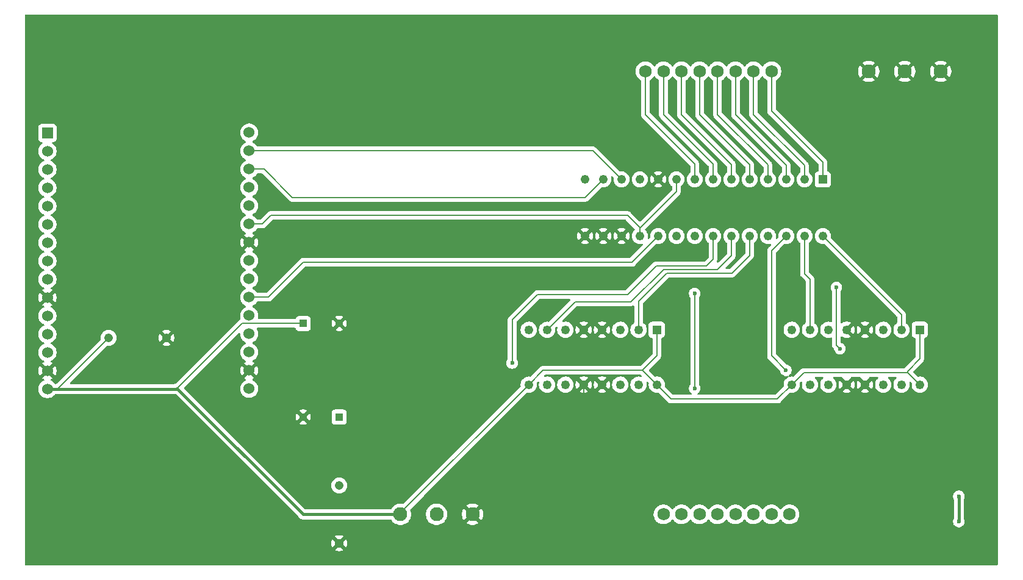
<source format=gbr>
%TF.GenerationSoftware,KiCad,Pcbnew,9.0.0*%
%TF.CreationDate,2025-03-07T14:01:18-07:00*%
%TF.ProjectId,Cntrlr-Turnout,436e7472-6c72-42d5-9475-726e6f75742e,rev?*%
%TF.SameCoordinates,Original*%
%TF.FileFunction,Copper,L2,Bot*%
%TF.FilePolarity,Positive*%
%FSLAX46Y46*%
G04 Gerber Fmt 4.6, Leading zero omitted, Abs format (unit mm)*
G04 Created by KiCad (PCBNEW 9.0.0) date 2025-03-07 14:01:18*
%MOMM*%
%LPD*%
G01*
G04 APERTURE LIST*
%TA.AperFunction,ComponentPad*%
%ADD10C,1.100000*%
%TD*%
%TA.AperFunction,ComponentPad*%
%ADD11R,1.100000X1.100000*%
%TD*%
%TA.AperFunction,ComponentPad*%
%ADD12R,1.248000X1.248000*%
%TD*%
%TA.AperFunction,ComponentPad*%
%ADD13C,1.248000*%
%TD*%
%TA.AperFunction,ComponentPad*%
%ADD14R,1.230000X1.230000*%
%TD*%
%TA.AperFunction,ComponentPad*%
%ADD15C,1.230000*%
%TD*%
%TA.AperFunction,ComponentPad*%
%ADD16C,1.950000*%
%TD*%
%TA.AperFunction,ComponentPad*%
%ADD17C,1.727200*%
%TD*%
%TA.AperFunction,ComponentPad*%
%ADD18C,1.208000*%
%TD*%
%TA.AperFunction,ComponentPad*%
%ADD19R,1.524000X1.524000*%
%TD*%
%TA.AperFunction,ComponentPad*%
%ADD20C,1.524000*%
%TD*%
%TA.AperFunction,ViaPad*%
%ADD21C,0.600000*%
%TD*%
%TA.AperFunction,Conductor*%
%ADD22C,0.200000*%
%TD*%
%TA.AperFunction,Conductor*%
%ADD23C,0.400000*%
%TD*%
G04 APERTURE END LIST*
D10*
%TO.P,C4,N*%
%TO.N,GND*%
X123100000Y-94900000D03*
D11*
%TO.P,C4,P*%
%TO.N,+5V*%
X118100000Y-94900000D03*
%TD*%
D12*
%TO.P,U3,1,1\u002C2EN*%
%TO.N,+5V*%
X203680000Y-95780000D03*
D13*
%TO.P,U3,2,1A*%
%TO.N,Net-(U3-1A)*%
X201140000Y-95780000D03*
%TO.P,U3,3,1Y*%
%TO.N,Net-(U3-1Y)*%
X198600000Y-95780000D03*
%TO.P,U3,4,GND*%
%TO.N,GND*%
X196060000Y-95780000D03*
%TO.P,U3,5,GND*%
X193520000Y-95780000D03*
%TO.P,U3,6,2Y*%
%TO.N,Net-(U3-2Y)*%
X190980000Y-95780000D03*
%TO.P,U3,7,2A*%
%TO.N,Net-(U3-2A)*%
X188440000Y-95780000D03*
%TO.P,U3,8,VCC2*%
%TO.N,+12V*%
X185900000Y-95780000D03*
%TO.P,U3,9,3\u002C4EN*%
%TO.N,+5V*%
X185900000Y-103400000D03*
%TO.P,U3,10,3A*%
%TO.N,Net-(U3-3A)*%
X188440000Y-103400000D03*
%TO.P,U3,11,3Y*%
%TO.N,Net-(U3-3Y)*%
X190980000Y-103400000D03*
%TO.P,U3,12,GND*%
%TO.N,GND*%
X193520000Y-103400000D03*
%TO.P,U3,13,GND*%
X196060000Y-103400000D03*
%TO.P,U3,14,4Y*%
%TO.N,Net-(U3-4Y)*%
X198600000Y-103400000D03*
%TO.P,U3,15,4A*%
%TO.N,Net-(U3-4A)*%
X201140000Y-103400000D03*
%TO.P,U3,16,VCC1*%
%TO.N,+5V*%
X203680000Y-103400000D03*
%TD*%
D14*
%TO.P,U4,1,GPB0*%
%TO.N,Net-(U4-GPB0)*%
X190220000Y-74900000D03*
D15*
%TO.P,U4,2,GPB1*%
%TO.N,Net-(U4-GPB1)*%
X187680000Y-74900000D03*
%TO.P,U4,3,GPB2*%
%TO.N,Net-(U4-GPB2)*%
X185140000Y-74900000D03*
%TO.P,U4,4,GPB3*%
%TO.N,Net-(U4-GPB3)*%
X182600000Y-74900000D03*
%TO.P,U4,5,GPB4*%
%TO.N,Net-(U4-GPB4)*%
X180060000Y-74900000D03*
%TO.P,U4,6,GPB5*%
%TO.N,Net-(U4-GPB5)*%
X177520000Y-74900000D03*
%TO.P,U4,7,GPB6*%
%TO.N,Net-(U4-GPB6)*%
X174980000Y-74900000D03*
%TO.P,U4,8,GPB7*%
%TO.N,Net-(U4-GPB7)*%
X172440000Y-74900000D03*
%TO.P,U4,9,VDD*%
%TO.N,Net-(U4-VDD)*%
X169900000Y-74900000D03*
%TO.P,U4,10,VSS*%
%TO.N,GND*%
X167360000Y-74900000D03*
%TO.P,U4,11,NC*%
%TO.N,unconnected-(U4-NC-Pad11)*%
X164820000Y-74900000D03*
%TO.P,U4,12,SCK*%
%TO.N,Net-(U1-D1(GPIO5))*%
X162280000Y-74900000D03*
%TO.P,U4,13,SDA*%
%TO.N,Net-(U1-D2(GPIO4))*%
X159740000Y-74900000D03*
%TO.P,U4,14,NC*%
%TO.N,unconnected-(U4-NC-Pad14)*%
X157200000Y-74900000D03*
%TO.P,U4,15,A0*%
%TO.N,GND*%
X157200000Y-82770000D03*
%TO.P,U4,16,A1*%
X159740000Y-82770000D03*
%TO.P,U4,17,A2*%
X162280000Y-82770000D03*
%TO.P,U4,18,~{RESET}*%
%TO.N,Net-(U4-VDD)*%
X164820000Y-82770000D03*
%TO.P,U4,19,INTB*%
%TO.N,Net-(U1-D7(GPIO13))*%
X167360000Y-82770000D03*
%TO.P,U4,20,INTA*%
%TO.N,unconnected-(U4-INTA-Pad20)*%
X169900000Y-82770000D03*
%TO.P,U4,21,GPA0*%
%TO.N,Net-(U2-4A)*%
X172440000Y-82770000D03*
%TO.P,U4,22,GPA1*%
%TO.N,Net-(U2-3A)*%
X174980000Y-82770000D03*
%TO.P,U4,23,GPA2*%
%TO.N,Net-(U2-2A)*%
X177520000Y-82770000D03*
%TO.P,U4,24,GPA3*%
%TO.N,Net-(U2-1A)*%
X180060000Y-82770000D03*
%TO.P,U4,25,GPA4*%
%TO.N,Net-(U3-4A)*%
X182600000Y-82770000D03*
%TO.P,U4,26,GPA5*%
%TO.N,Net-(U3-3A)*%
X185140000Y-82770000D03*
%TO.P,U4,27,GPA6*%
%TO.N,Net-(U3-2A)*%
X187680000Y-82770000D03*
%TO.P,U4,28,GPA7*%
%TO.N,Net-(U3-1A)*%
X190220000Y-82770000D03*
%TD*%
D12*
%TO.P,U2,1,1\u002C2EN*%
%TO.N,+5V*%
X167180000Y-95780000D03*
D13*
%TO.P,U2,2,1A*%
%TO.N,Net-(U2-1A)*%
X164640000Y-95780000D03*
%TO.P,U2,3,1Y*%
%TO.N,Net-(U2-1Y)*%
X162100000Y-95780000D03*
%TO.P,U2,4,GND*%
%TO.N,GND*%
X159560000Y-95780000D03*
%TO.P,U2,5,GND*%
X157020000Y-95780000D03*
%TO.P,U2,6,2Y*%
%TO.N,Net-(U2-2Y)*%
X154480000Y-95780000D03*
%TO.P,U2,7,2A*%
%TO.N,Net-(U2-2A)*%
X151940000Y-95780000D03*
%TO.P,U2,8,VCC2*%
%TO.N,+12V*%
X149400000Y-95780000D03*
%TO.P,U2,9,3\u002C4EN*%
%TO.N,+5V*%
X149400000Y-103400000D03*
%TO.P,U2,10,3A*%
%TO.N,Net-(U2-3A)*%
X151940000Y-103400000D03*
%TO.P,U2,11,3Y*%
%TO.N,Net-(U2-3Y)*%
X154480000Y-103400000D03*
%TO.P,U2,12,GND*%
%TO.N,GND*%
X157020000Y-103400000D03*
%TO.P,U2,13,GND*%
X159560000Y-103400000D03*
%TO.P,U2,14,4Y*%
%TO.N,Net-(U2-4Y)*%
X162100000Y-103400000D03*
%TO.P,U2,15,4A*%
%TO.N,Net-(U2-4A)*%
X164640000Y-103400000D03*
%TO.P,U2,16,VCC1*%
%TO.N,+5V*%
X167180000Y-103400000D03*
%TD*%
D16*
%TO.P,TB4,1*%
%TO.N,+5V*%
X131600000Y-121400000D03*
%TO.P,TB4,2*%
%TO.N,+12V*%
X136600000Y-121400000D03*
%TO.P,TB4,3*%
%TO.N,GND*%
X141600000Y-121400000D03*
%TD*%
D17*
%TO.P,TB2,1,1*%
%TO.N,Net-(U2-1Y)*%
X168100000Y-121400000D03*
%TO.P,TB2,2,2*%
%TO.N,Net-(U2-2Y)*%
X170600000Y-121400000D03*
%TO.P,TB2,3,3*%
%TO.N,Net-(U2-3Y)*%
X173100000Y-121400000D03*
%TO.P,TB2,4,4*%
%TO.N,Net-(U2-4Y)*%
X175600000Y-121400000D03*
%TO.P,TB2,5,5*%
%TO.N,Net-(U3-1Y)*%
X178100000Y-121400000D03*
%TO.P,TB2,6,6*%
%TO.N,Net-(U3-2Y)*%
X180600000Y-121400000D03*
%TO.P,TB2,7,7*%
%TO.N,Net-(U3-3Y)*%
X183100000Y-121400000D03*
%TO.P,TB2,8,8*%
%TO.N,Net-(U3-4Y)*%
X185600000Y-121400000D03*
%TD*%
D10*
%TO.P,C3,N*%
%TO.N,GND*%
X118100000Y-107900000D03*
D11*
%TO.P,C3,P*%
%TO.N,+12V*%
X123100000Y-107900000D03*
%TD*%
D16*
%TO.P,TB3,1*%
%TO.N,GND*%
X196600000Y-59900000D03*
%TO.P,TB3,2*%
X201600000Y-59900000D03*
%TO.P,TB3,3*%
X206600000Y-59900000D03*
%TD*%
D17*
%TO.P,TB1,1,1*%
%TO.N,Net-(U4-GPB0)*%
X183100000Y-59900000D03*
%TO.P,TB1,2,2*%
%TO.N,Net-(U4-GPB1)*%
X180600000Y-59900000D03*
%TO.P,TB1,3,3*%
%TO.N,Net-(U4-GPB2)*%
X178100000Y-59900000D03*
%TO.P,TB1,4,4*%
%TO.N,Net-(U4-GPB3)*%
X175600000Y-59900000D03*
%TO.P,TB1,5,5*%
%TO.N,Net-(U4-GPB4)*%
X173100000Y-59900000D03*
%TO.P,TB1,6,6*%
%TO.N,Net-(U4-GPB5)*%
X170600000Y-59900000D03*
%TO.P,TB1,7,7*%
%TO.N,Net-(U4-GPB6)*%
X168100000Y-59900000D03*
%TO.P,TB1,8,8*%
%TO.N,Net-(U4-GPB7)*%
X165600000Y-59900000D03*
%TD*%
D18*
%TO.P,C2,1*%
%TO.N,+5V*%
X91100000Y-96900000D03*
%TO.P,C2,2*%
%TO.N,GND*%
X99100000Y-96900000D03*
%TD*%
%TO.P,C1,1*%
%TO.N,+12V*%
X123100000Y-117400000D03*
%TO.P,C1,2*%
%TO.N,GND*%
X123100000Y-125400000D03*
%TD*%
D19*
%TO.P,U1,1,AD(ADCO)*%
%TO.N,unconnected-(U1-AD(ADCO)-Pad1)*%
X82600000Y-68440000D03*
D20*
%TO.P,U1,2,RSV*%
%TO.N,unconnected-(U1-RSV-Pad2)*%
X82600000Y-70980000D03*
%TO.P,U1,3,RSV*%
%TO.N,unconnected-(U1-RSV-Pad3)*%
X82600000Y-73520000D03*
%TO.P,U1,4,SD3(GPIO10)*%
%TO.N,unconnected-(U1-SD3(GPIO10)-Pad4)*%
X82600000Y-76060000D03*
%TO.P,U1,5,SD2(GPIO9)*%
%TO.N,unconnected-(U1-SD2(GPIO9)-Pad5)*%
X82600000Y-78600000D03*
%TO.P,U1,6,SD1(MOS1)*%
%TO.N,unconnected-(U1-SD1(MOS1)-Pad6)*%
X82600000Y-81140000D03*
%TO.P,U1,7,CMD(CS)*%
%TO.N,unconnected-(U1-CMD(CS)-Pad7)*%
X82600000Y-83680000D03*
%TO.P,U1,8,SD0(MSI0)*%
%TO.N,unconnected-(U1-SD0(MSI0)-Pad8)*%
X82600000Y-86220000D03*
%TO.P,U1,9,CLK(SCLK)*%
%TO.N,unconnected-(U1-CLK(SCLK)-Pad9)*%
X82600000Y-88760000D03*
%TO.P,U1,10,GND*%
%TO.N,GND*%
X82600000Y-91300000D03*
%TO.P,U1,11,3.3v*%
%TO.N,unconnected-(U1-3.3v-Pad11)*%
X82600000Y-93840000D03*
%TO.P,U1,12,EN*%
%TO.N,unconnected-(U1-EN-Pad12)*%
X82600000Y-96380000D03*
%TO.P,U1,13,RST*%
%TO.N,unconnected-(U1-RST-Pad13)*%
X82600000Y-98920000D03*
%TO.P,U1,14,GND*%
%TO.N,GND*%
X82600000Y-101460000D03*
%TO.P,U1,15,VIN5v*%
%TO.N,+5V*%
X82600000Y-104000000D03*
%TO.P,U1,16,3.3v*%
%TO.N,unconnected-(U1-3.3v-Pad16)*%
X110600000Y-103960000D03*
%TO.P,U1,17,GND*%
%TO.N,GND*%
X110600000Y-101420000D03*
%TO.P,U1,18,TX(GPIO1)*%
%TO.N,unconnected-(U1-TX(GPIO1)-Pad18)*%
X110600000Y-98880000D03*
%TO.P,U1,19,RX(DPIO3)*%
%TO.N,unconnected-(U1-RX(DPIO3)-Pad19)*%
X110600000Y-96340000D03*
%TO.P,U1,20,D8(GPIO15)*%
%TO.N,unconnected-(U1-D8(GPIO15)-Pad20)*%
X110600000Y-93800000D03*
%TO.P,U1,21,D7(GPIO13)*%
%TO.N,Net-(U1-D7(GPIO13))*%
X110600000Y-91260000D03*
%TO.P,U1,22,D6(GPIO12)*%
%TO.N,unconnected-(U1-D6(GPIO12)-Pad22)*%
X110600000Y-88720000D03*
%TO.P,U1,23,D5(GPIO14)*%
%TO.N,unconnected-(U1-D5(GPIO14)-Pad23)*%
X110600000Y-86180000D03*
%TO.P,U1,24,GND*%
%TO.N,GND*%
X110600000Y-83640000D03*
%TO.P,U1,25,3.3v*%
%TO.N,Net-(U4-VDD)*%
X110600000Y-81100000D03*
%TO.P,U1,26,D4(GPIO2)*%
%TO.N,unconnected-(U1-D4(GPIO2)-Pad26)*%
X110600000Y-78560000D03*
%TO.P,U1,27,D3(GPIO0)*%
%TO.N,unconnected-(U1-D3(GPIO0)-Pad27)*%
X110600000Y-76020000D03*
%TO.P,U1,28,D2(GPIO4)*%
%TO.N,Net-(U1-D2(GPIO4))*%
X110600000Y-73480000D03*
%TO.P,U1,29,D1(GPIO5)*%
%TO.N,Net-(U1-D1(GPIO5))*%
X110600000Y-70940000D03*
%TO.P,U1,30,D0(GPIO16)*%
%TO.N,unconnected-(U1-D0(GPIO16)-Pad30)*%
X110600000Y-68400000D03*
%TD*%
D21*
%TO.N,Net-(U2-4A)*%
X172440000Y-90740000D03*
X172440000Y-103900000D03*
%TO.N,Net-(U2-1Y)*%
X209100000Y-118900000D03*
X209100000Y-122400000D03*
%TO.N,Net-(U2-3A)*%
X147100000Y-100400000D03*
%TO.N,Net-(U3-4A)*%
X192100000Y-89900000D03*
X192600000Y-98400000D03*
%TO.N,Net-(U3-3A)*%
X185100000Y-101400000D03*
%TD*%
D22*
%TO.N,GND*%
X141600000Y-121400000D02*
X157020000Y-105980000D01*
X157020000Y-105980000D02*
X157020000Y-103400000D01*
%TO.N,Net-(U2-4A)*%
X172440000Y-103900000D02*
X172440000Y-104060000D01*
X172440000Y-90740000D02*
X172440000Y-90560000D01*
X172440000Y-90740000D02*
X172440000Y-103900000D01*
%TO.N,+5V*%
X183900000Y-105400000D02*
X169180000Y-105400000D01*
X84000000Y-104000000D02*
X91100000Y-96900000D01*
X187600000Y-101700000D02*
X201980000Y-101700000D01*
X185900000Y-103400000D02*
X187600000Y-101700000D01*
X201980000Y-101520000D02*
X203680000Y-99820000D01*
X165180000Y-101400000D02*
X151400000Y-101400000D01*
X167180000Y-103400000D02*
X165180000Y-101400000D01*
D23*
X131600000Y-121400000D02*
X118100000Y-121400000D01*
D22*
X202140000Y-101860000D02*
X203680000Y-103400000D01*
X201980000Y-101700000D02*
X201980000Y-101520000D01*
X167180000Y-99400000D02*
X167180000Y-95780000D01*
X201980000Y-101700000D02*
X202140000Y-101860000D01*
X118100000Y-94900000D02*
X109600000Y-94900000D01*
D23*
X118100000Y-121400000D02*
X100600000Y-103900000D01*
D22*
X151400000Y-101400000D02*
X149400000Y-103400000D01*
X131600000Y-121200000D02*
X131600000Y-121400000D01*
X185900000Y-103400000D02*
X183900000Y-105400000D01*
X109600000Y-94900000D02*
X100600000Y-103900000D01*
X82600000Y-104000000D02*
X84000000Y-104000000D01*
X149400000Y-103400000D02*
X131600000Y-121200000D01*
X165180000Y-101400000D02*
X167180000Y-99400000D01*
X100600000Y-103900000D02*
X100500000Y-104000000D01*
D23*
X100500000Y-104000000D02*
X82600000Y-104000000D01*
D22*
X169180000Y-105400000D02*
X167180000Y-103400000D01*
X203680000Y-99820000D02*
X203680000Y-95780000D01*
D23*
%TO.N,Net-(U2-1Y)*%
X209100000Y-118900000D02*
X209100000Y-122400000D01*
D22*
%TO.N,Net-(U2-1A)*%
X164640000Y-95780000D02*
X164640000Y-91860000D01*
X180100000Y-83400000D02*
X180060000Y-83360000D01*
X164640000Y-95780000D02*
X164720000Y-95780000D01*
X164640000Y-91860000D02*
X168600000Y-87900000D01*
X180060000Y-82770000D02*
X180060000Y-83360000D01*
X180060000Y-85440000D02*
X180060000Y-82770000D01*
X177600000Y-87900000D02*
X180060000Y-85440000D01*
X164720000Y-95780000D02*
X165100000Y-95400000D01*
X168600000Y-87900000D02*
X177600000Y-87900000D01*
%TO.N,Net-(U2-3A)*%
X163100000Y-90900000D02*
X167100000Y-86900000D01*
X147100000Y-100400000D02*
X147100000Y-94400000D01*
X174980000Y-86020000D02*
X174980000Y-82770000D01*
X147100000Y-94400000D02*
X150600000Y-90900000D01*
X150600000Y-90900000D02*
X163100000Y-90900000D01*
X174100000Y-86900000D02*
X174980000Y-86020000D01*
X167100000Y-86900000D02*
X174100000Y-86900000D01*
%TO.N,Net-(U2-2A)*%
X177520000Y-85480000D02*
X177520000Y-82770000D01*
X151940000Y-95780000D02*
X155820000Y-91900000D01*
X175600000Y-87400000D02*
X177520000Y-85480000D01*
X168100000Y-87400000D02*
X175600000Y-87400000D01*
X155820000Y-91900000D02*
X163600000Y-91900000D01*
X163600000Y-91900000D02*
X168100000Y-87400000D01*
%TO.N,Net-(U3-4A)*%
X192600000Y-98400000D02*
X192100000Y-97900000D01*
X192100000Y-97900000D02*
X192100000Y-91400000D01*
X192100000Y-91400000D02*
X192100000Y-89900000D01*
%TO.N,Net-(U3-1A)*%
X201140000Y-95780000D02*
X201140000Y-93690000D01*
X201140000Y-93690000D02*
X190220000Y-82770000D01*
%TO.N,Net-(U3-2A)*%
X187680000Y-87980000D02*
X187680000Y-82770000D01*
X188440000Y-88740000D02*
X187680000Y-87980000D01*
X188440000Y-95780000D02*
X188440000Y-88740000D01*
%TO.N,Net-(U3-3A)*%
X183100000Y-84810000D02*
X185140000Y-82770000D01*
X185100000Y-101400000D02*
X183100000Y-99400000D01*
X183100000Y-99400000D02*
X183100000Y-84810000D01*
%TO.N,Net-(U4-GPB4)*%
X173100000Y-59900000D02*
X173100000Y-65900000D01*
X173100000Y-65900000D02*
X180060000Y-72860000D01*
X180060000Y-72860000D02*
X180060000Y-74900000D01*
%TO.N,Net-(U4-GPB3)*%
X175600000Y-59900000D02*
X175600000Y-65900000D01*
X182600000Y-72900000D02*
X182600000Y-74900000D01*
X175600000Y-65900000D02*
X182600000Y-72900000D01*
%TO.N,Net-(U4-GPB5)*%
X177520000Y-72820000D02*
X177520000Y-74900000D01*
X170600000Y-65900000D02*
X177520000Y-72820000D01*
X170600000Y-59900000D02*
X170600000Y-65900000D01*
%TO.N,Net-(U4-GPB0)*%
X183100000Y-65400000D02*
X190220000Y-72520000D01*
X183100000Y-59900000D02*
X183100000Y-65400000D01*
X190220000Y-72520000D02*
X190220000Y-74900000D01*
%TO.N,Net-(U4-GPB7)*%
X165600000Y-65900000D02*
X172440000Y-72740000D01*
X165600000Y-59900000D02*
X165600000Y-65900000D01*
X172440000Y-72740000D02*
X172440000Y-74900000D01*
%TO.N,Net-(U4-GPB6)*%
X174980000Y-72780000D02*
X174980000Y-74900000D01*
X168100000Y-65900000D02*
X174980000Y-72780000D01*
X168100000Y-59900000D02*
X168100000Y-65900000D01*
%TO.N,Net-(U4-GPB1)*%
X180600000Y-59900000D02*
X180600000Y-65900000D01*
X180600000Y-65900000D02*
X187680000Y-72980000D01*
X187680000Y-72980000D02*
X187680000Y-74900000D01*
%TO.N,Net-(U4-GPB2)*%
X185140000Y-72940000D02*
X185140000Y-74900000D01*
X178100000Y-59900000D02*
X178100000Y-65900000D01*
X178100000Y-65900000D02*
X185140000Y-72940000D01*
%TO.N,Net-(U1-D7(GPIO13))*%
X167360000Y-82770000D02*
X163730000Y-86400000D01*
X113240000Y-91260000D02*
X110600000Y-91260000D01*
X118100000Y-86400000D02*
X113240000Y-91260000D01*
X163730000Y-86400000D02*
X118100000Y-86400000D01*
%TO.N,Net-(U1-D1(GPIO5))*%
X162280000Y-74900000D02*
X158320000Y-70940000D01*
X158320000Y-70940000D02*
X110600000Y-70940000D01*
%TO.N,Net-(U4-VDD)*%
X113600000Y-79900000D02*
X112400000Y-81100000D01*
X164820000Y-81620000D02*
X163100000Y-79900000D01*
X169900000Y-74900000D02*
X169900000Y-76600000D01*
X169900000Y-76600000D02*
X164820000Y-81680000D01*
X164820000Y-81680000D02*
X164820000Y-82770000D01*
X164820000Y-81680000D02*
X164820000Y-81620000D01*
X112400000Y-81100000D02*
X110600000Y-81100000D01*
X163100000Y-79900000D02*
X113600000Y-79900000D01*
%TO.N,Net-(U1-D2(GPIO4))*%
X157240000Y-77400000D02*
X116600000Y-77400000D01*
X159740000Y-74900000D02*
X157240000Y-77400000D01*
X112680000Y-73480000D02*
X110600000Y-73480000D01*
X116600000Y-77400000D02*
X112680000Y-73480000D01*
%TD*%
%TA.AperFunction,Conductor*%
%TO.N,GND*%
G36*
X162866942Y-80520185D02*
G01*
X162887584Y-80536819D01*
X164093924Y-81743159D01*
X164127409Y-81804482D01*
X164122425Y-81874174D01*
X164093925Y-81918521D01*
X163969144Y-82043302D01*
X163865939Y-82185350D01*
X163786225Y-82341796D01*
X163786224Y-82341799D01*
X163731968Y-82508782D01*
X163731968Y-82508785D01*
X163730115Y-82520485D01*
X163704500Y-82682208D01*
X163704500Y-82857792D01*
X163717724Y-82941282D01*
X163731968Y-83031214D01*
X163731968Y-83031217D01*
X163786224Y-83198200D01*
X163786225Y-83198203D01*
X163852401Y-83328080D01*
X163865939Y-83354649D01*
X163969145Y-83496699D01*
X164093301Y-83620855D01*
X164235351Y-83724061D01*
X164265301Y-83739321D01*
X164391796Y-83803774D01*
X164391799Y-83803775D01*
X164544116Y-83853265D01*
X164558787Y-83858032D01*
X164732208Y-83885500D01*
X164732209Y-83885500D01*
X164907791Y-83885500D01*
X164907792Y-83885500D01*
X165081213Y-83858032D01*
X165082712Y-83857545D01*
X165095888Y-83853264D01*
X165165729Y-83851269D01*
X165225562Y-83887349D01*
X165256391Y-83950050D01*
X165248427Y-84019464D01*
X165221888Y-84058876D01*
X163517584Y-85763181D01*
X163456261Y-85796666D01*
X163429903Y-85799500D01*
X118186669Y-85799500D01*
X118186653Y-85799499D01*
X118179057Y-85799499D01*
X118020943Y-85799499D01*
X117913587Y-85828265D01*
X117868210Y-85840424D01*
X117868209Y-85840425D01*
X117818096Y-85869359D01*
X117818095Y-85869360D01*
X117792111Y-85884362D01*
X117731285Y-85919479D01*
X117731282Y-85919481D01*
X117619478Y-86031286D01*
X113027584Y-90623181D01*
X112966261Y-90656666D01*
X112939903Y-90659500D01*
X111786730Y-90659500D01*
X111719691Y-90639815D01*
X111682808Y-90602133D01*
X111682651Y-90602248D01*
X111681872Y-90601176D01*
X111681000Y-90600285D01*
X111679789Y-90598309D01*
X111631094Y-90531286D01*
X111562981Y-90437536D01*
X111422464Y-90297019D01*
X111261694Y-90180213D01*
X111105218Y-90100484D01*
X111054423Y-90052510D01*
X111037628Y-89984689D01*
X111060165Y-89918554D01*
X111105218Y-89879515D01*
X111261694Y-89799787D01*
X111422464Y-89682981D01*
X111562981Y-89542464D01*
X111679787Y-89381694D01*
X111770005Y-89204632D01*
X111831413Y-89015636D01*
X111862500Y-88819361D01*
X111862500Y-88620639D01*
X111831413Y-88424364D01*
X111806831Y-88348709D01*
X111770006Y-88235369D01*
X111770003Y-88235364D01*
X111700168Y-88098306D01*
X111679787Y-88058306D01*
X111562981Y-87897536D01*
X111422464Y-87757019D01*
X111261694Y-87640213D01*
X111105218Y-87560484D01*
X111054423Y-87512510D01*
X111037628Y-87444689D01*
X111060165Y-87378554D01*
X111105218Y-87339515D01*
X111261694Y-87259787D01*
X111422464Y-87142981D01*
X111562981Y-87002464D01*
X111679787Y-86841694D01*
X111770005Y-86664632D01*
X111831413Y-86475636D01*
X111862500Y-86279361D01*
X111862500Y-86080639D01*
X111831413Y-85884364D01*
X111783002Y-85735368D01*
X111770006Y-85695370D01*
X111770005Y-85695367D01*
X111700168Y-85558306D01*
X111679787Y-85518306D01*
X111562981Y-85357536D01*
X111422464Y-85217019D01*
X111261694Y-85100213D01*
X111104667Y-85020203D01*
X111053872Y-84972229D01*
X111037077Y-84904408D01*
X111059614Y-84838273D01*
X111104669Y-84799234D01*
X111261422Y-84719364D01*
X111298716Y-84692268D01*
X110735942Y-84129494D01*
X110796081Y-84113381D01*
X110911920Y-84046502D01*
X111006502Y-83951920D01*
X111073381Y-83836081D01*
X111089495Y-83775942D01*
X111652268Y-84338715D01*
X111679362Y-84301425D01*
X111769542Y-84124437D01*
X111830924Y-83935523D01*
X111830924Y-83935520D01*
X111862000Y-83739321D01*
X111862000Y-83540678D01*
X111830924Y-83344479D01*
X111830924Y-83344476D01*
X111769542Y-83155562D01*
X111679358Y-82978567D01*
X111652268Y-82941283D01*
X111089494Y-83504057D01*
X111073381Y-83443919D01*
X111006502Y-83328080D01*
X110911920Y-83233498D01*
X110796081Y-83166619D01*
X110735942Y-83150504D01*
X111204205Y-82682242D01*
X156085000Y-82682242D01*
X156085000Y-82857757D01*
X156112454Y-83031097D01*
X156166690Y-83198016D01*
X156246364Y-83354385D01*
X156246369Y-83354393D01*
X156252967Y-83363475D01*
X156252970Y-83363475D01*
X156790521Y-82825924D01*
X156817941Y-82928254D01*
X156871918Y-83021746D01*
X156948254Y-83098082D01*
X157041746Y-83152059D01*
X157144075Y-83179478D01*
X156606523Y-83717029D01*
X156606523Y-83717030D01*
X156615609Y-83723631D01*
X156771983Y-83803309D01*
X156938902Y-83857545D01*
X157112243Y-83885000D01*
X157287757Y-83885000D01*
X157461097Y-83857545D01*
X157628016Y-83803309D01*
X157784384Y-83723635D01*
X157793476Y-83717029D01*
X157255925Y-83179478D01*
X157358254Y-83152059D01*
X157451746Y-83098082D01*
X157528082Y-83021746D01*
X157582059Y-82928254D01*
X157609478Y-82825924D01*
X158147029Y-83363476D01*
X158147029Y-83363475D01*
X158153635Y-83354384D01*
X158233309Y-83198016D01*
X158287545Y-83031097D01*
X158315000Y-82857757D01*
X158315000Y-82682242D01*
X158625000Y-82682242D01*
X158625000Y-82857757D01*
X158652454Y-83031097D01*
X158706690Y-83198016D01*
X158786364Y-83354385D01*
X158786369Y-83354393D01*
X158792967Y-83363475D01*
X158792970Y-83363475D01*
X159330521Y-82825924D01*
X159357941Y-82928254D01*
X159411918Y-83021746D01*
X159488254Y-83098082D01*
X159581746Y-83152059D01*
X159684075Y-83179478D01*
X159146523Y-83717029D01*
X159146523Y-83717030D01*
X159155609Y-83723631D01*
X159311983Y-83803309D01*
X159478902Y-83857545D01*
X159652243Y-83885000D01*
X159827757Y-83885000D01*
X160001097Y-83857545D01*
X160168016Y-83803309D01*
X160324384Y-83723635D01*
X160333476Y-83717029D01*
X159795925Y-83179478D01*
X159898254Y-83152059D01*
X159991746Y-83098082D01*
X160068082Y-83021746D01*
X160122059Y-82928254D01*
X160149478Y-82825924D01*
X160687029Y-83363476D01*
X160687029Y-83363475D01*
X160693635Y-83354384D01*
X160773309Y-83198016D01*
X160827545Y-83031097D01*
X160855000Y-82857757D01*
X160855000Y-82682242D01*
X161165000Y-82682242D01*
X161165000Y-82857757D01*
X161192454Y-83031097D01*
X161246690Y-83198016D01*
X161326364Y-83354385D01*
X161326369Y-83354393D01*
X161332967Y-83363475D01*
X161332970Y-83363475D01*
X161870521Y-82825924D01*
X161897941Y-82928254D01*
X161951918Y-83021746D01*
X162028254Y-83098082D01*
X162121746Y-83152059D01*
X162224075Y-83179478D01*
X161686523Y-83717029D01*
X161686523Y-83717030D01*
X161695609Y-83723631D01*
X161851983Y-83803309D01*
X162018902Y-83857545D01*
X162192243Y-83885000D01*
X162367757Y-83885000D01*
X162541097Y-83857545D01*
X162708016Y-83803309D01*
X162864384Y-83723635D01*
X162873475Y-83717029D01*
X162873476Y-83717029D01*
X162335925Y-83179478D01*
X162438254Y-83152059D01*
X162531746Y-83098082D01*
X162608082Y-83021746D01*
X162662059Y-82928254D01*
X162689478Y-82825925D01*
X163227029Y-83363476D01*
X163227029Y-83363475D01*
X163233635Y-83354384D01*
X163313309Y-83198016D01*
X163367545Y-83031097D01*
X163395000Y-82857757D01*
X163395000Y-82682242D01*
X163367545Y-82508902D01*
X163313309Y-82341983D01*
X163233631Y-82185609D01*
X163227030Y-82176523D01*
X163227029Y-82176523D01*
X162689478Y-82714074D01*
X162662059Y-82611746D01*
X162608082Y-82518254D01*
X162531746Y-82441918D01*
X162438254Y-82387941D01*
X162335925Y-82360521D01*
X162873475Y-81822970D01*
X162873475Y-81822967D01*
X162864393Y-81816369D01*
X162864385Y-81816364D01*
X162708016Y-81736690D01*
X162541097Y-81682454D01*
X162367757Y-81655000D01*
X162192243Y-81655000D01*
X162018902Y-81682454D01*
X161851983Y-81736690D01*
X161695610Y-81816368D01*
X161686523Y-81822969D01*
X162224075Y-82360521D01*
X162121746Y-82387941D01*
X162028254Y-82441918D01*
X161951918Y-82518254D01*
X161897941Y-82611746D01*
X161870521Y-82714075D01*
X161332969Y-82176523D01*
X161326368Y-82185610D01*
X161246690Y-82341983D01*
X161192454Y-82508902D01*
X161165000Y-82682242D01*
X160855000Y-82682242D01*
X160827545Y-82508902D01*
X160773309Y-82341983D01*
X160693631Y-82185609D01*
X160687030Y-82176523D01*
X160149478Y-82714074D01*
X160122059Y-82611746D01*
X160068082Y-82518254D01*
X159991746Y-82441918D01*
X159898254Y-82387941D01*
X159795925Y-82360521D01*
X160333475Y-81822970D01*
X160333475Y-81822967D01*
X160324393Y-81816369D01*
X160324385Y-81816364D01*
X160168016Y-81736690D01*
X160001097Y-81682454D01*
X159827757Y-81655000D01*
X159652243Y-81655000D01*
X159478902Y-81682454D01*
X159311983Y-81736690D01*
X159155610Y-81816368D01*
X159146523Y-81822969D01*
X159684075Y-82360521D01*
X159581746Y-82387941D01*
X159488254Y-82441918D01*
X159411918Y-82518254D01*
X159357941Y-82611746D01*
X159330521Y-82714075D01*
X158792969Y-82176523D01*
X158786368Y-82185610D01*
X158706690Y-82341983D01*
X158652454Y-82508902D01*
X158625000Y-82682242D01*
X158315000Y-82682242D01*
X158287545Y-82508902D01*
X158233309Y-82341983D01*
X158153631Y-82185609D01*
X158147030Y-82176523D01*
X158147029Y-82176523D01*
X157609478Y-82714074D01*
X157582059Y-82611746D01*
X157528082Y-82518254D01*
X157451746Y-82441918D01*
X157358254Y-82387941D01*
X157255925Y-82360521D01*
X157793475Y-81822970D01*
X157793475Y-81822967D01*
X157784393Y-81816369D01*
X157784385Y-81816364D01*
X157628016Y-81736690D01*
X157461097Y-81682454D01*
X157287757Y-81655000D01*
X157112243Y-81655000D01*
X156938902Y-81682454D01*
X156771983Y-81736690D01*
X156615610Y-81816368D01*
X156606523Y-81822969D01*
X157144075Y-82360521D01*
X157041746Y-82387941D01*
X156948254Y-82441918D01*
X156871918Y-82518254D01*
X156817941Y-82611746D01*
X156790521Y-82714075D01*
X156252969Y-82176523D01*
X156246368Y-82185610D01*
X156166690Y-82341983D01*
X156112454Y-82508902D01*
X156085000Y-82682242D01*
X111204205Y-82682242D01*
X111298716Y-82587731D01*
X111298715Y-82587730D01*
X111261432Y-82560641D01*
X111104668Y-82480765D01*
X111053872Y-82432790D01*
X111037077Y-82364969D01*
X111059615Y-82298834D01*
X111104667Y-82259796D01*
X111261694Y-82179787D01*
X111422464Y-82062981D01*
X111562981Y-81922464D01*
X111679787Y-81761694D01*
X111681180Y-81758958D01*
X111685683Y-81752629D01*
X111709929Y-81733539D01*
X111732810Y-81712837D01*
X111737623Y-81711735D01*
X111740580Y-81709408D01*
X111753018Y-81708213D01*
X111786730Y-81700500D01*
X112313331Y-81700500D01*
X112313347Y-81700501D01*
X112320943Y-81700501D01*
X112479054Y-81700501D01*
X112479057Y-81700501D01*
X112631785Y-81659577D01*
X112692311Y-81624632D01*
X112768716Y-81580520D01*
X112880520Y-81468716D01*
X112880520Y-81468714D01*
X112890724Y-81458511D01*
X112890727Y-81458506D01*
X113812416Y-80536819D01*
X113873739Y-80503334D01*
X113900097Y-80500500D01*
X162799903Y-80500500D01*
X162866942Y-80520185D01*
G37*
%TD.AperFunction*%
%TA.AperFunction,Conductor*%
G36*
X214443039Y-52019685D02*
G01*
X214488794Y-52072489D01*
X214500000Y-52124000D01*
X214500000Y-128376000D01*
X214480315Y-128443039D01*
X214427511Y-128488794D01*
X214376000Y-128500000D01*
X79624000Y-128500000D01*
X79556961Y-128480315D01*
X79511206Y-128427511D01*
X79500000Y-128376000D01*
X79500000Y-126339153D01*
X122514398Y-126339153D01*
X122521382Y-126344228D01*
X122676206Y-126423115D01*
X122841478Y-126476816D01*
X123013108Y-126504000D01*
X123186892Y-126504000D01*
X123358521Y-126476816D01*
X123523793Y-126423115D01*
X123678624Y-126344224D01*
X123685600Y-126339153D01*
X123100001Y-125753553D01*
X123100000Y-125753553D01*
X122514398Y-126339153D01*
X79500000Y-126339153D01*
X79500000Y-125313107D01*
X121996000Y-125313107D01*
X121996000Y-125486892D01*
X122023183Y-125658521D01*
X122076884Y-125823793D01*
X122155776Y-125978624D01*
X122155777Y-125978626D01*
X122160844Y-125985600D01*
X122160846Y-125985601D01*
X122746446Y-125400001D01*
X122746446Y-125399999D01*
X122700369Y-125353922D01*
X122750000Y-125353922D01*
X122750000Y-125446078D01*
X122773852Y-125535095D01*
X122819930Y-125614905D01*
X122885095Y-125680070D01*
X122964905Y-125726148D01*
X123053922Y-125750000D01*
X123146078Y-125750000D01*
X123235095Y-125726148D01*
X123314905Y-125680070D01*
X123380070Y-125614905D01*
X123426148Y-125535095D01*
X123450000Y-125446078D01*
X123450000Y-125399999D01*
X123453553Y-125399999D01*
X123453553Y-125400000D01*
X124039153Y-125985600D01*
X124044224Y-125978624D01*
X124123115Y-125823793D01*
X124176816Y-125658521D01*
X124204000Y-125486892D01*
X124204000Y-125313107D01*
X124176816Y-125141478D01*
X124123115Y-124976206D01*
X124044228Y-124821382D01*
X124039153Y-124814398D01*
X123453553Y-125399999D01*
X123450000Y-125399999D01*
X123450000Y-125353922D01*
X123426148Y-125264905D01*
X123380070Y-125185095D01*
X123314905Y-125119930D01*
X123235095Y-125073852D01*
X123146078Y-125050000D01*
X123053922Y-125050000D01*
X122964905Y-125073852D01*
X122885095Y-125119930D01*
X122819930Y-125185095D01*
X122773852Y-125264905D01*
X122750000Y-125353922D01*
X122700369Y-125353922D01*
X122160845Y-124814398D01*
X122160844Y-124814398D01*
X122155775Y-124821375D01*
X122076884Y-124976206D01*
X122023183Y-125141478D01*
X121996000Y-125313107D01*
X79500000Y-125313107D01*
X79500000Y-124460844D01*
X122514398Y-124460844D01*
X122514398Y-124460845D01*
X123100000Y-125046446D01*
X123100001Y-125046446D01*
X123685601Y-124460846D01*
X123685600Y-124460844D01*
X123678626Y-124455777D01*
X123678624Y-124455776D01*
X123523793Y-124376884D01*
X123358521Y-124323183D01*
X123186892Y-124296000D01*
X123013108Y-124296000D01*
X122841478Y-124323183D01*
X122676206Y-124376884D01*
X122521375Y-124455775D01*
X122514398Y-124460844D01*
X79500000Y-124460844D01*
X79500000Y-67630135D01*
X81337500Y-67630135D01*
X81337500Y-69249870D01*
X81337501Y-69249876D01*
X81343908Y-69309483D01*
X81394202Y-69444328D01*
X81394206Y-69444335D01*
X81480452Y-69559544D01*
X81480455Y-69559547D01*
X81595664Y-69645793D01*
X81595671Y-69645797D01*
X81730517Y-69696091D01*
X81730516Y-69696091D01*
X81737444Y-69696835D01*
X81790127Y-69702500D01*
X81828801Y-69702499D01*
X81895838Y-69722182D01*
X81941594Y-69774985D01*
X81951539Y-69844143D01*
X81922516Y-69907699D01*
X81901687Y-69926816D01*
X81777542Y-70017014D01*
X81777533Y-70017021D01*
X81637021Y-70157533D01*
X81520213Y-70318305D01*
X81429994Y-70495367D01*
X81429993Y-70495370D01*
X81368587Y-70684362D01*
X81337500Y-70880639D01*
X81337500Y-71079360D01*
X81368587Y-71275637D01*
X81429993Y-71464629D01*
X81429994Y-71464632D01*
X81499830Y-71601690D01*
X81520213Y-71641694D01*
X81637019Y-71802464D01*
X81777536Y-71942981D01*
X81938306Y-72059787D01*
X82036864Y-72110005D01*
X82094780Y-72139515D01*
X82145576Y-72187490D01*
X82162371Y-72255311D01*
X82139833Y-72321446D01*
X82094780Y-72360485D01*
X81938305Y-72440213D01*
X81777533Y-72557021D01*
X81637021Y-72697533D01*
X81520213Y-72858305D01*
X81429994Y-73035367D01*
X81429993Y-73035370D01*
X81368587Y-73224362D01*
X81337500Y-73420639D01*
X81337500Y-73619360D01*
X81368587Y-73815637D01*
X81429993Y-74004629D01*
X81429994Y-74004632D01*
X81518084Y-74177516D01*
X81520213Y-74181694D01*
X81637019Y-74342464D01*
X81777536Y-74482981D01*
X81938306Y-74599787D01*
X82036864Y-74650005D01*
X82094780Y-74679515D01*
X82145576Y-74727490D01*
X82162371Y-74795311D01*
X82139833Y-74861446D01*
X82094780Y-74900485D01*
X81938305Y-74980213D01*
X81777533Y-75097021D01*
X81637021Y-75237533D01*
X81520213Y-75398305D01*
X81429994Y-75575367D01*
X81429993Y-75575370D01*
X81368587Y-75764362D01*
X81337500Y-75960639D01*
X81337500Y-76159360D01*
X81368587Y-76355637D01*
X81429993Y-76544629D01*
X81429994Y-76544632D01*
X81498488Y-76679057D01*
X81520213Y-76721694D01*
X81637019Y-76882464D01*
X81777536Y-77022981D01*
X81938306Y-77139787D01*
X82036864Y-77190005D01*
X82094780Y-77219515D01*
X82145576Y-77267490D01*
X82162371Y-77335311D01*
X82139833Y-77401446D01*
X82094780Y-77440485D01*
X81938305Y-77520213D01*
X81777533Y-77637021D01*
X81637021Y-77777533D01*
X81520213Y-77938305D01*
X81429994Y-78115367D01*
X81429993Y-78115370D01*
X81368587Y-78304362D01*
X81337500Y-78500639D01*
X81337500Y-78699360D01*
X81368587Y-78895637D01*
X81429993Y-79084629D01*
X81429994Y-79084632D01*
X81499832Y-79221694D01*
X81520213Y-79261694D01*
X81637019Y-79422464D01*
X81777536Y-79562981D01*
X81938306Y-79679787D01*
X82036864Y-79730005D01*
X82094780Y-79759515D01*
X82145576Y-79807490D01*
X82162371Y-79875311D01*
X82139833Y-79941446D01*
X82094780Y-79980485D01*
X81938305Y-80060213D01*
X81777533Y-80177021D01*
X81637021Y-80317533D01*
X81520213Y-80478305D01*
X81429994Y-80655367D01*
X81429993Y-80655370D01*
X81368587Y-80844362D01*
X81337500Y-81040639D01*
X81337500Y-81239360D01*
X81368587Y-81435637D01*
X81429993Y-81624629D01*
X81429994Y-81624631D01*
X81490388Y-81743159D01*
X81520213Y-81801694D01*
X81637019Y-81962464D01*
X81777536Y-82102981D01*
X81938306Y-82219787D01*
X82016826Y-82259795D01*
X82094780Y-82299515D01*
X82145576Y-82347490D01*
X82162371Y-82415311D01*
X82139833Y-82481446D01*
X82094780Y-82520485D01*
X81938305Y-82600213D01*
X81777533Y-82717021D01*
X81637021Y-82857533D01*
X81520213Y-83018305D01*
X81429994Y-83195367D01*
X81429993Y-83195370D01*
X81368587Y-83384362D01*
X81337500Y-83580639D01*
X81337500Y-83779360D01*
X81368587Y-83975637D01*
X81429993Y-84164629D01*
X81429994Y-84164632D01*
X81499695Y-84301425D01*
X81520213Y-84341694D01*
X81637019Y-84502464D01*
X81777536Y-84642981D01*
X81938306Y-84759787D01*
X82015725Y-84799234D01*
X82094780Y-84839515D01*
X82145576Y-84887490D01*
X82162371Y-84955311D01*
X82139833Y-85021446D01*
X82094780Y-85060485D01*
X81938305Y-85140213D01*
X81777533Y-85257021D01*
X81637021Y-85397533D01*
X81520213Y-85558305D01*
X81429998Y-85735361D01*
X81429994Y-85735369D01*
X81368587Y-85924362D01*
X81365961Y-85940943D01*
X81337500Y-86120639D01*
X81337500Y-86319361D01*
X81345419Y-86369359D01*
X81368587Y-86515637D01*
X81429993Y-86704629D01*
X81429994Y-86704632D01*
X81499832Y-86841694D01*
X81520213Y-86881694D01*
X81637019Y-87042464D01*
X81777536Y-87182981D01*
X81938306Y-87299787D01*
X82036864Y-87350005D01*
X82094780Y-87379515D01*
X82145576Y-87427490D01*
X82162371Y-87495311D01*
X82139833Y-87561446D01*
X82094780Y-87600485D01*
X81938305Y-87680213D01*
X81777533Y-87797021D01*
X81637021Y-87937533D01*
X81520213Y-88098305D01*
X81429994Y-88275367D01*
X81429993Y-88275370D01*
X81368587Y-88464362D01*
X81337500Y-88660639D01*
X81337500Y-88859360D01*
X81368587Y-89055637D01*
X81429993Y-89244629D01*
X81429994Y-89244632D01*
X81447104Y-89278211D01*
X81520213Y-89421694D01*
X81637019Y-89582464D01*
X81777536Y-89722981D01*
X81938306Y-89839787D01*
X82095332Y-89919796D01*
X82146127Y-89967769D01*
X82162922Y-90035590D01*
X82140385Y-90101725D01*
X82095332Y-90140764D01*
X81938566Y-90220641D01*
X81901283Y-90247729D01*
X81901282Y-90247730D01*
X82464058Y-90810504D01*
X82403919Y-90826619D01*
X82288080Y-90893498D01*
X82193498Y-90988080D01*
X82126619Y-91103919D01*
X82110504Y-91164057D01*
X81547730Y-90601282D01*
X81547729Y-90601283D01*
X81520643Y-90638564D01*
X81430457Y-90815562D01*
X81369075Y-91004476D01*
X81369075Y-91004479D01*
X81338000Y-91200678D01*
X81338000Y-91399321D01*
X81369075Y-91595520D01*
X81369075Y-91595523D01*
X81430457Y-91784437D01*
X81520641Y-91961432D01*
X81547730Y-91998715D01*
X81547731Y-91998716D01*
X82110504Y-91435942D01*
X82126619Y-91496081D01*
X82193498Y-91611920D01*
X82288080Y-91706502D01*
X82403919Y-91773381D01*
X82464057Y-91789494D01*
X81901283Y-92352268D01*
X81901283Y-92352269D01*
X81938567Y-92379358D01*
X82095331Y-92459234D01*
X82146127Y-92507209D01*
X82162922Y-92575030D01*
X82140384Y-92641165D01*
X82095331Y-92680204D01*
X81938305Y-92760213D01*
X81777533Y-92877021D01*
X81637021Y-93017533D01*
X81520213Y-93178305D01*
X81429996Y-93355366D01*
X81429995Y-93355368D01*
X81368587Y-93544362D01*
X81337500Y-93740639D01*
X81337500Y-93939360D01*
X81368587Y-94135637D01*
X81429993Y-94324629D01*
X81429994Y-94324632D01*
X81478323Y-94419481D01*
X81520213Y-94501694D01*
X81637019Y-94662464D01*
X81777536Y-94802981D01*
X81938306Y-94919787D01*
X81996366Y-94949370D01*
X82094780Y-94999515D01*
X82145576Y-95047490D01*
X82162371Y-95115311D01*
X82139833Y-95181446D01*
X82094780Y-95220485D01*
X81938305Y-95300213D01*
X81777533Y-95417021D01*
X81637021Y-95557533D01*
X81520213Y-95718305D01*
X81429994Y-95895367D01*
X81429993Y-95895370D01*
X81368587Y-96084362D01*
X81346563Y-96223415D01*
X81337500Y-96280639D01*
X81337500Y-96479361D01*
X81342588Y-96511483D01*
X81368587Y-96675637D01*
X81429993Y-96864629D01*
X81429994Y-96864632D01*
X81492307Y-96986926D01*
X81520213Y-97041694D01*
X81637019Y-97202464D01*
X81777536Y-97342981D01*
X81938306Y-97459787D01*
X82021240Y-97502044D01*
X82094780Y-97539515D01*
X82145576Y-97587490D01*
X82162371Y-97655311D01*
X82139833Y-97721446D01*
X82094780Y-97760485D01*
X81938305Y-97840213D01*
X81777533Y-97957021D01*
X81637021Y-98097533D01*
X81520213Y-98258305D01*
X81429994Y-98435367D01*
X81429993Y-98435370D01*
X81368587Y-98624362D01*
X81337500Y-98820639D01*
X81337500Y-99019360D01*
X81368587Y-99215637D01*
X81429993Y-99404629D01*
X81429994Y-99404632D01*
X81488728Y-99519902D01*
X81520213Y-99581694D01*
X81637019Y-99742464D01*
X81777536Y-99882981D01*
X81938306Y-99999787D01*
X82095332Y-100079796D01*
X82146127Y-100127769D01*
X82162922Y-100195590D01*
X82140385Y-100261725D01*
X82095332Y-100300764D01*
X81938566Y-100380641D01*
X81901283Y-100407729D01*
X81901282Y-100407730D01*
X82464058Y-100970504D01*
X82403919Y-100986619D01*
X82288080Y-101053498D01*
X82193498Y-101148080D01*
X82126619Y-101263919D01*
X82110504Y-101324057D01*
X81547730Y-100761282D01*
X81547729Y-100761283D01*
X81520643Y-100798564D01*
X81430457Y-100975562D01*
X81369075Y-101164476D01*
X81369075Y-101164479D01*
X81338000Y-101360678D01*
X81338000Y-101559321D01*
X81369075Y-101755520D01*
X81369075Y-101755523D01*
X81430457Y-101944437D01*
X81520641Y-102121432D01*
X81547730Y-102158715D01*
X81547731Y-102158716D01*
X82110504Y-101595942D01*
X82126619Y-101656081D01*
X82193498Y-101771920D01*
X82288080Y-101866502D01*
X82403919Y-101933381D01*
X82464057Y-101949494D01*
X81901283Y-102512268D01*
X81901283Y-102512269D01*
X81938567Y-102539358D01*
X82095331Y-102619234D01*
X82146127Y-102667209D01*
X82162922Y-102735030D01*
X82140384Y-102801165D01*
X82095331Y-102840204D01*
X81938305Y-102920213D01*
X81777533Y-103037021D01*
X81637021Y-103177533D01*
X81520213Y-103338305D01*
X81429994Y-103515367D01*
X81429993Y-103515370D01*
X81368587Y-103704362D01*
X81337500Y-103900639D01*
X81337500Y-104099360D01*
X81368587Y-104295637D01*
X81429993Y-104484629D01*
X81429994Y-104484632D01*
X81499832Y-104621694D01*
X81520213Y-104661694D01*
X81637019Y-104822464D01*
X81777536Y-104962981D01*
X81938306Y-105079787D01*
X82025149Y-105124035D01*
X82115367Y-105170005D01*
X82115370Y-105170006D01*
X82209866Y-105200709D01*
X82304364Y-105231413D01*
X82500639Y-105262500D01*
X82500640Y-105262500D01*
X82699360Y-105262500D01*
X82699361Y-105262500D01*
X82895636Y-105231413D01*
X83084632Y-105170005D01*
X83261694Y-105079787D01*
X83422464Y-104962981D01*
X83562981Y-104822464D01*
X83614457Y-104751613D01*
X83669786Y-104708949D01*
X83714774Y-104700500D01*
X100358481Y-104700500D01*
X100425520Y-104720185D01*
X100446162Y-104736819D01*
X117555886Y-121846542D01*
X117614232Y-121904888D01*
X117653459Y-121944115D01*
X117768182Y-122020771D01*
X117768186Y-122020773D01*
X117768189Y-122020775D01*
X117842866Y-122051707D01*
X117895671Y-122073580D01*
X117922591Y-122078934D01*
X118019630Y-122098237D01*
X118031006Y-122100500D01*
X118031007Y-122100500D01*
X130224942Y-122100500D01*
X130291981Y-122120185D01*
X130335425Y-122168202D01*
X130338037Y-122173328D01*
X130338039Y-122173331D01*
X130474551Y-122361224D01*
X130638776Y-122525449D01*
X130826669Y-122661961D01*
X130924436Y-122711776D01*
X131033599Y-122767398D01*
X131033601Y-122767398D01*
X131033604Y-122767400D01*
X131254486Y-122839169D01*
X131372668Y-122857886D01*
X131483871Y-122875500D01*
X131483876Y-122875500D01*
X131716129Y-122875500D01*
X131817502Y-122859443D01*
X131945514Y-122839169D01*
X132166396Y-122767400D01*
X132373331Y-122661961D01*
X132561224Y-122525449D01*
X132725449Y-122361224D01*
X132861961Y-122173331D01*
X132967400Y-121966396D01*
X133039169Y-121745514D01*
X133063863Y-121589598D01*
X133075500Y-121516129D01*
X133075500Y-121283870D01*
X135124500Y-121283870D01*
X135124500Y-121516129D01*
X135160831Y-121745514D01*
X135232601Y-121966400D01*
X135335426Y-122168202D01*
X135338039Y-122173331D01*
X135474551Y-122361224D01*
X135638776Y-122525449D01*
X135826669Y-122661961D01*
X135924436Y-122711776D01*
X136033599Y-122767398D01*
X136033601Y-122767398D01*
X136033604Y-122767400D01*
X136254486Y-122839169D01*
X136372668Y-122857886D01*
X136483871Y-122875500D01*
X136483876Y-122875500D01*
X136716129Y-122875500D01*
X136817502Y-122859443D01*
X136945514Y-122839169D01*
X137166396Y-122767400D01*
X137373331Y-122661961D01*
X137561224Y-122525449D01*
X137725449Y-122361224D01*
X137861961Y-122173331D01*
X137967400Y-121966396D01*
X138039169Y-121745514D01*
X138063863Y-121589598D01*
X138075500Y-121516129D01*
X138075500Y-121283909D01*
X140125000Y-121283909D01*
X140125000Y-121516090D01*
X140161318Y-121745393D01*
X140233065Y-121966205D01*
X140338465Y-122173064D01*
X140395238Y-122251207D01*
X140998958Y-121647487D01*
X141023978Y-121707890D01*
X141095112Y-121814351D01*
X141185649Y-121904888D01*
X141292110Y-121976022D01*
X141352510Y-122001041D01*
X140748791Y-122604759D01*
X140748791Y-122604760D01*
X140826935Y-122661534D01*
X141033794Y-122766934D01*
X141254606Y-122838681D01*
X141483910Y-122875000D01*
X141716090Y-122875000D01*
X141945393Y-122838681D01*
X142166205Y-122766934D01*
X142373071Y-122661530D01*
X142451207Y-122604762D01*
X142451208Y-122604760D01*
X141847488Y-122001041D01*
X141907890Y-121976022D01*
X142014351Y-121904888D01*
X142104888Y-121814351D01*
X142176022Y-121707890D01*
X142201041Y-121647489D01*
X142804760Y-122251208D01*
X142804762Y-122251207D01*
X142861530Y-122173071D01*
X142966934Y-121966205D01*
X143038681Y-121745393D01*
X143075000Y-121516090D01*
X143075000Y-121292643D01*
X166735900Y-121292643D01*
X166735900Y-121507357D01*
X166748926Y-121589598D01*
X166769489Y-121719428D01*
X166835837Y-121923630D01*
X166835838Y-121923633D01*
X166900226Y-122050000D01*
X166933317Y-122114944D01*
X167059523Y-122288651D01*
X167211349Y-122440477D01*
X167385056Y-122566683D01*
X167459784Y-122604759D01*
X167576366Y-122664161D01*
X167576369Y-122664162D01*
X167678470Y-122697336D01*
X167780573Y-122730511D01*
X167992643Y-122764100D01*
X167992644Y-122764100D01*
X168207356Y-122764100D01*
X168207357Y-122764100D01*
X168419427Y-122730511D01*
X168623633Y-122664161D01*
X168814944Y-122566683D01*
X168988651Y-122440477D01*
X169140477Y-122288651D01*
X169249683Y-122138342D01*
X169305012Y-122095678D01*
X169374625Y-122089699D01*
X169436420Y-122122305D01*
X169450314Y-122138338D01*
X169559523Y-122288651D01*
X169711349Y-122440477D01*
X169885056Y-122566683D01*
X169959784Y-122604759D01*
X170076366Y-122664161D01*
X170076369Y-122664162D01*
X170178470Y-122697336D01*
X170280573Y-122730511D01*
X170492643Y-122764100D01*
X170492644Y-122764100D01*
X170707356Y-122764100D01*
X170707357Y-122764100D01*
X170919427Y-122730511D01*
X171123633Y-122664161D01*
X171314944Y-122566683D01*
X171488651Y-122440477D01*
X171640477Y-122288651D01*
X171749683Y-122138342D01*
X171805012Y-122095678D01*
X171874625Y-122089699D01*
X171936420Y-122122305D01*
X171950314Y-122138338D01*
X172059523Y-122288651D01*
X172211349Y-122440477D01*
X172385056Y-122566683D01*
X172459784Y-122604759D01*
X172576366Y-122664161D01*
X172576369Y-122664162D01*
X172678470Y-122697336D01*
X172780573Y-122730511D01*
X172992643Y-122764100D01*
X172992644Y-122764100D01*
X173207356Y-122764100D01*
X173207357Y-122764100D01*
X173419427Y-122730511D01*
X173623633Y-122664161D01*
X173814944Y-122566683D01*
X173988651Y-122440477D01*
X174140477Y-122288651D01*
X174249683Y-122138342D01*
X174305012Y-122095678D01*
X174374625Y-122089699D01*
X174436420Y-122122305D01*
X174450314Y-122138338D01*
X174559523Y-122288651D01*
X174711349Y-122440477D01*
X174885056Y-122566683D01*
X174959784Y-122604759D01*
X175076366Y-122664161D01*
X175076369Y-122664162D01*
X175178470Y-122697336D01*
X175280573Y-122730511D01*
X175492643Y-122764100D01*
X175492644Y-122764100D01*
X175707356Y-122764100D01*
X175707357Y-122764100D01*
X175919427Y-122730511D01*
X176123633Y-122664161D01*
X176314944Y-122566683D01*
X176488651Y-122440477D01*
X176640477Y-122288651D01*
X176749683Y-122138342D01*
X176805012Y-122095678D01*
X176874625Y-122089699D01*
X176936420Y-122122305D01*
X176950314Y-122138338D01*
X177059523Y-122288651D01*
X177211349Y-122440477D01*
X177385056Y-122566683D01*
X177459784Y-122604759D01*
X177576366Y-122664161D01*
X177576369Y-122664162D01*
X177678470Y-122697336D01*
X177780573Y-122730511D01*
X177992643Y-122764100D01*
X177992644Y-122764100D01*
X178207356Y-122764100D01*
X178207357Y-122764100D01*
X178419427Y-122730511D01*
X178623633Y-122664161D01*
X178814944Y-122566683D01*
X178988651Y-122440477D01*
X179140477Y-122288651D01*
X179249683Y-122138342D01*
X179305012Y-122095678D01*
X179374625Y-122089699D01*
X179436420Y-122122305D01*
X179450314Y-122138338D01*
X179559523Y-122288651D01*
X179711349Y-122440477D01*
X179885056Y-122566683D01*
X179959784Y-122604759D01*
X180076366Y-122664161D01*
X180076369Y-122664162D01*
X180178470Y-122697336D01*
X180280573Y-122730511D01*
X180492643Y-122764100D01*
X180492644Y-122764100D01*
X180707356Y-122764100D01*
X180707357Y-122764100D01*
X180919427Y-122730511D01*
X181123633Y-122664161D01*
X181314944Y-122566683D01*
X181488651Y-122440477D01*
X181640477Y-122288651D01*
X181749683Y-122138342D01*
X181805012Y-122095678D01*
X181874625Y-122089699D01*
X181936420Y-122122305D01*
X181950314Y-122138338D01*
X182059523Y-122288651D01*
X182211349Y-122440477D01*
X182385056Y-122566683D01*
X182459784Y-122604759D01*
X182576366Y-122664161D01*
X182576369Y-122664162D01*
X182678470Y-122697336D01*
X182780573Y-122730511D01*
X182992643Y-122764100D01*
X182992644Y-122764100D01*
X183207356Y-122764100D01*
X183207357Y-122764100D01*
X183419427Y-122730511D01*
X183623633Y-122664161D01*
X183814944Y-122566683D01*
X183988651Y-122440477D01*
X184140477Y-122288651D01*
X184249683Y-122138342D01*
X184305012Y-122095678D01*
X184374625Y-122089699D01*
X184436420Y-122122305D01*
X184450314Y-122138338D01*
X184559523Y-122288651D01*
X184711349Y-122440477D01*
X184885056Y-122566683D01*
X184959784Y-122604759D01*
X185076366Y-122664161D01*
X185076369Y-122664162D01*
X185178470Y-122697336D01*
X185280573Y-122730511D01*
X185492643Y-122764100D01*
X185492644Y-122764100D01*
X185707356Y-122764100D01*
X185707357Y-122764100D01*
X185919427Y-122730511D01*
X186123633Y-122664161D01*
X186314944Y-122566683D01*
X186488651Y-122440477D01*
X186640477Y-122288651D01*
X186766683Y-122114944D01*
X186864161Y-121923633D01*
X186930511Y-121719427D01*
X186964100Y-121507357D01*
X186964100Y-121292643D01*
X186930511Y-121080573D01*
X186864161Y-120876367D01*
X186864161Y-120876366D01*
X186776499Y-120704321D01*
X186766683Y-120685056D01*
X186640477Y-120511349D01*
X186488651Y-120359523D01*
X186314944Y-120233317D01*
X186123633Y-120135838D01*
X186123630Y-120135837D01*
X185919428Y-120069489D01*
X185813392Y-120052694D01*
X185707357Y-120035900D01*
X185492643Y-120035900D01*
X185421953Y-120047096D01*
X185280571Y-120069489D01*
X185076369Y-120135837D01*
X185076366Y-120135838D01*
X184885055Y-120233317D01*
X184785949Y-120305322D01*
X184711349Y-120359523D01*
X184711347Y-120359525D01*
X184711346Y-120359525D01*
X184559525Y-120511346D01*
X184559525Y-120511347D01*
X184559523Y-120511349D01*
X184532320Y-120548791D01*
X184450318Y-120661656D01*
X184394988Y-120704321D01*
X184325374Y-120710300D01*
X184263579Y-120677694D01*
X184249682Y-120661656D01*
X184239478Y-120647612D01*
X184140477Y-120511349D01*
X183988651Y-120359523D01*
X183814944Y-120233317D01*
X183623633Y-120135838D01*
X183623630Y-120135837D01*
X183419428Y-120069489D01*
X183313392Y-120052694D01*
X183207357Y-120035900D01*
X182992643Y-120035900D01*
X182921953Y-120047096D01*
X182780571Y-120069489D01*
X182576369Y-120135837D01*
X182576366Y-120135838D01*
X182385055Y-120233317D01*
X182285949Y-120305322D01*
X182211349Y-120359523D01*
X182211347Y-120359525D01*
X182211346Y-120359525D01*
X182059525Y-120511346D01*
X182059525Y-120511347D01*
X182059523Y-120511349D01*
X182032320Y-120548791D01*
X181950318Y-120661656D01*
X181894988Y-120704321D01*
X181825374Y-120710300D01*
X181763579Y-120677694D01*
X181749682Y-120661656D01*
X181739478Y-120647612D01*
X181640477Y-120511349D01*
X181488651Y-120359523D01*
X181314944Y-120233317D01*
X181123633Y-120135838D01*
X181123630Y-120135837D01*
X180919428Y-120069489D01*
X180813392Y-120052694D01*
X180707357Y-120035900D01*
X180492643Y-120035900D01*
X180421953Y-120047096D01*
X180280571Y-120069489D01*
X180076369Y-120135837D01*
X180076366Y-120135838D01*
X179885055Y-120233317D01*
X179785949Y-120305322D01*
X179711349Y-120359523D01*
X179711347Y-120359525D01*
X179711346Y-120359525D01*
X179559525Y-120511346D01*
X179559525Y-120511347D01*
X179559523Y-120511349D01*
X179532320Y-120548791D01*
X179450318Y-120661656D01*
X179394988Y-120704321D01*
X179325374Y-120710300D01*
X179263579Y-120677694D01*
X179249682Y-120661656D01*
X179239478Y-120647612D01*
X179140477Y-120511349D01*
X178988651Y-120359523D01*
X178814944Y-120233317D01*
X178623633Y-120135838D01*
X178623630Y-120135837D01*
X178419428Y-120069489D01*
X178313392Y-120052694D01*
X178207357Y-120035900D01*
X177992643Y-120035900D01*
X177921953Y-120047096D01*
X177780571Y-120069489D01*
X177576369Y-120135837D01*
X177576366Y-120135838D01*
X177385055Y-120233317D01*
X177285949Y-120305322D01*
X177211349Y-120359523D01*
X177211347Y-120359525D01*
X177211346Y-120359525D01*
X177059525Y-120511346D01*
X177059525Y-120511347D01*
X177059523Y-120511349D01*
X177032320Y-120548791D01*
X176950318Y-120661656D01*
X176894988Y-120704321D01*
X176825374Y-120710300D01*
X176763579Y-120677694D01*
X176749682Y-120661656D01*
X176739478Y-120647612D01*
X176640477Y-120511349D01*
X176488651Y-120359523D01*
X176314944Y-120233317D01*
X176123633Y-120135838D01*
X176123630Y-120135837D01*
X175919428Y-120069489D01*
X175813392Y-120052694D01*
X175707357Y-120035900D01*
X175492643Y-120035900D01*
X175421953Y-120047096D01*
X175280571Y-120069489D01*
X175076369Y-120135837D01*
X175076366Y-120135838D01*
X174885055Y-120233317D01*
X174785949Y-120305322D01*
X174711349Y-120359523D01*
X174711347Y-120359525D01*
X174711346Y-120359525D01*
X174559525Y-120511346D01*
X174559525Y-120511347D01*
X174559523Y-120511349D01*
X174532320Y-120548791D01*
X174450318Y-120661656D01*
X174394988Y-120704321D01*
X174325374Y-120710300D01*
X174263579Y-120677694D01*
X174249682Y-120661656D01*
X174239478Y-120647612D01*
X174140477Y-120511349D01*
X173988651Y-120359523D01*
X173814944Y-120233317D01*
X173623633Y-120135838D01*
X173623630Y-120135837D01*
X173419428Y-120069489D01*
X173313392Y-120052694D01*
X173207357Y-120035900D01*
X172992643Y-120035900D01*
X172921953Y-120047096D01*
X172780571Y-120069489D01*
X172576369Y-120135837D01*
X172576366Y-120135838D01*
X172385055Y-120233317D01*
X172285949Y-120305322D01*
X172211349Y-120359523D01*
X172211347Y-120359525D01*
X172211346Y-120359525D01*
X172059525Y-120511346D01*
X172059525Y-120511347D01*
X172059523Y-120511349D01*
X172032320Y-120548791D01*
X171950318Y-120661656D01*
X171894988Y-120704321D01*
X171825374Y-120710300D01*
X171763579Y-120677694D01*
X171749682Y-120661656D01*
X171739478Y-120647612D01*
X171640477Y-120511349D01*
X171488651Y-120359523D01*
X171314944Y-120233317D01*
X171123633Y-120135838D01*
X171123630Y-120135837D01*
X170919428Y-120069489D01*
X170813392Y-120052694D01*
X170707357Y-120035900D01*
X170492643Y-120035900D01*
X170421953Y-120047096D01*
X170280571Y-120069489D01*
X170076369Y-120135837D01*
X170076366Y-120135838D01*
X169885055Y-120233317D01*
X169785949Y-120305322D01*
X169711349Y-120359523D01*
X169711347Y-120359525D01*
X169711346Y-120359525D01*
X169559525Y-120511346D01*
X169559525Y-120511347D01*
X169559523Y-120511349D01*
X169532320Y-120548791D01*
X169450318Y-120661656D01*
X169394988Y-120704321D01*
X169325374Y-120710300D01*
X169263579Y-120677694D01*
X169249682Y-120661656D01*
X169239478Y-120647612D01*
X169140477Y-120511349D01*
X168988651Y-120359523D01*
X168814944Y-120233317D01*
X168623633Y-120135838D01*
X168623630Y-120135837D01*
X168419428Y-120069489D01*
X168313392Y-120052694D01*
X168207357Y-120035900D01*
X167992643Y-120035900D01*
X167921953Y-120047096D01*
X167780571Y-120069489D01*
X167576369Y-120135837D01*
X167576366Y-120135838D01*
X167385055Y-120233317D01*
X167285949Y-120305322D01*
X167211349Y-120359523D01*
X167211347Y-120359525D01*
X167211346Y-120359525D01*
X167059525Y-120511346D01*
X167059525Y-120511347D01*
X167059523Y-120511349D01*
X167032320Y-120548791D01*
X166933317Y-120685055D01*
X166835838Y-120876366D01*
X166835837Y-120876369D01*
X166769489Y-121080571D01*
X166748926Y-121210402D01*
X166735900Y-121292643D01*
X143075000Y-121292643D01*
X143075000Y-121283909D01*
X143038681Y-121054606D01*
X142966934Y-120833794D01*
X142861534Y-120626935D01*
X142804760Y-120548791D01*
X142804759Y-120548791D01*
X142201041Y-121152510D01*
X142176022Y-121092110D01*
X142104888Y-120985649D01*
X142014351Y-120895112D01*
X141907890Y-120823978D01*
X141847487Y-120798957D01*
X142451207Y-120195238D01*
X142373064Y-120138465D01*
X142166205Y-120033065D01*
X141945393Y-119961318D01*
X141716090Y-119925000D01*
X141483910Y-119925000D01*
X141254606Y-119961318D01*
X141033794Y-120033065D01*
X140826925Y-120138470D01*
X140748791Y-120195237D01*
X140748791Y-120195238D01*
X141352511Y-120798958D01*
X141292110Y-120823978D01*
X141185649Y-120895112D01*
X141095112Y-120985649D01*
X141023978Y-121092110D01*
X140998958Y-121152511D01*
X140395238Y-120548791D01*
X140395237Y-120548791D01*
X140338470Y-120626925D01*
X140233065Y-120833794D01*
X140161318Y-121054606D01*
X140125000Y-121283909D01*
X138075500Y-121283909D01*
X138075500Y-121283870D01*
X138056232Y-121162222D01*
X138039169Y-121054486D01*
X137967400Y-120833604D01*
X137967398Y-120833601D01*
X137967398Y-120833599D01*
X137889040Y-120679815D01*
X137861961Y-120626669D01*
X137725449Y-120438776D01*
X137561224Y-120274551D01*
X137373331Y-120138039D01*
X137369009Y-120135837D01*
X137166400Y-120032601D01*
X136945514Y-119960831D01*
X136716129Y-119924500D01*
X136716124Y-119924500D01*
X136483876Y-119924500D01*
X136483871Y-119924500D01*
X136254485Y-119960831D01*
X136033599Y-120032601D01*
X135826668Y-120138039D01*
X135638773Y-120274553D01*
X135474553Y-120438773D01*
X135338039Y-120626668D01*
X135232601Y-120833599D01*
X135160831Y-121054485D01*
X135124500Y-121283870D01*
X133075500Y-121283870D01*
X133056232Y-121162222D01*
X133039169Y-121054486D01*
X132967400Y-120833604D01*
X132957070Y-120813331D01*
X132944175Y-120744665D01*
X132970451Y-120679924D01*
X132979866Y-120669367D01*
X134828080Y-118821153D01*
X208299500Y-118821153D01*
X208299500Y-118978846D01*
X208330261Y-119133489D01*
X208330264Y-119133501D01*
X208390061Y-119277864D01*
X208399500Y-119325316D01*
X208399500Y-121974684D01*
X208390061Y-122022136D01*
X208330264Y-122166498D01*
X208330261Y-122166510D01*
X208299500Y-122321153D01*
X208299500Y-122478846D01*
X208330261Y-122633489D01*
X208330264Y-122633501D01*
X208390602Y-122779172D01*
X208390609Y-122779185D01*
X208478210Y-122910288D01*
X208478213Y-122910292D01*
X208589707Y-123021786D01*
X208589711Y-123021789D01*
X208720814Y-123109390D01*
X208720827Y-123109397D01*
X208866498Y-123169735D01*
X208866503Y-123169737D01*
X209021153Y-123200499D01*
X209021156Y-123200500D01*
X209021158Y-123200500D01*
X209178844Y-123200500D01*
X209178845Y-123200499D01*
X209333497Y-123169737D01*
X209479179Y-123109394D01*
X209610289Y-123021789D01*
X209721789Y-122910289D01*
X209809394Y-122779179D01*
X209869737Y-122633497D01*
X209900500Y-122478842D01*
X209900500Y-122321158D01*
X209900500Y-122321155D01*
X209900499Y-122321153D01*
X209871095Y-122173331D01*
X209869737Y-122166503D01*
X209833465Y-122078934D01*
X209809939Y-122022136D01*
X209800500Y-121974684D01*
X209800500Y-119325316D01*
X209809939Y-119277864D01*
X209869735Y-119133501D01*
X209869737Y-119133497D01*
X209900500Y-118978842D01*
X209900500Y-118821158D01*
X209900500Y-118821155D01*
X209900499Y-118821153D01*
X209869738Y-118666510D01*
X209869737Y-118666503D01*
X209869735Y-118666498D01*
X209809397Y-118520827D01*
X209809390Y-118520814D01*
X209721789Y-118389711D01*
X209721786Y-118389707D01*
X209610292Y-118278213D01*
X209610288Y-118278210D01*
X209479185Y-118190609D01*
X209479172Y-118190602D01*
X209333501Y-118130264D01*
X209333489Y-118130261D01*
X209178845Y-118099500D01*
X209178842Y-118099500D01*
X209021158Y-118099500D01*
X209021155Y-118099500D01*
X208866510Y-118130261D01*
X208866498Y-118130264D01*
X208720827Y-118190602D01*
X208720814Y-118190609D01*
X208589711Y-118278210D01*
X208589707Y-118278213D01*
X208478213Y-118389707D01*
X208478210Y-118389711D01*
X208390609Y-118520814D01*
X208390602Y-118520827D01*
X208330264Y-118666498D01*
X208330261Y-118666510D01*
X208299500Y-118821153D01*
X134828080Y-118821153D01*
X149105597Y-104543636D01*
X149166918Y-104510153D01*
X149212668Y-104508846D01*
X149311500Y-104524500D01*
X149311502Y-104524500D01*
X149488499Y-104524500D01*
X149488500Y-104524500D01*
X149663321Y-104496811D01*
X149831658Y-104442115D01*
X149989366Y-104361758D01*
X150132562Y-104257720D01*
X150257720Y-104132562D01*
X150361758Y-103989366D01*
X150442115Y-103831658D01*
X150496811Y-103663321D01*
X150524500Y-103488500D01*
X150524500Y-103311500D01*
X150508846Y-103212671D01*
X150509547Y-103207248D01*
X150507635Y-103202122D01*
X150513976Y-103172970D01*
X150517800Y-103143382D01*
X150521632Y-103137777D01*
X150522487Y-103133849D01*
X150543634Y-103105599D01*
X150637107Y-103012126D01*
X150698428Y-102978643D01*
X150768120Y-102983627D01*
X150824053Y-103025499D01*
X150848470Y-103090963D01*
X150843501Y-103131733D01*
X150844328Y-103131932D01*
X150843189Y-103136677D01*
X150818196Y-103294477D01*
X150815500Y-103311500D01*
X150815500Y-103488500D01*
X150843189Y-103663321D01*
X150897885Y-103831658D01*
X150978242Y-103989366D01*
X151082280Y-104132562D01*
X151207438Y-104257720D01*
X151350634Y-104361758D01*
X151508342Y-104442115D01*
X151676679Y-104496811D01*
X151851500Y-104524500D01*
X151851501Y-104524500D01*
X152028499Y-104524500D01*
X152028500Y-104524500D01*
X152203321Y-104496811D01*
X152371658Y-104442115D01*
X152529366Y-104361758D01*
X152672562Y-104257720D01*
X152797720Y-104132562D01*
X152901758Y-103989366D01*
X152982115Y-103831658D01*
X153036811Y-103663321D01*
X153064500Y-103488500D01*
X153064500Y-103311500D01*
X153355500Y-103311500D01*
X153355500Y-103488500D01*
X153383189Y-103663321D01*
X153437885Y-103831658D01*
X153518242Y-103989366D01*
X153622280Y-104132562D01*
X153747438Y-104257720D01*
X153890634Y-104361758D01*
X154048342Y-104442115D01*
X154216679Y-104496811D01*
X154391500Y-104524500D01*
X154391501Y-104524500D01*
X154568499Y-104524500D01*
X154568500Y-104524500D01*
X154743321Y-104496811D01*
X154911658Y-104442115D01*
X155069366Y-104361758D01*
X155212562Y-104257720D01*
X155337720Y-104132562D01*
X155441758Y-103989366D01*
X155522115Y-103831658D01*
X155576811Y-103663321D01*
X155604500Y-103488500D01*
X155604500Y-103311533D01*
X155896000Y-103311533D01*
X155896000Y-103488466D01*
X155923675Y-103663204D01*
X155978349Y-103831470D01*
X156058668Y-103989104D01*
X156066526Y-103999918D01*
X156066527Y-103999919D01*
X156650000Y-103416446D01*
X156650000Y-103448711D01*
X156675215Y-103542815D01*
X156723926Y-103627186D01*
X156792814Y-103696074D01*
X156877185Y-103744785D01*
X156971289Y-103770000D01*
X157003554Y-103770000D01*
X156420080Y-104353472D01*
X156430893Y-104361329D01*
X156430899Y-104361332D01*
X156588529Y-104441650D01*
X156756795Y-104496324D01*
X156931534Y-104524000D01*
X157108466Y-104524000D01*
X157283204Y-104496324D01*
X157451470Y-104441650D01*
X157609102Y-104361332D01*
X157609107Y-104361329D01*
X157619919Y-104353472D01*
X157036447Y-103770000D01*
X157068711Y-103770000D01*
X157162815Y-103744785D01*
X157247186Y-103696074D01*
X157316074Y-103627186D01*
X157364785Y-103542815D01*
X157390000Y-103448711D01*
X157390000Y-103416447D01*
X157973472Y-103999919D01*
X157973473Y-103999918D01*
X157981329Y-103989107D01*
X157981332Y-103989102D01*
X158061650Y-103831470D01*
X158116324Y-103663204D01*
X158144000Y-103488466D01*
X158144000Y-103311533D01*
X158436000Y-103311533D01*
X158436000Y-103488466D01*
X158463675Y-103663204D01*
X158518349Y-103831470D01*
X158598668Y-103989104D01*
X158606526Y-103999918D01*
X158606527Y-103999919D01*
X159190000Y-103416446D01*
X159190000Y-103448711D01*
X159215215Y-103542815D01*
X159263926Y-103627186D01*
X159332814Y-103696074D01*
X159417185Y-103744785D01*
X159511289Y-103770000D01*
X159543554Y-103770000D01*
X158960080Y-104353472D01*
X158970893Y-104361329D01*
X158970899Y-104361332D01*
X159128529Y-104441650D01*
X159296795Y-104496324D01*
X159471534Y-104524000D01*
X159648466Y-104524000D01*
X159823204Y-104496324D01*
X159991470Y-104441650D01*
X160149102Y-104361332D01*
X160149107Y-104361329D01*
X160159918Y-104353473D01*
X160159919Y-104353472D01*
X159576447Y-103770000D01*
X159608711Y-103770000D01*
X159702815Y-103744785D01*
X159787186Y-103696074D01*
X159856074Y-103627186D01*
X159904785Y-103542815D01*
X159930000Y-103448711D01*
X159930000Y-103416447D01*
X160513472Y-103999919D01*
X160513473Y-103999918D01*
X160521329Y-103989107D01*
X160521332Y-103989102D01*
X160601650Y-103831470D01*
X160656324Y-103663204D01*
X160684000Y-103488466D01*
X160684000Y-103311533D01*
X160683995Y-103311500D01*
X160975500Y-103311500D01*
X160975500Y-103488500D01*
X161003189Y-103663321D01*
X161057885Y-103831658D01*
X161138242Y-103989366D01*
X161242280Y-104132562D01*
X161367438Y-104257720D01*
X161510634Y-104361758D01*
X161668342Y-104442115D01*
X161836679Y-104496811D01*
X162011500Y-104524500D01*
X162011501Y-104524500D01*
X162188499Y-104524500D01*
X162188500Y-104524500D01*
X162363321Y-104496811D01*
X162531658Y-104442115D01*
X162689366Y-104361758D01*
X162832562Y-104257720D01*
X162957720Y-104132562D01*
X163061758Y-103989366D01*
X163142115Y-103831658D01*
X163196811Y-103663321D01*
X163224500Y-103488500D01*
X163224500Y-103311500D01*
X163196811Y-103136679D01*
X163142115Y-102968342D01*
X163061758Y-102810634D01*
X162957720Y-102667438D01*
X162832562Y-102542280D01*
X162689366Y-102438242D01*
X162531658Y-102357885D01*
X162363321Y-102303189D01*
X162188500Y-102275500D01*
X162011500Y-102275500D01*
X161969211Y-102282198D01*
X161836678Y-102303189D01*
X161752510Y-102330537D01*
X161668342Y-102357885D01*
X161589488Y-102398063D01*
X161510633Y-102438242D01*
X161428935Y-102497599D01*
X161367438Y-102542280D01*
X161367436Y-102542282D01*
X161367435Y-102542282D01*
X161242282Y-102667435D01*
X161242282Y-102667436D01*
X161242280Y-102667438D01*
X161220439Y-102697500D01*
X161138242Y-102810633D01*
X161128377Y-102829995D01*
X161057885Y-102968342D01*
X161035570Y-103037021D01*
X161003189Y-103136678D01*
X160978196Y-103294477D01*
X160975500Y-103311500D01*
X160683995Y-103311500D01*
X160656324Y-103136795D01*
X160601650Y-102968529D01*
X160521332Y-102810899D01*
X160521329Y-102810893D01*
X160513472Y-102800080D01*
X159930000Y-103383552D01*
X159930000Y-103351289D01*
X159904785Y-103257185D01*
X159856074Y-103172814D01*
X159787186Y-103103926D01*
X159702815Y-103055215D01*
X159608711Y-103030000D01*
X159576447Y-103030000D01*
X160159919Y-102446527D01*
X160159918Y-102446526D01*
X160149104Y-102438668D01*
X159991470Y-102358349D01*
X159823204Y-102303675D01*
X159648466Y-102276000D01*
X159471534Y-102276000D01*
X159296795Y-102303675D01*
X159128529Y-102358349D01*
X158970900Y-102438667D01*
X158970890Y-102438672D01*
X158960080Y-102446525D01*
X158960080Y-102446527D01*
X159543554Y-103030000D01*
X159511289Y-103030000D01*
X159417185Y-103055215D01*
X159332814Y-103103926D01*
X159263926Y-103172814D01*
X159215215Y-103257185D01*
X159190000Y-103351289D01*
X159190000Y-103383553D01*
X158606527Y-102800080D01*
X158606525Y-102800080D01*
X158598672Y-102810890D01*
X158598668Y-102810896D01*
X158518349Y-102968529D01*
X158463675Y-103136795D01*
X158436000Y-103311533D01*
X158144000Y-103311533D01*
X158116324Y-103136795D01*
X158061650Y-102968529D01*
X157981332Y-102810899D01*
X157981329Y-102810893D01*
X157973472Y-102800080D01*
X157390000Y-103383552D01*
X157390000Y-103351289D01*
X157364785Y-103257185D01*
X157316074Y-103172814D01*
X157247186Y-103103926D01*
X157162815Y-103055215D01*
X157068711Y-103030000D01*
X157036447Y-103030000D01*
X157619919Y-102446526D01*
X157609104Y-102438668D01*
X157451470Y-102358349D01*
X157283204Y-102303675D01*
X157108466Y-102276000D01*
X156931534Y-102276000D01*
X156756795Y-102303675D01*
X156588529Y-102358349D01*
X156430900Y-102438667D01*
X156430890Y-102438672D01*
X156420080Y-102446525D01*
X156420080Y-102446527D01*
X157003554Y-103030000D01*
X156971289Y-103030000D01*
X156877185Y-103055215D01*
X156792814Y-103103926D01*
X156723926Y-103172814D01*
X156675215Y-103257185D01*
X156650000Y-103351289D01*
X156650000Y-103383553D01*
X156066527Y-102800080D01*
X156066525Y-102800080D01*
X156058672Y-102810890D01*
X156058668Y-102810896D01*
X155978349Y-102968529D01*
X155923675Y-103136795D01*
X155896000Y-103311533D01*
X155604500Y-103311533D01*
X155604500Y-103311500D01*
X155576811Y-103136679D01*
X155522115Y-102968342D01*
X155441758Y-102810634D01*
X155337720Y-102667438D01*
X155212562Y-102542280D01*
X155069366Y-102438242D01*
X154911658Y-102357885D01*
X154743321Y-102303189D01*
X154568500Y-102275500D01*
X154391500Y-102275500D01*
X154349211Y-102282198D01*
X154216678Y-102303189D01*
X154132510Y-102330537D01*
X154048342Y-102357885D01*
X153969488Y-102398063D01*
X153890633Y-102438242D01*
X153808935Y-102497599D01*
X153747438Y-102542280D01*
X153747436Y-102542282D01*
X153747435Y-102542282D01*
X153622282Y-102667435D01*
X153622282Y-102667436D01*
X153622280Y-102667438D01*
X153600439Y-102697500D01*
X153518242Y-102810633D01*
X153508377Y-102829995D01*
X153437885Y-102968342D01*
X153415570Y-103037021D01*
X153383189Y-103136678D01*
X153358196Y-103294477D01*
X153355500Y-103311500D01*
X153064500Y-103311500D01*
X153036811Y-103136679D01*
X152982115Y-102968342D01*
X152901758Y-102810634D01*
X152797720Y-102667438D01*
X152672562Y-102542280D01*
X152529366Y-102438242D01*
X152371658Y-102357885D01*
X152203321Y-102303189D01*
X152028500Y-102275500D01*
X151851500Y-102275500D01*
X151809211Y-102282198D01*
X151676677Y-102303189D01*
X151671932Y-102304328D01*
X151671591Y-102302908D01*
X151608268Y-102304707D01*
X151548441Y-102268618D01*
X151517623Y-102205912D01*
X151525598Y-102136499D01*
X151552125Y-102097109D01*
X151612418Y-102036816D01*
X151673740Y-102003334D01*
X151700097Y-102000500D01*
X164879903Y-102000500D01*
X164946942Y-102020185D01*
X164967584Y-102036819D01*
X165027870Y-102097105D01*
X165061355Y-102158428D01*
X165056371Y-102228120D01*
X165014499Y-102284053D01*
X164949035Y-102308470D01*
X164908267Y-102303498D01*
X164908068Y-102304328D01*
X164903322Y-102303189D01*
X164770789Y-102282198D01*
X164728500Y-102275500D01*
X164551500Y-102275500D01*
X164509211Y-102282198D01*
X164376678Y-102303189D01*
X164292510Y-102330537D01*
X164208342Y-102357885D01*
X164129488Y-102398063D01*
X164050633Y-102438242D01*
X163968935Y-102497599D01*
X163907438Y-102542280D01*
X163907436Y-102542282D01*
X163907435Y-102542282D01*
X163782282Y-102667435D01*
X163782282Y-102667436D01*
X163782280Y-102667438D01*
X163760439Y-102697500D01*
X163678242Y-102810633D01*
X163668377Y-102829995D01*
X163597885Y-102968342D01*
X163575570Y-103037021D01*
X163543189Y-103136678D01*
X163518196Y-103294477D01*
X163515500Y-103311500D01*
X163515500Y-103488500D01*
X163543189Y-103663321D01*
X163597885Y-103831658D01*
X163678242Y-103989366D01*
X163782280Y-104132562D01*
X163907438Y-104257720D01*
X164050634Y-104361758D01*
X164208342Y-104442115D01*
X164376679Y-104496811D01*
X164551500Y-104524500D01*
X164551501Y-104524500D01*
X164728499Y-104524500D01*
X164728500Y-104524500D01*
X164903321Y-104496811D01*
X165071658Y-104442115D01*
X165229366Y-104361758D01*
X165372562Y-104257720D01*
X165497720Y-104132562D01*
X165601758Y-103989366D01*
X165682115Y-103831658D01*
X165736811Y-103663321D01*
X165764500Y-103488500D01*
X165764500Y-103311500D01*
X165736811Y-103136679D01*
X165736809Y-103136672D01*
X165735672Y-103131932D01*
X165737018Y-103131608D01*
X165734047Y-103126168D01*
X165736114Y-103097264D01*
X165735283Y-103068302D01*
X165738575Y-103062839D01*
X165739031Y-103056476D01*
X165756394Y-103033281D01*
X165771355Y-103008465D01*
X165777080Y-103005649D01*
X165780903Y-103000543D01*
X165808048Y-102990418D01*
X165834052Y-102977629D01*
X165840389Y-102978355D01*
X165846367Y-102976126D01*
X165874677Y-102982284D01*
X165903468Y-102985584D01*
X165909970Y-102989962D01*
X165914640Y-102990978D01*
X165942894Y-103012129D01*
X166036360Y-103105595D01*
X166069845Y-103166918D01*
X166071152Y-103212674D01*
X166055500Y-103311494D01*
X166055500Y-103311500D01*
X166055500Y-103488500D01*
X166083189Y-103663321D01*
X166137885Y-103831658D01*
X166218242Y-103989366D01*
X166322280Y-104132562D01*
X166447438Y-104257720D01*
X166590634Y-104361758D01*
X166748342Y-104442115D01*
X166916679Y-104496811D01*
X167091500Y-104524500D01*
X167091501Y-104524500D01*
X167268499Y-104524500D01*
X167268500Y-104524500D01*
X167367325Y-104508847D01*
X167436618Y-104517801D01*
X167474404Y-104543639D01*
X168695139Y-105764374D01*
X168695149Y-105764385D01*
X168699479Y-105768715D01*
X168699480Y-105768716D01*
X168811284Y-105880520D01*
X168898095Y-105930639D01*
X168898097Y-105930641D01*
X168936151Y-105952611D01*
X168948215Y-105959577D01*
X169100943Y-106000500D01*
X169259057Y-106000500D01*
X183813331Y-106000500D01*
X183813347Y-106000501D01*
X183820943Y-106000501D01*
X183979054Y-106000501D01*
X183979057Y-106000501D01*
X184131785Y-105959577D01*
X184181904Y-105930639D01*
X184268716Y-105880520D01*
X184380520Y-105768716D01*
X184380520Y-105768714D01*
X184390728Y-105758507D01*
X184390730Y-105758504D01*
X185605597Y-104543636D01*
X185666918Y-104510153D01*
X185712668Y-104508846D01*
X185811500Y-104524500D01*
X185811502Y-104524500D01*
X185988499Y-104524500D01*
X185988500Y-104524500D01*
X186163321Y-104496811D01*
X186331658Y-104442115D01*
X186489366Y-104361758D01*
X186632562Y-104257720D01*
X186757720Y-104132562D01*
X186861758Y-103989366D01*
X186942115Y-103831658D01*
X186996811Y-103663321D01*
X187024500Y-103488500D01*
X187024500Y-103311500D01*
X187008846Y-103212671D01*
X187009547Y-103207248D01*
X187007635Y-103202122D01*
X187013976Y-103172970D01*
X187017800Y-103143382D01*
X187021632Y-103137777D01*
X187022487Y-103133849D01*
X187043634Y-103105599D01*
X187137107Y-103012126D01*
X187198428Y-102978643D01*
X187268120Y-102983627D01*
X187324053Y-103025499D01*
X187348470Y-103090963D01*
X187343501Y-103131733D01*
X187344328Y-103131932D01*
X187343189Y-103136677D01*
X187318196Y-103294477D01*
X187315500Y-103311500D01*
X187315500Y-103488500D01*
X187343189Y-103663321D01*
X187397885Y-103831658D01*
X187478242Y-103989366D01*
X187582280Y-104132562D01*
X187707438Y-104257720D01*
X187850634Y-104361758D01*
X188008342Y-104442115D01*
X188176679Y-104496811D01*
X188351500Y-104524500D01*
X188351501Y-104524500D01*
X188528499Y-104524500D01*
X188528500Y-104524500D01*
X188703321Y-104496811D01*
X188871658Y-104442115D01*
X189029366Y-104361758D01*
X189172562Y-104257720D01*
X189297720Y-104132562D01*
X189401758Y-103989366D01*
X189482115Y-103831658D01*
X189536811Y-103663321D01*
X189564500Y-103488500D01*
X189564500Y-103311500D01*
X189536811Y-103136679D01*
X189482115Y-102968342D01*
X189401758Y-102810634D01*
X189297720Y-102667438D01*
X189172562Y-102542280D01*
X189148526Y-102524816D01*
X189105862Y-102469487D01*
X189099883Y-102399874D01*
X189132489Y-102338079D01*
X189193328Y-102303722D01*
X189221413Y-102300500D01*
X190198587Y-102300500D01*
X190265626Y-102320185D01*
X190311381Y-102372989D01*
X190321325Y-102442147D01*
X190292300Y-102505703D01*
X190271475Y-102524815D01*
X190259463Y-102533542D01*
X190247436Y-102542281D01*
X190122282Y-102667435D01*
X190122282Y-102667436D01*
X190122280Y-102667438D01*
X190100439Y-102697500D01*
X190018242Y-102810633D01*
X190008377Y-102829995D01*
X189937885Y-102968342D01*
X189915570Y-103037021D01*
X189883189Y-103136678D01*
X189858196Y-103294477D01*
X189855500Y-103311500D01*
X189855500Y-103488500D01*
X189883189Y-103663321D01*
X189937885Y-103831658D01*
X190018242Y-103989366D01*
X190122280Y-104132562D01*
X190247438Y-104257720D01*
X190390634Y-104361758D01*
X190548342Y-104442115D01*
X190716679Y-104496811D01*
X190891500Y-104524500D01*
X190891501Y-104524500D01*
X191068499Y-104524500D01*
X191068500Y-104524500D01*
X191243321Y-104496811D01*
X191411658Y-104442115D01*
X191569366Y-104361758D01*
X191712562Y-104257720D01*
X191837720Y-104132562D01*
X191941758Y-103989366D01*
X192022115Y-103831658D01*
X192076811Y-103663321D01*
X192104500Y-103488500D01*
X192104500Y-103311500D01*
X192076811Y-103136679D01*
X192022115Y-102968342D01*
X191941758Y-102810634D01*
X191837720Y-102667438D01*
X191712562Y-102542280D01*
X191688526Y-102524816D01*
X191645862Y-102469487D01*
X191639883Y-102399874D01*
X191672489Y-102338079D01*
X191733328Y-102303722D01*
X191761413Y-102300500D01*
X192797430Y-102300500D01*
X192864469Y-102320185D01*
X192910224Y-102372989D01*
X192921048Y-102434231D01*
X192920080Y-102446527D01*
X193503554Y-103030000D01*
X193471289Y-103030000D01*
X193377185Y-103055215D01*
X193292814Y-103103926D01*
X193223926Y-103172814D01*
X193175215Y-103257185D01*
X193150000Y-103351289D01*
X193150000Y-103383553D01*
X192566527Y-102800080D01*
X192566525Y-102800080D01*
X192558672Y-102810890D01*
X192558668Y-102810896D01*
X192478349Y-102968529D01*
X192423675Y-103136795D01*
X192396000Y-103311533D01*
X192396000Y-103488466D01*
X192423675Y-103663204D01*
X192478349Y-103831470D01*
X192558668Y-103989104D01*
X192566526Y-103999918D01*
X192566527Y-103999919D01*
X193150000Y-103416446D01*
X193150000Y-103448711D01*
X193175215Y-103542815D01*
X193223926Y-103627186D01*
X193292814Y-103696074D01*
X193377185Y-103744785D01*
X193471289Y-103770000D01*
X193503554Y-103770000D01*
X192920080Y-104353472D01*
X192930893Y-104361329D01*
X192930899Y-104361332D01*
X193088529Y-104441650D01*
X193256795Y-104496324D01*
X193431534Y-104524000D01*
X193608466Y-104524000D01*
X193783204Y-104496324D01*
X193951470Y-104441650D01*
X194109102Y-104361332D01*
X194109107Y-104361329D01*
X194119919Y-104353472D01*
X193536447Y-103770000D01*
X193568711Y-103770000D01*
X193662815Y-103744785D01*
X193747186Y-103696074D01*
X193816074Y-103627186D01*
X193864785Y-103542815D01*
X193890000Y-103448711D01*
X193890000Y-103416447D01*
X194473472Y-103999919D01*
X194473473Y-103999918D01*
X194481329Y-103989107D01*
X194481332Y-103989102D01*
X194561650Y-103831470D01*
X194616324Y-103663204D01*
X194644000Y-103488466D01*
X194644000Y-103311533D01*
X194616324Y-103136795D01*
X194561650Y-102968529D01*
X194481332Y-102810899D01*
X194481329Y-102810893D01*
X194473472Y-102800080D01*
X193890000Y-103383552D01*
X193890000Y-103351289D01*
X193864785Y-103257185D01*
X193816074Y-103172814D01*
X193747186Y-103103926D01*
X193662815Y-103055215D01*
X193568711Y-103030000D01*
X193536447Y-103030000D01*
X194119918Y-102446527D01*
X194118951Y-102434229D01*
X194133315Y-102365852D01*
X194182366Y-102316095D01*
X194242569Y-102300500D01*
X195337430Y-102300500D01*
X195404469Y-102320185D01*
X195450224Y-102372989D01*
X195461048Y-102434231D01*
X195460080Y-102446527D01*
X196043554Y-103030000D01*
X196011289Y-103030000D01*
X195917185Y-103055215D01*
X195832814Y-103103926D01*
X195763926Y-103172814D01*
X195715215Y-103257185D01*
X195690000Y-103351289D01*
X195690000Y-103383553D01*
X195106527Y-102800080D01*
X195106525Y-102800080D01*
X195098672Y-102810890D01*
X195098668Y-102810896D01*
X195018349Y-102968529D01*
X194963675Y-103136795D01*
X194936000Y-103311533D01*
X194936000Y-103488466D01*
X194963675Y-103663204D01*
X195018349Y-103831470D01*
X195098668Y-103989104D01*
X195106526Y-103999918D01*
X195106527Y-103999919D01*
X195690000Y-103416446D01*
X195690000Y-103448711D01*
X195715215Y-103542815D01*
X195763926Y-103627186D01*
X195832814Y-103696074D01*
X195917185Y-103744785D01*
X196011289Y-103770000D01*
X196043554Y-103770000D01*
X195460080Y-104353472D01*
X195470893Y-104361329D01*
X195470899Y-104361332D01*
X195628529Y-104441650D01*
X195796795Y-104496324D01*
X195971534Y-104524000D01*
X196148466Y-104524000D01*
X196323204Y-104496324D01*
X196491470Y-104441650D01*
X196649102Y-104361332D01*
X196649107Y-104361329D01*
X196659918Y-104353473D01*
X196659919Y-104353472D01*
X196076447Y-103770000D01*
X196108711Y-103770000D01*
X196202815Y-103744785D01*
X196287186Y-103696074D01*
X196356074Y-103627186D01*
X196404785Y-103542815D01*
X196430000Y-103448711D01*
X196430000Y-103416447D01*
X197013472Y-103999919D01*
X197013473Y-103999918D01*
X197021329Y-103989107D01*
X197021332Y-103989102D01*
X197101650Y-103831470D01*
X197156324Y-103663204D01*
X197184000Y-103488466D01*
X197184000Y-103311533D01*
X197156324Y-103136795D01*
X197101650Y-102968529D01*
X197021332Y-102810899D01*
X197021329Y-102810893D01*
X197013472Y-102800080D01*
X196430000Y-103383552D01*
X196430000Y-103351289D01*
X196404785Y-103257185D01*
X196356074Y-103172814D01*
X196287186Y-103103926D01*
X196202815Y-103055215D01*
X196108711Y-103030000D01*
X196076447Y-103030000D01*
X196659918Y-102446527D01*
X196658951Y-102434229D01*
X196673315Y-102365852D01*
X196722366Y-102316095D01*
X196782569Y-102300500D01*
X197818587Y-102300500D01*
X197885626Y-102320185D01*
X197931381Y-102372989D01*
X197941325Y-102442147D01*
X197912300Y-102505703D01*
X197891475Y-102524815D01*
X197879463Y-102533542D01*
X197867436Y-102542281D01*
X197742282Y-102667435D01*
X197742282Y-102667436D01*
X197742280Y-102667438D01*
X197720439Y-102697500D01*
X197638242Y-102810633D01*
X197628377Y-102829995D01*
X197557885Y-102968342D01*
X197535570Y-103037021D01*
X197503189Y-103136678D01*
X197478196Y-103294477D01*
X197475500Y-103311500D01*
X197475500Y-103488500D01*
X197503189Y-103663321D01*
X197557885Y-103831658D01*
X197638242Y-103989366D01*
X197742280Y-104132562D01*
X197867438Y-104257720D01*
X198010634Y-104361758D01*
X198168342Y-104442115D01*
X198336679Y-104496811D01*
X198511500Y-104524500D01*
X198511501Y-104524500D01*
X198688499Y-104524500D01*
X198688500Y-104524500D01*
X198863321Y-104496811D01*
X199031658Y-104442115D01*
X199189366Y-104361758D01*
X199332562Y-104257720D01*
X199457720Y-104132562D01*
X199561758Y-103989366D01*
X199642115Y-103831658D01*
X199696811Y-103663321D01*
X199724500Y-103488500D01*
X199724500Y-103311500D01*
X199696811Y-103136679D01*
X199642115Y-102968342D01*
X199561758Y-102810634D01*
X199457720Y-102667438D01*
X199332562Y-102542280D01*
X199308526Y-102524816D01*
X199265862Y-102469487D01*
X199259883Y-102399874D01*
X199292489Y-102338079D01*
X199353328Y-102303722D01*
X199381413Y-102300500D01*
X200358587Y-102300500D01*
X200425626Y-102320185D01*
X200471381Y-102372989D01*
X200481325Y-102442147D01*
X200452300Y-102505703D01*
X200431475Y-102524815D01*
X200419463Y-102533542D01*
X200407436Y-102542281D01*
X200282282Y-102667435D01*
X200282282Y-102667436D01*
X200282280Y-102667438D01*
X200260439Y-102697500D01*
X200178242Y-102810633D01*
X200168377Y-102829995D01*
X200097885Y-102968342D01*
X200075570Y-103037021D01*
X200043189Y-103136678D01*
X200018196Y-103294477D01*
X200015500Y-103311500D01*
X200015500Y-103488500D01*
X200043189Y-103663321D01*
X200097885Y-103831658D01*
X200178242Y-103989366D01*
X200282280Y-104132562D01*
X200407438Y-104257720D01*
X200550634Y-104361758D01*
X200708342Y-104442115D01*
X200876679Y-104496811D01*
X201051500Y-104524500D01*
X201051501Y-104524500D01*
X201228499Y-104524500D01*
X201228500Y-104524500D01*
X201403321Y-104496811D01*
X201571658Y-104442115D01*
X201729366Y-104361758D01*
X201872562Y-104257720D01*
X201997720Y-104132562D01*
X202101758Y-103989366D01*
X202182115Y-103831658D01*
X202236811Y-103663321D01*
X202264500Y-103488500D01*
X202264500Y-103311500D01*
X202236811Y-103136679D01*
X202236809Y-103136672D01*
X202235672Y-103131932D01*
X202237018Y-103131608D01*
X202234047Y-103126168D01*
X202236114Y-103097264D01*
X202235283Y-103068302D01*
X202238575Y-103062839D01*
X202239031Y-103056476D01*
X202256394Y-103033281D01*
X202271355Y-103008465D01*
X202277080Y-103005649D01*
X202280903Y-103000543D01*
X202308048Y-102990418D01*
X202334052Y-102977629D01*
X202340389Y-102978355D01*
X202346367Y-102976126D01*
X202374677Y-102982284D01*
X202403468Y-102985584D01*
X202409970Y-102989962D01*
X202414640Y-102990978D01*
X202442894Y-103012129D01*
X202536360Y-103105595D01*
X202569845Y-103166918D01*
X202571152Y-103212674D01*
X202555500Y-103311494D01*
X202555500Y-103311500D01*
X202555500Y-103488500D01*
X202583189Y-103663321D01*
X202637885Y-103831658D01*
X202718242Y-103989366D01*
X202822280Y-104132562D01*
X202947438Y-104257720D01*
X203090634Y-104361758D01*
X203248342Y-104442115D01*
X203416679Y-104496811D01*
X203591500Y-104524500D01*
X203591501Y-104524500D01*
X203768499Y-104524500D01*
X203768500Y-104524500D01*
X203943321Y-104496811D01*
X204111658Y-104442115D01*
X204269366Y-104361758D01*
X204412562Y-104257720D01*
X204537720Y-104132562D01*
X204641758Y-103989366D01*
X204722115Y-103831658D01*
X204776811Y-103663321D01*
X204804500Y-103488500D01*
X204804500Y-103311500D01*
X204776811Y-103136679D01*
X204722115Y-102968342D01*
X204641758Y-102810634D01*
X204537720Y-102667438D01*
X204412562Y-102542280D01*
X204269366Y-102438242D01*
X204111658Y-102357885D01*
X203943321Y-102303189D01*
X203768500Y-102275500D01*
X203591500Y-102275500D01*
X203591495Y-102275500D01*
X203492674Y-102291152D01*
X203423381Y-102282198D01*
X203385595Y-102256360D01*
X202826915Y-101697680D01*
X202793430Y-101636357D01*
X202798414Y-101566665D01*
X202826911Y-101522323D01*
X204038506Y-100310727D01*
X204038511Y-100310724D01*
X204048714Y-100300520D01*
X204048716Y-100300520D01*
X204160520Y-100188716D01*
X204164109Y-100182500D01*
X204217501Y-100090022D01*
X204217504Y-100090013D01*
X204217510Y-100090005D01*
X204239577Y-100051785D01*
X204280500Y-99899057D01*
X204280500Y-99740943D01*
X204280500Y-97023556D01*
X204300185Y-96956517D01*
X204352989Y-96910762D01*
X204391248Y-96900266D01*
X204411483Y-96898091D01*
X204546331Y-96847796D01*
X204661546Y-96761546D01*
X204747796Y-96646331D01*
X204798091Y-96511483D01*
X204804500Y-96451873D01*
X204804499Y-95108128D01*
X204798091Y-95048517D01*
X204797687Y-95047435D01*
X204747797Y-94913671D01*
X204747793Y-94913664D01*
X204661547Y-94798455D01*
X204661544Y-94798452D01*
X204546335Y-94712206D01*
X204546328Y-94712202D01*
X204411482Y-94661908D01*
X204411483Y-94661908D01*
X204351883Y-94655501D01*
X204351881Y-94655500D01*
X204351873Y-94655500D01*
X204351864Y-94655500D01*
X203008129Y-94655500D01*
X203008123Y-94655501D01*
X202948516Y-94661908D01*
X202813671Y-94712202D01*
X202813664Y-94712206D01*
X202698455Y-94798452D01*
X202698452Y-94798455D01*
X202612206Y-94913664D01*
X202612202Y-94913671D01*
X202561908Y-95048517D01*
X202555501Y-95108116D01*
X202555501Y-95108123D01*
X202555500Y-95108135D01*
X202555500Y-96451870D01*
X202555501Y-96451876D01*
X202561908Y-96511483D01*
X202612202Y-96646328D01*
X202612206Y-96646335D01*
X202698452Y-96761544D01*
X202698455Y-96761547D01*
X202813664Y-96847793D01*
X202813671Y-96847797D01*
X202858618Y-96864561D01*
X202948517Y-96898091D01*
X202968757Y-96900267D01*
X203033306Y-96927004D01*
X203073154Y-96984397D01*
X203079500Y-97023556D01*
X203079500Y-99519902D01*
X203059815Y-99586941D01*
X203043181Y-99607583D01*
X201587583Y-101063181D01*
X201526260Y-101096666D01*
X201499902Y-101099500D01*
X187520943Y-101099500D01*
X187368214Y-101140423D01*
X187323044Y-101166503D01*
X187323043Y-101166503D01*
X187231287Y-101219477D01*
X187231282Y-101219481D01*
X187119478Y-101331286D01*
X186194403Y-102256360D01*
X186133080Y-102289845D01*
X186087325Y-102291152D01*
X185988500Y-102275500D01*
X185811500Y-102275500D01*
X185769211Y-102282198D01*
X185636677Y-102303189D01*
X185636673Y-102303190D01*
X185618135Y-102309213D01*
X185548294Y-102311206D01*
X185488462Y-102275124D01*
X185457636Y-102212422D01*
X185465602Y-102143008D01*
X185509832Y-102088921D01*
X185510930Y-102088179D01*
X185587795Y-102036819D01*
X185610289Y-102021789D01*
X185721789Y-101910289D01*
X185809394Y-101779179D01*
X185869737Y-101633497D01*
X185900500Y-101478842D01*
X185900500Y-101321158D01*
X185900500Y-101321155D01*
X185900499Y-101321153D01*
X185869738Y-101166510D01*
X185869737Y-101166503D01*
X185862106Y-101148080D01*
X185809397Y-101020827D01*
X185809390Y-101020814D01*
X185721789Y-100889711D01*
X185721786Y-100889707D01*
X185610292Y-100778213D01*
X185610288Y-100778210D01*
X185479185Y-100690609D01*
X185479172Y-100690602D01*
X185333501Y-100630264D01*
X185333491Y-100630261D01*
X185178149Y-100599361D01*
X185116238Y-100566976D01*
X185114660Y-100565425D01*
X183736819Y-99187584D01*
X183703334Y-99126261D01*
X183700500Y-99099903D01*
X183700500Y-95691500D01*
X184775500Y-95691500D01*
X184775500Y-95868500D01*
X184803189Y-96043321D01*
X184857885Y-96211658D01*
X184938242Y-96369366D01*
X185042280Y-96512562D01*
X185167438Y-96637720D01*
X185310634Y-96741758D01*
X185468342Y-96822115D01*
X185636679Y-96876811D01*
X185811500Y-96904500D01*
X185811501Y-96904500D01*
X185988499Y-96904500D01*
X185988500Y-96904500D01*
X186163321Y-96876811D01*
X186331658Y-96822115D01*
X186489366Y-96741758D01*
X186632562Y-96637720D01*
X186757720Y-96512562D01*
X186861758Y-96369366D01*
X186942115Y-96211658D01*
X186996811Y-96043321D01*
X187024500Y-95868500D01*
X187024500Y-95691500D01*
X186996811Y-95516679D01*
X186942115Y-95348342D01*
X186861758Y-95190634D01*
X186757720Y-95047438D01*
X186632562Y-94922280D01*
X186489366Y-94818242D01*
X186331658Y-94737885D01*
X186163321Y-94683189D01*
X185988500Y-94655500D01*
X185811500Y-94655500D01*
X185767519Y-94662466D01*
X185636678Y-94683189D01*
X185558629Y-94708549D01*
X185468342Y-94737885D01*
X185434252Y-94755255D01*
X185310633Y-94818242D01*
X185244219Y-94866495D01*
X185167438Y-94922280D01*
X185167436Y-94922282D01*
X185167435Y-94922282D01*
X185042282Y-95047435D01*
X185042282Y-95047436D01*
X185042280Y-95047438D01*
X185024861Y-95071413D01*
X184938242Y-95190633D01*
X184906182Y-95253554D01*
X184857885Y-95348342D01*
X184835570Y-95417021D01*
X184803189Y-95516678D01*
X184803053Y-95517536D01*
X184775500Y-95691500D01*
X183700500Y-95691500D01*
X183700500Y-85110097D01*
X183720185Y-85043058D01*
X183736819Y-85022416D01*
X184256771Y-84502464D01*
X184853464Y-83905770D01*
X184914785Y-83872287D01*
X184960536Y-83870980D01*
X185052208Y-83885500D01*
X185052210Y-83885500D01*
X185227791Y-83885500D01*
X185227792Y-83885500D01*
X185401213Y-83858032D01*
X185401216Y-83858031D01*
X185401217Y-83858031D01*
X185568200Y-83803775D01*
X185568203Y-83803774D01*
X185623254Y-83775724D01*
X185724649Y-83724061D01*
X185866699Y-83620855D01*
X185990855Y-83496699D01*
X186094061Y-83354649D01*
X186173774Y-83198203D01*
X186173835Y-83198016D01*
X186228031Y-83031217D01*
X186228031Y-83031216D01*
X186228032Y-83031213D01*
X186255500Y-82857792D01*
X186255500Y-82682208D01*
X186564500Y-82682208D01*
X186564500Y-82857792D01*
X186577724Y-82941282D01*
X186591968Y-83031214D01*
X186591968Y-83031217D01*
X186646224Y-83198200D01*
X186646225Y-83198203D01*
X186712401Y-83328080D01*
X186725939Y-83354649D01*
X186829145Y-83496699D01*
X186953301Y-83620855D01*
X187028388Y-83675408D01*
X187071051Y-83730735D01*
X187079500Y-83775724D01*
X187079500Y-87893330D01*
X187079499Y-87893348D01*
X187079499Y-88059054D01*
X187079498Y-88059054D01*
X187120423Y-88211786D01*
X187134037Y-88235364D01*
X187134038Y-88235369D01*
X187134039Y-88235369D01*
X187199475Y-88348709D01*
X187199481Y-88348717D01*
X187318349Y-88467585D01*
X187318355Y-88467590D01*
X187803181Y-88952416D01*
X187836666Y-89013739D01*
X187839500Y-89040097D01*
X187839500Y-94763149D01*
X187819815Y-94830188D01*
X187788387Y-94863466D01*
X187707438Y-94922279D01*
X187582282Y-95047435D01*
X187582282Y-95047436D01*
X187582280Y-95047438D01*
X187564861Y-95071413D01*
X187478242Y-95190633D01*
X187446182Y-95253554D01*
X187397885Y-95348342D01*
X187375570Y-95417021D01*
X187343189Y-95516678D01*
X187343053Y-95517536D01*
X187315500Y-95691500D01*
X187315500Y-95868500D01*
X187343189Y-96043321D01*
X187397885Y-96211658D01*
X187478242Y-96369366D01*
X187582280Y-96512562D01*
X187707438Y-96637720D01*
X187850634Y-96741758D01*
X188008342Y-96822115D01*
X188176679Y-96876811D01*
X188351500Y-96904500D01*
X188351501Y-96904500D01*
X188528499Y-96904500D01*
X188528500Y-96904500D01*
X188703321Y-96876811D01*
X188871658Y-96822115D01*
X189029366Y-96741758D01*
X189172562Y-96637720D01*
X189297720Y-96512562D01*
X189401758Y-96369366D01*
X189482115Y-96211658D01*
X189536811Y-96043321D01*
X189564500Y-95868500D01*
X189564500Y-95691500D01*
X189855500Y-95691500D01*
X189855500Y-95868500D01*
X189883189Y-96043321D01*
X189937885Y-96211658D01*
X190018242Y-96369366D01*
X190122280Y-96512562D01*
X190247438Y-96637720D01*
X190390634Y-96741758D01*
X190548342Y-96822115D01*
X190716679Y-96876811D01*
X190891500Y-96904500D01*
X190891501Y-96904500D01*
X191068499Y-96904500D01*
X191068500Y-96904500D01*
X191243321Y-96876811D01*
X191337184Y-96846312D01*
X191407022Y-96844317D01*
X191466855Y-96880397D01*
X191497684Y-96943098D01*
X191499500Y-96964244D01*
X191499500Y-97813330D01*
X191499499Y-97813348D01*
X191499499Y-97979054D01*
X191499498Y-97979054D01*
X191510688Y-98020814D01*
X191540423Y-98131785D01*
X191560468Y-98166503D01*
X191590376Y-98218305D01*
X191619479Y-98268715D01*
X191731284Y-98380520D01*
X191765425Y-98414660D01*
X191798911Y-98475983D01*
X191799362Y-98478151D01*
X191830261Y-98633491D01*
X191830264Y-98633501D01*
X191890602Y-98779172D01*
X191890609Y-98779185D01*
X191978210Y-98910288D01*
X191978213Y-98910292D01*
X192089707Y-99021786D01*
X192089711Y-99021789D01*
X192220814Y-99109390D01*
X192220827Y-99109397D01*
X192321907Y-99151265D01*
X192366503Y-99169737D01*
X192521153Y-99200499D01*
X192521156Y-99200500D01*
X192521158Y-99200500D01*
X192678844Y-99200500D01*
X192678845Y-99200499D01*
X192833497Y-99169737D01*
X192979179Y-99109394D01*
X193110289Y-99021789D01*
X193221789Y-98910289D01*
X193309394Y-98779179D01*
X193369737Y-98633497D01*
X193400500Y-98478842D01*
X193400500Y-98321158D01*
X193400500Y-98321155D01*
X193400499Y-98321153D01*
X193369737Y-98166503D01*
X193369735Y-98166498D01*
X193309397Y-98020827D01*
X193309390Y-98020814D01*
X193221789Y-97889711D01*
X193221786Y-97889707D01*
X193110292Y-97778213D01*
X193110288Y-97778210D01*
X192979185Y-97690609D01*
X192979172Y-97690602D01*
X192833501Y-97630264D01*
X192833489Y-97630261D01*
X192800309Y-97623661D01*
X192738398Y-97591276D01*
X192703824Y-97530561D01*
X192700500Y-97502044D01*
X192700500Y-96817302D01*
X192720185Y-96750263D01*
X192772989Y-96704508D01*
X192842147Y-96694564D01*
X192897388Y-96716985D01*
X192930897Y-96741331D01*
X193088529Y-96821650D01*
X193256795Y-96876324D01*
X193431534Y-96904000D01*
X193608466Y-96904000D01*
X193783204Y-96876324D01*
X193951470Y-96821650D01*
X194109102Y-96741332D01*
X194109107Y-96741329D01*
X194119919Y-96733472D01*
X193536447Y-96150000D01*
X193568711Y-96150000D01*
X193662815Y-96124785D01*
X193747186Y-96076074D01*
X193816074Y-96007186D01*
X193864785Y-95922815D01*
X193890000Y-95828711D01*
X193890000Y-95796447D01*
X194473472Y-96379919D01*
X194473473Y-96379918D01*
X194481329Y-96369107D01*
X194481332Y-96369102D01*
X194561650Y-96211470D01*
X194616324Y-96043204D01*
X194644000Y-95868466D01*
X194644000Y-95691533D01*
X194936000Y-95691533D01*
X194936000Y-95868466D01*
X194963675Y-96043204D01*
X195018349Y-96211470D01*
X195098668Y-96369104D01*
X195106526Y-96379918D01*
X195106527Y-96379919D01*
X195690000Y-95796446D01*
X195690000Y-95828711D01*
X195715215Y-95922815D01*
X195763926Y-96007186D01*
X195832814Y-96076074D01*
X195917185Y-96124785D01*
X196011289Y-96150000D01*
X196043554Y-96150000D01*
X195460080Y-96733472D01*
X195470893Y-96741329D01*
X195470899Y-96741332D01*
X195628529Y-96821650D01*
X195796795Y-96876324D01*
X195971534Y-96904000D01*
X196148466Y-96904000D01*
X196323204Y-96876324D01*
X196491470Y-96821650D01*
X196649102Y-96741332D01*
X196649107Y-96741329D01*
X196659918Y-96733473D01*
X196659919Y-96733472D01*
X196076447Y-96150000D01*
X196108711Y-96150000D01*
X196202815Y-96124785D01*
X196287186Y-96076074D01*
X196356074Y-96007186D01*
X196404785Y-95922815D01*
X196430000Y-95828711D01*
X196430000Y-95796447D01*
X197013472Y-96379919D01*
X197013473Y-96379918D01*
X197021329Y-96369107D01*
X197021332Y-96369102D01*
X197101650Y-96211470D01*
X197156324Y-96043204D01*
X197184000Y-95868466D01*
X197184000Y-95691533D01*
X197183995Y-95691500D01*
X197475500Y-95691500D01*
X197475500Y-95868500D01*
X197503189Y-96043321D01*
X197557885Y-96211658D01*
X197638242Y-96369366D01*
X197742280Y-96512562D01*
X197867438Y-96637720D01*
X198010634Y-96741758D01*
X198168342Y-96822115D01*
X198336679Y-96876811D01*
X198511500Y-96904500D01*
X198511501Y-96904500D01*
X198688499Y-96904500D01*
X198688500Y-96904500D01*
X198863321Y-96876811D01*
X199031658Y-96822115D01*
X199189366Y-96741758D01*
X199332562Y-96637720D01*
X199457720Y-96512562D01*
X199561758Y-96369366D01*
X199642115Y-96211658D01*
X199696811Y-96043321D01*
X199724500Y-95868500D01*
X199724500Y-95691500D01*
X199696811Y-95516679D01*
X199642115Y-95348342D01*
X199561758Y-95190634D01*
X199457720Y-95047438D01*
X199332562Y-94922280D01*
X199189366Y-94818242D01*
X199031658Y-94737885D01*
X198863321Y-94683189D01*
X198688500Y-94655500D01*
X198511500Y-94655500D01*
X198467519Y-94662466D01*
X198336678Y-94683189D01*
X198258629Y-94708549D01*
X198168342Y-94737885D01*
X198134252Y-94755255D01*
X198010633Y-94818242D01*
X197944219Y-94866495D01*
X197867438Y-94922280D01*
X197867436Y-94922282D01*
X197867435Y-94922282D01*
X197742282Y-95047435D01*
X197742282Y-95047436D01*
X197742280Y-95047438D01*
X197724861Y-95071413D01*
X197638242Y-95190633D01*
X197606182Y-95253554D01*
X197557885Y-95348342D01*
X197535570Y-95417021D01*
X197503189Y-95516678D01*
X197503053Y-95517536D01*
X197475500Y-95691500D01*
X197183995Y-95691500D01*
X197156324Y-95516795D01*
X197101650Y-95348529D01*
X197021332Y-95190899D01*
X197021329Y-95190893D01*
X197013472Y-95180080D01*
X196430000Y-95763552D01*
X196430000Y-95731289D01*
X196404785Y-95637185D01*
X196356074Y-95552814D01*
X196287186Y-95483926D01*
X196202815Y-95435215D01*
X196108711Y-95410000D01*
X196076447Y-95410000D01*
X196659919Y-94826527D01*
X196659918Y-94826526D01*
X196649104Y-94818668D01*
X196491470Y-94738349D01*
X196323204Y-94683675D01*
X196148466Y-94656000D01*
X195971534Y-94656000D01*
X195796795Y-94683675D01*
X195628529Y-94738349D01*
X195470896Y-94818668D01*
X195470890Y-94818672D01*
X195460080Y-94826525D01*
X195460080Y-94826527D01*
X196043554Y-95410000D01*
X196011289Y-95410000D01*
X195917185Y-95435215D01*
X195832814Y-95483926D01*
X195763926Y-95552814D01*
X195715215Y-95637185D01*
X195690000Y-95731289D01*
X195690000Y-95763553D01*
X195106527Y-95180080D01*
X195106525Y-95180080D01*
X195098672Y-95190890D01*
X195098668Y-95190896D01*
X195018349Y-95348529D01*
X194963675Y-95516795D01*
X194936000Y-95691533D01*
X194644000Y-95691533D01*
X194616324Y-95516795D01*
X194561650Y-95348529D01*
X194481332Y-95190899D01*
X194481329Y-95190893D01*
X194473472Y-95180080D01*
X193890000Y-95763552D01*
X193890000Y-95731289D01*
X193864785Y-95637185D01*
X193816074Y-95552814D01*
X193747186Y-95483926D01*
X193662815Y-95435215D01*
X193568711Y-95410000D01*
X193536446Y-95410000D01*
X194119919Y-94826526D01*
X194109104Y-94818668D01*
X193951470Y-94738349D01*
X193783204Y-94683675D01*
X193608466Y-94656000D01*
X193431534Y-94656000D01*
X193256795Y-94683675D01*
X193088529Y-94738349D01*
X192930894Y-94818669D01*
X192897386Y-94843015D01*
X192831580Y-94866495D01*
X192763526Y-94850670D01*
X192714831Y-94800564D01*
X192700500Y-94742697D01*
X192700500Y-90479765D01*
X192720185Y-90412726D01*
X192721398Y-90410874D01*
X192809390Y-90279185D01*
X192809390Y-90279184D01*
X192809394Y-90279179D01*
X192869737Y-90133497D01*
X192900500Y-89978842D01*
X192900500Y-89821158D01*
X192900500Y-89821155D01*
X192900499Y-89821153D01*
X192880971Y-89722981D01*
X192869737Y-89666503D01*
X192818359Y-89542464D01*
X192809397Y-89520827D01*
X192809390Y-89520814D01*
X192721789Y-89389711D01*
X192721786Y-89389707D01*
X192610292Y-89278213D01*
X192610288Y-89278210D01*
X192479185Y-89190609D01*
X192479172Y-89190602D01*
X192333501Y-89130264D01*
X192333489Y-89130261D01*
X192178845Y-89099500D01*
X192178842Y-89099500D01*
X192021158Y-89099500D01*
X192021155Y-89099500D01*
X191866510Y-89130261D01*
X191866498Y-89130264D01*
X191720827Y-89190602D01*
X191720814Y-89190609D01*
X191589711Y-89278210D01*
X191589707Y-89278213D01*
X191478213Y-89389707D01*
X191478210Y-89389711D01*
X191390609Y-89520814D01*
X191390602Y-89520827D01*
X191330264Y-89666498D01*
X191330261Y-89666510D01*
X191299500Y-89821153D01*
X191299500Y-89978846D01*
X191330261Y-90133489D01*
X191330264Y-90133501D01*
X191390602Y-90279172D01*
X191390609Y-90279185D01*
X191478602Y-90410874D01*
X191499480Y-90477551D01*
X191499500Y-90479765D01*
X191499500Y-94595755D01*
X191479815Y-94662794D01*
X191427011Y-94708549D01*
X191357853Y-94718493D01*
X191337182Y-94713686D01*
X191243323Y-94683189D01*
X191112469Y-94662464D01*
X191068500Y-94655500D01*
X190891500Y-94655500D01*
X190847519Y-94662466D01*
X190716678Y-94683189D01*
X190638629Y-94708549D01*
X190548342Y-94737885D01*
X190514252Y-94755255D01*
X190390633Y-94818242D01*
X190324219Y-94866495D01*
X190247438Y-94922280D01*
X190247436Y-94922282D01*
X190247435Y-94922282D01*
X190122282Y-95047435D01*
X190122282Y-95047436D01*
X190122280Y-95047438D01*
X190104861Y-95071413D01*
X190018242Y-95190633D01*
X189986182Y-95253554D01*
X189937885Y-95348342D01*
X189915570Y-95417021D01*
X189883189Y-95516678D01*
X189883053Y-95517536D01*
X189855500Y-95691500D01*
X189564500Y-95691500D01*
X189536811Y-95516679D01*
X189482115Y-95348342D01*
X189401758Y-95190634D01*
X189297720Y-95047438D01*
X189172562Y-94922280D01*
X189169131Y-94919787D01*
X189091613Y-94863466D01*
X189048948Y-94808136D01*
X189040500Y-94763149D01*
X189040500Y-88660946D01*
X189040500Y-88660943D01*
X189018946Y-88580500D01*
X188999577Y-88508215D01*
X188951165Y-88424364D01*
X188920520Y-88371284D01*
X188808716Y-88259480D01*
X188808715Y-88259479D01*
X188804385Y-88255149D01*
X188804374Y-88255139D01*
X188316819Y-87767584D01*
X188283334Y-87706261D01*
X188280500Y-87679903D01*
X188280500Y-83775724D01*
X188300185Y-83708685D01*
X188331609Y-83675410D01*
X188406699Y-83620855D01*
X188530855Y-83496699D01*
X188634061Y-83354649D01*
X188713774Y-83198203D01*
X188713835Y-83198016D01*
X188768031Y-83031217D01*
X188768031Y-83031216D01*
X188768032Y-83031213D01*
X188795500Y-82857792D01*
X188795500Y-82682208D01*
X189104500Y-82682208D01*
X189104500Y-82857792D01*
X189117724Y-82941282D01*
X189131968Y-83031214D01*
X189131968Y-83031217D01*
X189186224Y-83198200D01*
X189186225Y-83198203D01*
X189252401Y-83328080D01*
X189265939Y-83354649D01*
X189369145Y-83496699D01*
X189493301Y-83620855D01*
X189635351Y-83724061D01*
X189665301Y-83739321D01*
X189791796Y-83803774D01*
X189791799Y-83803775D01*
X189944116Y-83853265D01*
X189958787Y-83858032D01*
X190132208Y-83885500D01*
X190132209Y-83885500D01*
X190307790Y-83885500D01*
X190307792Y-83885500D01*
X190399458Y-83870980D01*
X190468750Y-83879934D01*
X190506537Y-83905772D01*
X200503181Y-93902416D01*
X200536666Y-93963739D01*
X200539500Y-93990097D01*
X200539500Y-94763149D01*
X200519815Y-94830188D01*
X200488387Y-94863466D01*
X200407438Y-94922279D01*
X200282282Y-95047435D01*
X200282282Y-95047436D01*
X200282280Y-95047438D01*
X200264861Y-95071413D01*
X200178242Y-95190633D01*
X200146182Y-95253554D01*
X200097885Y-95348342D01*
X200075570Y-95417021D01*
X200043189Y-95516678D01*
X200043053Y-95517536D01*
X200015500Y-95691500D01*
X200015500Y-95868500D01*
X200043189Y-96043321D01*
X200097885Y-96211658D01*
X200178242Y-96369366D01*
X200282280Y-96512562D01*
X200407438Y-96637720D01*
X200550634Y-96741758D01*
X200708342Y-96822115D01*
X200876679Y-96876811D01*
X201051500Y-96904500D01*
X201051501Y-96904500D01*
X201228499Y-96904500D01*
X201228500Y-96904500D01*
X201403321Y-96876811D01*
X201571658Y-96822115D01*
X201729366Y-96741758D01*
X201872562Y-96637720D01*
X201997720Y-96512562D01*
X202101758Y-96369366D01*
X202182115Y-96211658D01*
X202236811Y-96043321D01*
X202264500Y-95868500D01*
X202264500Y-95691500D01*
X202236811Y-95516679D01*
X202182115Y-95348342D01*
X202101758Y-95190634D01*
X201997720Y-95047438D01*
X201872562Y-94922280D01*
X201869131Y-94919787D01*
X201791613Y-94863466D01*
X201748948Y-94808136D01*
X201740500Y-94763149D01*
X201740500Y-93610945D01*
X201740500Y-93610943D01*
X201722660Y-93544364D01*
X201699577Y-93458215D01*
X201640198Y-93355368D01*
X201620520Y-93321284D01*
X201508716Y-93209480D01*
X201508713Y-93209478D01*
X191355771Y-83056536D01*
X191322287Y-82995214D01*
X191320980Y-82949459D01*
X191335500Y-82857792D01*
X191335500Y-82682208D01*
X191308032Y-82508787D01*
X191308031Y-82508783D01*
X191308031Y-82508782D01*
X191253775Y-82341799D01*
X191253774Y-82341796D01*
X191191606Y-82219786D01*
X191174061Y-82185351D01*
X191070855Y-82043301D01*
X190946699Y-81919145D01*
X190804649Y-81815939D01*
X190648203Y-81736225D01*
X190648200Y-81736224D01*
X190481215Y-81681968D01*
X190339833Y-81659575D01*
X190307792Y-81654500D01*
X190132208Y-81654500D01*
X190100167Y-81659575D01*
X189958785Y-81681968D01*
X189958782Y-81681968D01*
X189791799Y-81736224D01*
X189791796Y-81736225D01*
X189635350Y-81815939D01*
X189493299Y-81919146D01*
X189369146Y-82043299D01*
X189265939Y-82185350D01*
X189186225Y-82341796D01*
X189186224Y-82341799D01*
X189131968Y-82508782D01*
X189131968Y-82508785D01*
X189130115Y-82520485D01*
X189104500Y-82682208D01*
X188795500Y-82682208D01*
X188768032Y-82508787D01*
X188768031Y-82508783D01*
X188768031Y-82508782D01*
X188713775Y-82341799D01*
X188713774Y-82341796D01*
X188651606Y-82219786D01*
X188634061Y-82185351D01*
X188530855Y-82043301D01*
X188406699Y-81919145D01*
X188264649Y-81815939D01*
X188108203Y-81736225D01*
X188108200Y-81736224D01*
X187941215Y-81681968D01*
X187799833Y-81659575D01*
X187767792Y-81654500D01*
X187592208Y-81654500D01*
X187560167Y-81659575D01*
X187418785Y-81681968D01*
X187418782Y-81681968D01*
X187251799Y-81736224D01*
X187251796Y-81736225D01*
X187095350Y-81815939D01*
X186953299Y-81919146D01*
X186829146Y-82043299D01*
X186725939Y-82185350D01*
X186646225Y-82341796D01*
X186646224Y-82341799D01*
X186591968Y-82508782D01*
X186591968Y-82508785D01*
X186590115Y-82520485D01*
X186564500Y-82682208D01*
X186255500Y-82682208D01*
X186228032Y-82508787D01*
X186228031Y-82508783D01*
X186228031Y-82508782D01*
X186173775Y-82341799D01*
X186173774Y-82341796D01*
X186111606Y-82219786D01*
X186094061Y-82185351D01*
X185990855Y-82043301D01*
X185866699Y-81919145D01*
X185724649Y-81815939D01*
X185568203Y-81736225D01*
X185568200Y-81736224D01*
X185401215Y-81681968D01*
X185259833Y-81659575D01*
X185227792Y-81654500D01*
X185052208Y-81654500D01*
X185020167Y-81659575D01*
X184878785Y-81681968D01*
X184878782Y-81681968D01*
X184711799Y-81736224D01*
X184711796Y-81736225D01*
X184555350Y-81815939D01*
X184413299Y-81919146D01*
X184289146Y-82043299D01*
X184185939Y-82185350D01*
X184106225Y-82341796D01*
X184106224Y-82341799D01*
X184051968Y-82508782D01*
X184051968Y-82508785D01*
X184024500Y-82682209D01*
X184024500Y-82857796D01*
X184039018Y-82949456D01*
X184038316Y-82954882D01*
X184040229Y-82960009D01*
X184033887Y-82989159D01*
X184030064Y-83018750D01*
X184026231Y-83024355D01*
X184025377Y-83028282D01*
X184004226Y-83056536D01*
X183888876Y-83171886D01*
X183827553Y-83205371D01*
X183757861Y-83200387D01*
X183701928Y-83158515D01*
X183677511Y-83093051D01*
X183683265Y-83045883D01*
X183688032Y-83031213D01*
X183694693Y-82989159D01*
X183715500Y-82857792D01*
X183715500Y-82682208D01*
X183688032Y-82508787D01*
X183688031Y-82508783D01*
X183688031Y-82508782D01*
X183633775Y-82341799D01*
X183633774Y-82341796D01*
X183571606Y-82219786D01*
X183554061Y-82185351D01*
X183450855Y-82043301D01*
X183326699Y-81919145D01*
X183184649Y-81815939D01*
X183028203Y-81736225D01*
X183028200Y-81736224D01*
X182861215Y-81681968D01*
X182719833Y-81659575D01*
X182687792Y-81654500D01*
X182512208Y-81654500D01*
X182480167Y-81659575D01*
X182338785Y-81681968D01*
X182338782Y-81681968D01*
X182171799Y-81736224D01*
X182171796Y-81736225D01*
X182015350Y-81815939D01*
X181873299Y-81919146D01*
X181749146Y-82043299D01*
X181645939Y-82185350D01*
X181566225Y-82341796D01*
X181566224Y-82341799D01*
X181511968Y-82508782D01*
X181511968Y-82508785D01*
X181510115Y-82520485D01*
X181484500Y-82682208D01*
X181484500Y-82857792D01*
X181497724Y-82941282D01*
X181511968Y-83031214D01*
X181511968Y-83031217D01*
X181566224Y-83198200D01*
X181566225Y-83198203D01*
X181632401Y-83328080D01*
X181645939Y-83354649D01*
X181749145Y-83496699D01*
X181873301Y-83620855D01*
X182015351Y-83724061D01*
X182045301Y-83739321D01*
X182171796Y-83803774D01*
X182171799Y-83803775D01*
X182324116Y-83853265D01*
X182338787Y-83858032D01*
X182512208Y-83885500D01*
X182512209Y-83885500D01*
X182687791Y-83885500D01*
X182687792Y-83885500D01*
X182861213Y-83858032D01*
X182861216Y-83858031D01*
X182875885Y-83853265D01*
X182945727Y-83851268D01*
X183005560Y-83887347D01*
X183036389Y-83950048D01*
X183028426Y-84019462D01*
X183001887Y-84058876D01*
X182759339Y-84301425D01*
X182731286Y-84329478D01*
X182731284Y-84329480D01*
X182675382Y-84385381D01*
X182619481Y-84441282D01*
X182619480Y-84441284D01*
X182606739Y-84463353D01*
X182540423Y-84578215D01*
X182499499Y-84730943D01*
X182499499Y-84730945D01*
X182499499Y-84899046D01*
X182499500Y-84899059D01*
X182499500Y-99313330D01*
X182499499Y-99313348D01*
X182499499Y-99479054D01*
X182499498Y-99479054D01*
X182540423Y-99631787D01*
X182540424Y-99631788D01*
X182558649Y-99663354D01*
X182619475Y-99768709D01*
X182619481Y-99768717D01*
X182738349Y-99887585D01*
X182738355Y-99887590D01*
X184265425Y-101414660D01*
X184298910Y-101475983D01*
X184299361Y-101478149D01*
X184330261Y-101633491D01*
X184330264Y-101633501D01*
X184390602Y-101779172D01*
X184390609Y-101779185D01*
X184478210Y-101910288D01*
X184478213Y-101910292D01*
X184589707Y-102021786D01*
X184589711Y-102021789D01*
X184720814Y-102109390D01*
X184720827Y-102109397D01*
X184866498Y-102169735D01*
X184866503Y-102169737D01*
X185021153Y-102200499D01*
X185021156Y-102200500D01*
X185021158Y-102200500D01*
X185178844Y-102200500D01*
X185281159Y-102180148D01*
X185350751Y-102186375D01*
X185405928Y-102229238D01*
X185429173Y-102295128D01*
X185413105Y-102363125D01*
X185362826Y-102411640D01*
X185361646Y-102412250D01*
X185310633Y-102438242D01*
X185228935Y-102497599D01*
X185167438Y-102542280D01*
X185167436Y-102542282D01*
X185167435Y-102542282D01*
X185042282Y-102667435D01*
X185042282Y-102667436D01*
X185042280Y-102667438D01*
X185020439Y-102697500D01*
X184938242Y-102810633D01*
X184928377Y-102829995D01*
X184857885Y-102968342D01*
X184835570Y-103037021D01*
X184803189Y-103136678D01*
X184775500Y-103311500D01*
X184775500Y-103488500D01*
X184775499Y-103488500D01*
X184791152Y-103587325D01*
X184782197Y-103656618D01*
X184756360Y-103694403D01*
X183687584Y-104763181D01*
X183626261Y-104796666D01*
X183599903Y-104799500D01*
X172943439Y-104799500D01*
X172876400Y-104779815D01*
X172830645Y-104727011D01*
X172820701Y-104657853D01*
X172849726Y-104594297D01*
X172874548Y-104572398D01*
X172917588Y-104543639D01*
X172950289Y-104521789D01*
X173061789Y-104410289D01*
X173149394Y-104279179D01*
X173209737Y-104133497D01*
X173240500Y-103978842D01*
X173240500Y-103821158D01*
X173240500Y-103821155D01*
X173240499Y-103821153D01*
X173230324Y-103770000D01*
X173209737Y-103666503D01*
X173195893Y-103633081D01*
X173149397Y-103520827D01*
X173149390Y-103520814D01*
X173061398Y-103389125D01*
X173040520Y-103322447D01*
X173040500Y-103320234D01*
X173040500Y-91319765D01*
X173060185Y-91252726D01*
X173061398Y-91250874D01*
X173149390Y-91119185D01*
X173149390Y-91119184D01*
X173149394Y-91119179D01*
X173209737Y-90973497D01*
X173240500Y-90818842D01*
X173240500Y-90661158D01*
X173240500Y-90661155D01*
X173240499Y-90661153D01*
X173228569Y-90601176D01*
X173209737Y-90506503D01*
X173181169Y-90437533D01*
X173149397Y-90360827D01*
X173149390Y-90360814D01*
X173061789Y-90229711D01*
X173061786Y-90229707D01*
X172950292Y-90118213D01*
X172950288Y-90118210D01*
X172819185Y-90030609D01*
X172819172Y-90030602D01*
X172673501Y-89970264D01*
X172673489Y-89970261D01*
X172518845Y-89939500D01*
X172518842Y-89939500D01*
X172361158Y-89939500D01*
X172361155Y-89939500D01*
X172206510Y-89970261D01*
X172206498Y-89970264D01*
X172060827Y-90030602D01*
X172060814Y-90030609D01*
X171929711Y-90118210D01*
X171929707Y-90118213D01*
X171818213Y-90229707D01*
X171818210Y-90229711D01*
X171730609Y-90360814D01*
X171730602Y-90360827D01*
X171670264Y-90506498D01*
X171670261Y-90506510D01*
X171639500Y-90661153D01*
X171639500Y-90818846D01*
X171670261Y-90973489D01*
X171670264Y-90973501D01*
X171730602Y-91119172D01*
X171730609Y-91119185D01*
X171818602Y-91250874D01*
X171839480Y-91317551D01*
X171839500Y-91319765D01*
X171839500Y-103320234D01*
X171819815Y-103387273D01*
X171818602Y-103389125D01*
X171730609Y-103520814D01*
X171730602Y-103520827D01*
X171670264Y-103666498D01*
X171670261Y-103666510D01*
X171639500Y-103821153D01*
X171639500Y-103978846D01*
X171670261Y-104133489D01*
X171670264Y-104133501D01*
X171730602Y-104279172D01*
X171730609Y-104279185D01*
X171818210Y-104410288D01*
X171818213Y-104410292D01*
X171929707Y-104521786D01*
X171929711Y-104521789D01*
X172005452Y-104572398D01*
X172050257Y-104626010D01*
X172058964Y-104695335D01*
X172028810Y-104758363D01*
X171969366Y-104795082D01*
X171936561Y-104799500D01*
X169480097Y-104799500D01*
X169413058Y-104779815D01*
X169392416Y-104763181D01*
X168323639Y-103694404D01*
X168290154Y-103633081D01*
X168288847Y-103587325D01*
X168295897Y-103542815D01*
X168304500Y-103488500D01*
X168304500Y-103311500D01*
X168276811Y-103136679D01*
X168222115Y-102968342D01*
X168141758Y-102810634D01*
X168037720Y-102667438D01*
X167912562Y-102542280D01*
X167769366Y-102438242D01*
X167611658Y-102357885D01*
X167443321Y-102303189D01*
X167268500Y-102275500D01*
X167091500Y-102275500D01*
X167091495Y-102275500D01*
X166992674Y-102291152D01*
X166923381Y-102282198D01*
X166885595Y-102256360D01*
X166116915Y-101487680D01*
X166083430Y-101426357D01*
X166088414Y-101356665D01*
X166116911Y-101312323D01*
X167538506Y-99890727D01*
X167538511Y-99890724D01*
X167548714Y-99880520D01*
X167548716Y-99880520D01*
X167660520Y-99768716D01*
X167721351Y-99663353D01*
X167739577Y-99631785D01*
X167780500Y-99479057D01*
X167780500Y-99320943D01*
X167780500Y-97023556D01*
X167800185Y-96956517D01*
X167852989Y-96910762D01*
X167891248Y-96900266D01*
X167911483Y-96898091D01*
X168046331Y-96847796D01*
X168161546Y-96761546D01*
X168247796Y-96646331D01*
X168298091Y-96511483D01*
X168304500Y-96451873D01*
X168304499Y-95108128D01*
X168298091Y-95048517D01*
X168297687Y-95047435D01*
X168247797Y-94913671D01*
X168247793Y-94913664D01*
X168161547Y-94798455D01*
X168161544Y-94798452D01*
X168046335Y-94712206D01*
X168046328Y-94712202D01*
X167911482Y-94661908D01*
X167911483Y-94661908D01*
X167851883Y-94655501D01*
X167851881Y-94655500D01*
X167851873Y-94655500D01*
X167851864Y-94655500D01*
X166508129Y-94655500D01*
X166508123Y-94655501D01*
X166448516Y-94661908D01*
X166313671Y-94712202D01*
X166313664Y-94712206D01*
X166198455Y-94798452D01*
X166198452Y-94798455D01*
X166112206Y-94913664D01*
X166112202Y-94913671D01*
X166061908Y-95048517D01*
X166055501Y-95108116D01*
X166055501Y-95108123D01*
X166055500Y-95108135D01*
X166055500Y-96451870D01*
X166055501Y-96451876D01*
X166061908Y-96511483D01*
X166112202Y-96646328D01*
X166112206Y-96646335D01*
X166198452Y-96761544D01*
X166198455Y-96761547D01*
X166313664Y-96847793D01*
X166313671Y-96847797D01*
X166358618Y-96864561D01*
X166448517Y-96898091D01*
X166468757Y-96900267D01*
X166533306Y-96927004D01*
X166573154Y-96984397D01*
X166579500Y-97023556D01*
X166579500Y-99099903D01*
X166559815Y-99166942D01*
X166543181Y-99187584D01*
X164967584Y-100763181D01*
X164906261Y-100796666D01*
X164879903Y-100799500D01*
X151479057Y-100799500D01*
X151320943Y-100799500D01*
X151168215Y-100840423D01*
X151168214Y-100840423D01*
X151168212Y-100840424D01*
X151168209Y-100840425D01*
X151118096Y-100869359D01*
X151118095Y-100869360D01*
X151082853Y-100889707D01*
X151031285Y-100919479D01*
X151031282Y-100919481D01*
X150919478Y-101031286D01*
X149694403Y-102256360D01*
X149633080Y-102289845D01*
X149587325Y-102291152D01*
X149488500Y-102275500D01*
X149311500Y-102275500D01*
X149269211Y-102282198D01*
X149136678Y-102303189D01*
X149052510Y-102330537D01*
X148968342Y-102357885D01*
X148889488Y-102398063D01*
X148810633Y-102438242D01*
X148728935Y-102497599D01*
X148667438Y-102542280D01*
X148667436Y-102542282D01*
X148667435Y-102542282D01*
X148542282Y-102667435D01*
X148542282Y-102667436D01*
X148542280Y-102667438D01*
X148520439Y-102697500D01*
X148438242Y-102810633D01*
X148428377Y-102829995D01*
X148357885Y-102968342D01*
X148335570Y-103037021D01*
X148303189Y-103136678D01*
X148275500Y-103311500D01*
X148275500Y-103488500D01*
X148275499Y-103488500D01*
X148291152Y-103587325D01*
X148282197Y-103656618D01*
X148256360Y-103694403D01*
X132028535Y-119922228D01*
X131967212Y-119955713D01*
X131921456Y-119957020D01*
X131716129Y-119924500D01*
X131716124Y-119924500D01*
X131483876Y-119924500D01*
X131483871Y-119924500D01*
X131254485Y-119960831D01*
X131033599Y-120032601D01*
X130826668Y-120138039D01*
X130638773Y-120274553D01*
X130474553Y-120438773D01*
X130338037Y-120626671D01*
X130335425Y-120631798D01*
X130287450Y-120682593D01*
X130224942Y-120699500D01*
X118441518Y-120699500D01*
X118374479Y-120679815D01*
X118353837Y-120663181D01*
X115003730Y-117313074D01*
X121995500Y-117313074D01*
X121995500Y-117486925D01*
X122022697Y-117658639D01*
X122022697Y-117658642D01*
X122076418Y-117823978D01*
X122076420Y-117823981D01*
X122155347Y-117978884D01*
X122257535Y-118119533D01*
X122380467Y-118242465D01*
X122521116Y-118344653D01*
X122676019Y-118423580D01*
X122676021Y-118423581D01*
X122841358Y-118477302D01*
X122841359Y-118477302D01*
X122841362Y-118477303D01*
X123013074Y-118504500D01*
X123013075Y-118504500D01*
X123186925Y-118504500D01*
X123186926Y-118504500D01*
X123358638Y-118477303D01*
X123358641Y-118477302D01*
X123358642Y-118477302D01*
X123523978Y-118423581D01*
X123523978Y-118423580D01*
X123523981Y-118423580D01*
X123678884Y-118344653D01*
X123819533Y-118242465D01*
X123942465Y-118119533D01*
X124044653Y-117978884D01*
X124123580Y-117823981D01*
X124177303Y-117658638D01*
X124204500Y-117486926D01*
X124204500Y-117313074D01*
X124177303Y-117141362D01*
X124177302Y-117141358D01*
X124177302Y-117141357D01*
X124123581Y-116976021D01*
X124044652Y-116821115D01*
X123942465Y-116680467D01*
X123819533Y-116557535D01*
X123678884Y-116455347D01*
X123523978Y-116376418D01*
X123358641Y-116322697D01*
X123229854Y-116302299D01*
X123186926Y-116295500D01*
X123013074Y-116295500D01*
X122955836Y-116304565D01*
X122841360Y-116322697D01*
X122841357Y-116322697D01*
X122676021Y-116376418D01*
X122521115Y-116455347D01*
X122440869Y-116513649D01*
X122380467Y-116557535D01*
X122380465Y-116557537D01*
X122380464Y-116557537D01*
X122257537Y-116680464D01*
X122257537Y-116680465D01*
X122257535Y-116680467D01*
X122213649Y-116740869D01*
X122155347Y-116821115D01*
X122076418Y-116976021D01*
X122022697Y-117141357D01*
X122022697Y-117141360D01*
X121995500Y-117313074D01*
X115003730Y-117313074D01*
X105487235Y-107796579D01*
X117050000Y-107796579D01*
X117050000Y-108003420D01*
X117090348Y-108206266D01*
X117090350Y-108206274D01*
X117169500Y-108397359D01*
X117201377Y-108445067D01*
X117201378Y-108445067D01*
X117725000Y-107921445D01*
X117725000Y-107949370D01*
X117750556Y-108044745D01*
X117799925Y-108130255D01*
X117869745Y-108200075D01*
X117955255Y-108249444D01*
X118050630Y-108275000D01*
X118078554Y-108275000D01*
X117554931Y-108798620D01*
X117554932Y-108798621D01*
X117602633Y-108830495D01*
X117602639Y-108830498D01*
X117793725Y-108909649D01*
X117793733Y-108909651D01*
X117996579Y-108949999D01*
X117996583Y-108950000D01*
X118203417Y-108950000D01*
X118203420Y-108949999D01*
X118406266Y-108909651D01*
X118406274Y-108909649D01*
X118597366Y-108830495D01*
X118645066Y-108798621D01*
X118645067Y-108798620D01*
X118121447Y-108275000D01*
X118149370Y-108275000D01*
X118244745Y-108249444D01*
X118330255Y-108200075D01*
X118400075Y-108130255D01*
X118449444Y-108044745D01*
X118475000Y-107949370D01*
X118475000Y-107921446D01*
X118998620Y-108445067D01*
X118998621Y-108445066D01*
X119030495Y-108397366D01*
X119109649Y-108206274D01*
X119109651Y-108206266D01*
X119149999Y-108003420D01*
X119150000Y-108003417D01*
X119150000Y-107796583D01*
X119149999Y-107796579D01*
X119109651Y-107593733D01*
X119109649Y-107593725D01*
X119030499Y-107402640D01*
X119007151Y-107367698D01*
X119007150Y-107367697D01*
X118998621Y-107354932D01*
X118998620Y-107354931D01*
X118475000Y-107878552D01*
X118475000Y-107850630D01*
X118449444Y-107755255D01*
X118400075Y-107669745D01*
X118330255Y-107599925D01*
X118244745Y-107550556D01*
X118149370Y-107525000D01*
X118121447Y-107525000D01*
X118344311Y-107302135D01*
X122049500Y-107302135D01*
X122049500Y-108497870D01*
X122049501Y-108497876D01*
X122055908Y-108557483D01*
X122106202Y-108692328D01*
X122106206Y-108692335D01*
X122192452Y-108807544D01*
X122192455Y-108807547D01*
X122307664Y-108893793D01*
X122307671Y-108893797D01*
X122442517Y-108944091D01*
X122442516Y-108944091D01*
X122449444Y-108944835D01*
X122502127Y-108950500D01*
X123697872Y-108950499D01*
X123757483Y-108944091D01*
X123892331Y-108893796D01*
X124007546Y-108807546D01*
X124093796Y-108692331D01*
X124144091Y-108557483D01*
X124150500Y-108497873D01*
X124150499Y-107302128D01*
X124144091Y-107242517D01*
X124093796Y-107107669D01*
X124093795Y-107107668D01*
X124093793Y-107107664D01*
X124007547Y-106992455D01*
X124007544Y-106992452D01*
X123892335Y-106906206D01*
X123892328Y-106906202D01*
X123757482Y-106855908D01*
X123757483Y-106855908D01*
X123697883Y-106849501D01*
X123697881Y-106849500D01*
X123697873Y-106849500D01*
X123697864Y-106849500D01*
X122502129Y-106849500D01*
X122502123Y-106849501D01*
X122442516Y-106855908D01*
X122307671Y-106906202D01*
X122307664Y-106906206D01*
X122192455Y-106992452D01*
X122192452Y-106992455D01*
X122106206Y-107107664D01*
X122106202Y-107107671D01*
X122055908Y-107242517D01*
X122049501Y-107302116D01*
X122049501Y-107302123D01*
X122049500Y-107302135D01*
X118344311Y-107302135D01*
X118645067Y-107001378D01*
X118645067Y-107001377D01*
X118597359Y-106969500D01*
X118406274Y-106890350D01*
X118406266Y-106890348D01*
X118203420Y-106850000D01*
X117996579Y-106850000D01*
X117793733Y-106890348D01*
X117793725Y-106890350D01*
X117602641Y-106969500D01*
X117602631Y-106969505D01*
X117554932Y-107001377D01*
X117554932Y-107001378D01*
X118078554Y-107525000D01*
X118050630Y-107525000D01*
X117955255Y-107550556D01*
X117869745Y-107599925D01*
X117799925Y-107669745D01*
X117750556Y-107755255D01*
X117725000Y-107850630D01*
X117725000Y-107878554D01*
X117201378Y-107354932D01*
X117201377Y-107354932D01*
X117169505Y-107402631D01*
X117169500Y-107402641D01*
X117090350Y-107593725D01*
X117090348Y-107593733D01*
X117050000Y-107796579D01*
X105487235Y-107796579D01*
X101607626Y-103916970D01*
X101574141Y-103855647D01*
X101579125Y-103785955D01*
X101607626Y-103741608D01*
X109125819Y-96223415D01*
X109187142Y-96189930D01*
X109256834Y-96194914D01*
X109312767Y-96236786D01*
X109337184Y-96302250D01*
X109337500Y-96311096D01*
X109337500Y-96439360D01*
X109368587Y-96635637D01*
X109429993Y-96824629D01*
X109429994Y-96824632D01*
X109491875Y-96946078D01*
X109520213Y-97001694D01*
X109637019Y-97162464D01*
X109777536Y-97302981D01*
X109938306Y-97419787D01*
X110016808Y-97459786D01*
X110094780Y-97499515D01*
X110145576Y-97547490D01*
X110162371Y-97615311D01*
X110139833Y-97681446D01*
X110094780Y-97720485D01*
X109938305Y-97800213D01*
X109777533Y-97917021D01*
X109637021Y-98057533D01*
X109520213Y-98218305D01*
X109429994Y-98395367D01*
X109429993Y-98395370D01*
X109368587Y-98584362D01*
X109360806Y-98633489D01*
X109337500Y-98780639D01*
X109337500Y-98979361D01*
X109344220Y-99021789D01*
X109368587Y-99175637D01*
X109429993Y-99364629D01*
X109429994Y-99364632D01*
X109509109Y-99519902D01*
X109520213Y-99541694D01*
X109637019Y-99702464D01*
X109777536Y-99842981D01*
X109938306Y-99959787D01*
X110095332Y-100039796D01*
X110146127Y-100087769D01*
X110162922Y-100155590D01*
X110140385Y-100221725D01*
X110095332Y-100260764D01*
X109938566Y-100340641D01*
X109901283Y-100367729D01*
X109901282Y-100367730D01*
X110464058Y-100930504D01*
X110403919Y-100946619D01*
X110288080Y-101013498D01*
X110193498Y-101108080D01*
X110126619Y-101223919D01*
X110110504Y-101284057D01*
X109547730Y-100721282D01*
X109547729Y-100721283D01*
X109520643Y-100758564D01*
X109430457Y-100935562D01*
X109369075Y-101124476D01*
X109369075Y-101124479D01*
X109338000Y-101320678D01*
X109338000Y-101519321D01*
X109369075Y-101715520D01*
X109369075Y-101715523D01*
X109430457Y-101904437D01*
X109520641Y-102081432D01*
X109547730Y-102118715D01*
X109547731Y-102118716D01*
X110110504Y-101555942D01*
X110126619Y-101616081D01*
X110193498Y-101731920D01*
X110288080Y-101826502D01*
X110403919Y-101893381D01*
X110464057Y-101909494D01*
X109901283Y-102472268D01*
X109901283Y-102472269D01*
X109938567Y-102499358D01*
X110095331Y-102579234D01*
X110146127Y-102627209D01*
X110162922Y-102695030D01*
X110140384Y-102761165D01*
X110095331Y-102800204D01*
X109938305Y-102880213D01*
X109777533Y-102997021D01*
X109637021Y-103137533D01*
X109520213Y-103298305D01*
X109429994Y-103475367D01*
X109429993Y-103475370D01*
X109368587Y-103664362D01*
X109337500Y-103860639D01*
X109337500Y-104059360D01*
X109368587Y-104255637D01*
X109429993Y-104444629D01*
X109429994Y-104444632D01*
X109495095Y-104572398D01*
X109520213Y-104621694D01*
X109637019Y-104782464D01*
X109777536Y-104922981D01*
X109938306Y-105039787D01*
X110016808Y-105079786D01*
X110115367Y-105130005D01*
X110115370Y-105130006D01*
X110209866Y-105160709D01*
X110304364Y-105191413D01*
X110500639Y-105222500D01*
X110500640Y-105222500D01*
X110699360Y-105222500D01*
X110699361Y-105222500D01*
X110895636Y-105191413D01*
X111084632Y-105130005D01*
X111261694Y-105039787D01*
X111422464Y-104922981D01*
X111562981Y-104782464D01*
X111679787Y-104621694D01*
X111770005Y-104444632D01*
X111831413Y-104255636D01*
X111862500Y-104059361D01*
X111862500Y-103860639D01*
X111831413Y-103664364D01*
X111791920Y-103542815D01*
X111770006Y-103475370D01*
X111770005Y-103475367D01*
X111700168Y-103338306D01*
X111679787Y-103298306D01*
X111562981Y-103137536D01*
X111422464Y-102997019D01*
X111261694Y-102880213D01*
X111104667Y-102800203D01*
X111053872Y-102752229D01*
X111037077Y-102684408D01*
X111059614Y-102618273D01*
X111104669Y-102579234D01*
X111261422Y-102499364D01*
X111298716Y-102472268D01*
X110735942Y-101909494D01*
X110796081Y-101893381D01*
X110911920Y-101826502D01*
X111006502Y-101731920D01*
X111073381Y-101616081D01*
X111089495Y-101555942D01*
X111652268Y-102118715D01*
X111679362Y-102081425D01*
X111769542Y-101904437D01*
X111830924Y-101715523D01*
X111830924Y-101715520D01*
X111862000Y-101519321D01*
X111862000Y-101320678D01*
X111830924Y-101124479D01*
X111830924Y-101124476D01*
X111769542Y-100935562D01*
X111679358Y-100758567D01*
X111652268Y-100721283D01*
X111089494Y-101284057D01*
X111073381Y-101223919D01*
X111006502Y-101108080D01*
X110911920Y-101013498D01*
X110796081Y-100946619D01*
X110735941Y-100930504D01*
X111298716Y-100367730D01*
X111261432Y-100340641D01*
X111223185Y-100321153D01*
X146299500Y-100321153D01*
X146299500Y-100478846D01*
X146330261Y-100633489D01*
X146330264Y-100633501D01*
X146390602Y-100779172D01*
X146390609Y-100779185D01*
X146478210Y-100910288D01*
X146478213Y-100910292D01*
X146589707Y-101021786D01*
X146589711Y-101021789D01*
X146720814Y-101109390D01*
X146720827Y-101109397D01*
X146853809Y-101164479D01*
X146866503Y-101169737D01*
X147021153Y-101200499D01*
X147021156Y-101200500D01*
X147021158Y-101200500D01*
X147178844Y-101200500D01*
X147178845Y-101200499D01*
X147333497Y-101169737D01*
X147479179Y-101109394D01*
X147610289Y-101021789D01*
X147721789Y-100910289D01*
X147809394Y-100779179D01*
X147869737Y-100633497D01*
X147900500Y-100478842D01*
X147900500Y-100321158D01*
X147900500Y-100321155D01*
X147900499Y-100321153D01*
X147898425Y-100310724D01*
X147869737Y-100166503D01*
X147863487Y-100151413D01*
X147809397Y-100020827D01*
X147809390Y-100020814D01*
X147721398Y-99889125D01*
X147700520Y-99822447D01*
X147700500Y-99820234D01*
X147700500Y-95691500D01*
X148275500Y-95691500D01*
X148275500Y-95868500D01*
X148303189Y-96043321D01*
X148357885Y-96211658D01*
X148438242Y-96369366D01*
X148542280Y-96512562D01*
X148667438Y-96637720D01*
X148810634Y-96741758D01*
X148968342Y-96822115D01*
X149136679Y-96876811D01*
X149311500Y-96904500D01*
X149311501Y-96904500D01*
X149488499Y-96904500D01*
X149488500Y-96904500D01*
X149663321Y-96876811D01*
X149831658Y-96822115D01*
X149989366Y-96741758D01*
X150132562Y-96637720D01*
X150257720Y-96512562D01*
X150361758Y-96369366D01*
X150442115Y-96211658D01*
X150496811Y-96043321D01*
X150524500Y-95868500D01*
X150524500Y-95691500D01*
X150496811Y-95516679D01*
X150442115Y-95348342D01*
X150361758Y-95190634D01*
X150257720Y-95047438D01*
X150132562Y-94922280D01*
X149989366Y-94818242D01*
X149831658Y-94737885D01*
X149663321Y-94683189D01*
X149488500Y-94655500D01*
X149311500Y-94655500D01*
X149267519Y-94662466D01*
X149136678Y-94683189D01*
X149058629Y-94708549D01*
X148968342Y-94737885D01*
X148934252Y-94755255D01*
X148810633Y-94818242D01*
X148744219Y-94866495D01*
X148667438Y-94922280D01*
X148667436Y-94922282D01*
X148667435Y-94922282D01*
X148542282Y-95047435D01*
X148542282Y-95047436D01*
X148542280Y-95047438D01*
X148524861Y-95071413D01*
X148438242Y-95190633D01*
X148406182Y-95253554D01*
X148357885Y-95348342D01*
X148335570Y-95417021D01*
X148303189Y-95516678D01*
X148303053Y-95517536D01*
X148275500Y-95691500D01*
X147700500Y-95691500D01*
X147700500Y-94700097D01*
X147720185Y-94633058D01*
X147736819Y-94612416D01*
X150812416Y-91536819D01*
X150873739Y-91503334D01*
X150900097Y-91500500D01*
X155070902Y-91500500D01*
X155137941Y-91520185D01*
X155183696Y-91572989D01*
X155193640Y-91642147D01*
X155164615Y-91705703D01*
X155158583Y-91712181D01*
X152234403Y-94636360D01*
X152173080Y-94669845D01*
X152127325Y-94671152D01*
X152028500Y-94655500D01*
X151851500Y-94655500D01*
X151807519Y-94662466D01*
X151676678Y-94683189D01*
X151598629Y-94708549D01*
X151508342Y-94737885D01*
X151474252Y-94755255D01*
X151350633Y-94818242D01*
X151284219Y-94866495D01*
X151207438Y-94922280D01*
X151207436Y-94922282D01*
X151207435Y-94922282D01*
X151082282Y-95047435D01*
X151082282Y-95047436D01*
X151082280Y-95047438D01*
X151064861Y-95071413D01*
X150978242Y-95190633D01*
X150946182Y-95253554D01*
X150897885Y-95348342D01*
X150875570Y-95417021D01*
X150843189Y-95516678D01*
X150843053Y-95517536D01*
X150815500Y-95691500D01*
X150815500Y-95868500D01*
X150843189Y-96043321D01*
X150897885Y-96211658D01*
X150978242Y-96369366D01*
X151082280Y-96512562D01*
X151207438Y-96637720D01*
X151350634Y-96741758D01*
X151508342Y-96822115D01*
X151676679Y-96876811D01*
X151851500Y-96904500D01*
X151851501Y-96904500D01*
X152028499Y-96904500D01*
X152028500Y-96904500D01*
X152203321Y-96876811D01*
X152371658Y-96822115D01*
X152529366Y-96741758D01*
X152672562Y-96637720D01*
X152797720Y-96512562D01*
X152901758Y-96369366D01*
X152982115Y-96211658D01*
X153036811Y-96043321D01*
X153064500Y-95868500D01*
X153064500Y-95691500D01*
X153048846Y-95592671D01*
X153049547Y-95587248D01*
X153047635Y-95582122D01*
X153053976Y-95552970D01*
X153057800Y-95523382D01*
X153061632Y-95517777D01*
X153062487Y-95513849D01*
X153083634Y-95485599D01*
X153177107Y-95392126D01*
X153238428Y-95358643D01*
X153308120Y-95363627D01*
X153364053Y-95405499D01*
X153388470Y-95470963D01*
X153383501Y-95511733D01*
X153384328Y-95511932D01*
X153383189Y-95516677D01*
X153355594Y-95690904D01*
X153355500Y-95691500D01*
X153355500Y-95868500D01*
X153383189Y-96043321D01*
X153437885Y-96211658D01*
X153518242Y-96369366D01*
X153622280Y-96512562D01*
X153747438Y-96637720D01*
X153890634Y-96741758D01*
X154048342Y-96822115D01*
X154216679Y-96876811D01*
X154391500Y-96904500D01*
X154391501Y-96904500D01*
X154568499Y-96904500D01*
X154568500Y-96904500D01*
X154743321Y-96876811D01*
X154911658Y-96822115D01*
X155069366Y-96741758D01*
X155212562Y-96637720D01*
X155337720Y-96512562D01*
X155441758Y-96369366D01*
X155522115Y-96211658D01*
X155576811Y-96043321D01*
X155604500Y-95868500D01*
X155604500Y-95691533D01*
X155896000Y-95691533D01*
X155896000Y-95868466D01*
X155923675Y-96043204D01*
X155978349Y-96211470D01*
X156058668Y-96369104D01*
X156066526Y-96379918D01*
X156066527Y-96379919D01*
X156650000Y-95796446D01*
X156650000Y-95828711D01*
X156675215Y-95922815D01*
X156723926Y-96007186D01*
X156792814Y-96076074D01*
X156877185Y-96124785D01*
X156971289Y-96150000D01*
X157003554Y-96150000D01*
X156420080Y-96733472D01*
X156430893Y-96741329D01*
X156430899Y-96741332D01*
X156588529Y-96821650D01*
X156756795Y-96876324D01*
X156931534Y-96904000D01*
X157108466Y-96904000D01*
X157283204Y-96876324D01*
X157451470Y-96821650D01*
X157609102Y-96741332D01*
X157609107Y-96741329D01*
X157619919Y-96733472D01*
X157036447Y-96150000D01*
X157068711Y-96150000D01*
X157162815Y-96124785D01*
X157247186Y-96076074D01*
X157316074Y-96007186D01*
X157364785Y-95922815D01*
X157390000Y-95828711D01*
X157390000Y-95796447D01*
X157973472Y-96379919D01*
X157973473Y-96379918D01*
X157981329Y-96369107D01*
X157981332Y-96369102D01*
X158061650Y-96211470D01*
X158116324Y-96043204D01*
X158144000Y-95868466D01*
X158144000Y-95691533D01*
X158436000Y-95691533D01*
X158436000Y-95868466D01*
X158463675Y-96043204D01*
X158518349Y-96211470D01*
X158598668Y-96369104D01*
X158606526Y-96379918D01*
X158606527Y-96379919D01*
X159190000Y-95796446D01*
X159190000Y-95828711D01*
X159215215Y-95922815D01*
X159263926Y-96007186D01*
X159332814Y-96076074D01*
X159417185Y-96124785D01*
X159511289Y-96150000D01*
X159543554Y-96150000D01*
X158960080Y-96733472D01*
X158970893Y-96741329D01*
X158970899Y-96741332D01*
X159128529Y-96821650D01*
X159296795Y-96876324D01*
X159471534Y-96904000D01*
X159648466Y-96904000D01*
X159823204Y-96876324D01*
X159991470Y-96821650D01*
X160149102Y-96741332D01*
X160149107Y-96741329D01*
X160159918Y-96733473D01*
X160159919Y-96733472D01*
X159576447Y-96150000D01*
X159608711Y-96150000D01*
X159702815Y-96124785D01*
X159787186Y-96076074D01*
X159856074Y-96007186D01*
X159904785Y-95922815D01*
X159930000Y-95828711D01*
X159930000Y-95796447D01*
X160513472Y-96379919D01*
X160513473Y-96379918D01*
X160521329Y-96369107D01*
X160521332Y-96369102D01*
X160601650Y-96211470D01*
X160656324Y-96043204D01*
X160684000Y-95868466D01*
X160684000Y-95691533D01*
X160683995Y-95691500D01*
X160975500Y-95691500D01*
X160975500Y-95868500D01*
X161003189Y-96043321D01*
X161057885Y-96211658D01*
X161138242Y-96369366D01*
X161242280Y-96512562D01*
X161367438Y-96637720D01*
X161510634Y-96741758D01*
X161668342Y-96822115D01*
X161836679Y-96876811D01*
X162011500Y-96904500D01*
X162011501Y-96904500D01*
X162188499Y-96904500D01*
X162188500Y-96904500D01*
X162363321Y-96876811D01*
X162531658Y-96822115D01*
X162689366Y-96741758D01*
X162832562Y-96637720D01*
X162957720Y-96512562D01*
X163061758Y-96369366D01*
X163142115Y-96211658D01*
X163196811Y-96043321D01*
X163224500Y-95868500D01*
X163224500Y-95691500D01*
X163196811Y-95516679D01*
X163142115Y-95348342D01*
X163061758Y-95190634D01*
X162957720Y-95047438D01*
X162832562Y-94922280D01*
X162689366Y-94818242D01*
X162531658Y-94737885D01*
X162363321Y-94683189D01*
X162188500Y-94655500D01*
X162011500Y-94655500D01*
X161967519Y-94662466D01*
X161836678Y-94683189D01*
X161758629Y-94708549D01*
X161668342Y-94737885D01*
X161634252Y-94755255D01*
X161510633Y-94818242D01*
X161444219Y-94866495D01*
X161367438Y-94922280D01*
X161367436Y-94922282D01*
X161367435Y-94922282D01*
X161242282Y-95047435D01*
X161242282Y-95047436D01*
X161242280Y-95047438D01*
X161224861Y-95071413D01*
X161138242Y-95190633D01*
X161106182Y-95253554D01*
X161057885Y-95348342D01*
X161035570Y-95417021D01*
X161003189Y-95516678D01*
X161003053Y-95517536D01*
X160975500Y-95691500D01*
X160683995Y-95691500D01*
X160656324Y-95516795D01*
X160601650Y-95348529D01*
X160521332Y-95190899D01*
X160521329Y-95190893D01*
X160513472Y-95180080D01*
X159930000Y-95763552D01*
X159930000Y-95731289D01*
X159904785Y-95637185D01*
X159856074Y-95552814D01*
X159787186Y-95483926D01*
X159702815Y-95435215D01*
X159608711Y-95410000D01*
X159576447Y-95410000D01*
X160159919Y-94826527D01*
X160159918Y-94826526D01*
X160149104Y-94818668D01*
X159991470Y-94738349D01*
X159823204Y-94683675D01*
X159648466Y-94656000D01*
X159471534Y-94656000D01*
X159296795Y-94683675D01*
X159128529Y-94738349D01*
X158970896Y-94818668D01*
X158970890Y-94818672D01*
X158960080Y-94826525D01*
X158960080Y-94826527D01*
X159543554Y-95410000D01*
X159511289Y-95410000D01*
X159417185Y-95435215D01*
X159332814Y-95483926D01*
X159263926Y-95552814D01*
X159215215Y-95637185D01*
X159190000Y-95731289D01*
X159190000Y-95763553D01*
X158606527Y-95180080D01*
X158606525Y-95180080D01*
X158598672Y-95190890D01*
X158598668Y-95190896D01*
X158518349Y-95348529D01*
X158463675Y-95516795D01*
X158436000Y-95691533D01*
X158144000Y-95691533D01*
X158116324Y-95516795D01*
X158061650Y-95348529D01*
X157981332Y-95190899D01*
X157981329Y-95190893D01*
X157973472Y-95180080D01*
X157390000Y-95763552D01*
X157390000Y-95731289D01*
X157364785Y-95637185D01*
X157316074Y-95552814D01*
X157247186Y-95483926D01*
X157162815Y-95435215D01*
X157068711Y-95410000D01*
X157036447Y-95410000D01*
X157619919Y-94826526D01*
X157609104Y-94818668D01*
X157451470Y-94738349D01*
X157283204Y-94683675D01*
X157108466Y-94656000D01*
X156931534Y-94656000D01*
X156756795Y-94683675D01*
X156588529Y-94738349D01*
X156430896Y-94818668D01*
X156430890Y-94818672D01*
X156420080Y-94826525D01*
X156420080Y-94826527D01*
X157003554Y-95410000D01*
X156971289Y-95410000D01*
X156877185Y-95435215D01*
X156792814Y-95483926D01*
X156723926Y-95552814D01*
X156675215Y-95637185D01*
X156650000Y-95731289D01*
X156650000Y-95763553D01*
X156066527Y-95180080D01*
X156066525Y-95180080D01*
X156058672Y-95190890D01*
X156058668Y-95190896D01*
X155978349Y-95348529D01*
X155923675Y-95516795D01*
X155896000Y-95691533D01*
X155604500Y-95691533D01*
X155604500Y-95691500D01*
X155576811Y-95516679D01*
X155522115Y-95348342D01*
X155441758Y-95190634D01*
X155337720Y-95047438D01*
X155212562Y-94922280D01*
X155069366Y-94818242D01*
X154911658Y-94737885D01*
X154743321Y-94683189D01*
X154568500Y-94655500D01*
X154391500Y-94655500D01*
X154347531Y-94662464D01*
X154216677Y-94683189D01*
X154211932Y-94684328D01*
X154211591Y-94682908D01*
X154148268Y-94684707D01*
X154088441Y-94648618D01*
X154057623Y-94585912D01*
X154065598Y-94516499D01*
X154092127Y-94477107D01*
X156032417Y-92536819D01*
X156093740Y-92503334D01*
X156120098Y-92500500D01*
X163513331Y-92500500D01*
X163513347Y-92500501D01*
X163520943Y-92500501D01*
X163679054Y-92500501D01*
X163679057Y-92500501D01*
X163831785Y-92459577D01*
X163831787Y-92459575D01*
X163831789Y-92459575D01*
X163831790Y-92459574D01*
X163853499Y-92447041D01*
X163921399Y-92430567D01*
X163987426Y-92453419D01*
X164030617Y-92508340D01*
X164039500Y-92554427D01*
X164039500Y-94763149D01*
X164019815Y-94830188D01*
X163988387Y-94863466D01*
X163907438Y-94922279D01*
X163782282Y-95047435D01*
X163782282Y-95047436D01*
X163782280Y-95047438D01*
X163764861Y-95071413D01*
X163678242Y-95190633D01*
X163646182Y-95253554D01*
X163597885Y-95348342D01*
X163575570Y-95417021D01*
X163543189Y-95516678D01*
X163543053Y-95517536D01*
X163515500Y-95691500D01*
X163515500Y-95868500D01*
X163543189Y-96043321D01*
X163597885Y-96211658D01*
X163678242Y-96369366D01*
X163782280Y-96512562D01*
X163907438Y-96637720D01*
X164050634Y-96741758D01*
X164208342Y-96822115D01*
X164376679Y-96876811D01*
X164551500Y-96904500D01*
X164551501Y-96904500D01*
X164728499Y-96904500D01*
X164728500Y-96904500D01*
X164903321Y-96876811D01*
X165071658Y-96822115D01*
X165229366Y-96741758D01*
X165372562Y-96637720D01*
X165497720Y-96512562D01*
X165601758Y-96369366D01*
X165682115Y-96211658D01*
X165736811Y-96043321D01*
X165764500Y-95868500D01*
X165764500Y-95691500D01*
X165736811Y-95516679D01*
X165706568Y-95423603D01*
X165700500Y-95385285D01*
X165700500Y-95320945D01*
X165700500Y-95320943D01*
X165659577Y-95168215D01*
X165580519Y-95031284D01*
X165468716Y-94919481D01*
X165371696Y-94863466D01*
X165331784Y-94840422D01*
X165324281Y-94837315D01*
X165324834Y-94835977D01*
X165272735Y-94804212D01*
X165242214Y-94741361D01*
X165240500Y-94720814D01*
X165240500Y-92160097D01*
X165260185Y-92093058D01*
X165276819Y-92072416D01*
X168812417Y-88536819D01*
X168873740Y-88503334D01*
X168900098Y-88500500D01*
X177513331Y-88500500D01*
X177513347Y-88500501D01*
X177520943Y-88500501D01*
X177679054Y-88500501D01*
X177679057Y-88500501D01*
X177831785Y-88459577D01*
X177892775Y-88424364D01*
X177968716Y-88380520D01*
X178080520Y-88268716D01*
X178080520Y-88268714D01*
X178090724Y-88258511D01*
X178090728Y-88258506D01*
X180418506Y-85930728D01*
X180418511Y-85930724D01*
X180428714Y-85920520D01*
X180428716Y-85920520D01*
X180540520Y-85808716D01*
X180619577Y-85671784D01*
X180649983Y-85558306D01*
X180660500Y-85519058D01*
X180660500Y-85360943D01*
X180660500Y-83775724D01*
X180680185Y-83708685D01*
X180711609Y-83675410D01*
X180786699Y-83620855D01*
X180910855Y-83496699D01*
X181014061Y-83354649D01*
X181093774Y-83198203D01*
X181093835Y-83198016D01*
X181148031Y-83031217D01*
X181148031Y-83031216D01*
X181148032Y-83031213D01*
X181175500Y-82857792D01*
X181175500Y-82682208D01*
X181148032Y-82508787D01*
X181148031Y-82508783D01*
X181148031Y-82508782D01*
X181093775Y-82341799D01*
X181093774Y-82341796D01*
X181031606Y-82219786D01*
X181014061Y-82185351D01*
X180910855Y-82043301D01*
X180786699Y-81919145D01*
X180644649Y-81815939D01*
X180488203Y-81736225D01*
X180488200Y-81736224D01*
X180321215Y-81681968D01*
X180179833Y-81659575D01*
X180147792Y-81654500D01*
X179972208Y-81654500D01*
X179940167Y-81659575D01*
X179798785Y-81681968D01*
X179798782Y-81681968D01*
X179631799Y-81736224D01*
X179631796Y-81736225D01*
X179475350Y-81815939D01*
X179333299Y-81919146D01*
X179209146Y-82043299D01*
X179105939Y-82185350D01*
X179026225Y-82341796D01*
X179026224Y-82341799D01*
X178971968Y-82508782D01*
X178971968Y-82508785D01*
X178970115Y-82520485D01*
X178944500Y-82682208D01*
X178944500Y-82857792D01*
X178957724Y-82941282D01*
X178971968Y-83031214D01*
X178971968Y-83031217D01*
X179026224Y-83198200D01*
X179026225Y-83198203D01*
X179092401Y-83328080D01*
X179105939Y-83354649D01*
X179209145Y-83496699D01*
X179333301Y-83620855D01*
X179408388Y-83675408D01*
X179451051Y-83730735D01*
X179459500Y-83775724D01*
X179459500Y-85139903D01*
X179439815Y-85206942D01*
X179423181Y-85227584D01*
X177387584Y-87263181D01*
X177326261Y-87296666D01*
X177299903Y-87299500D01*
X176849097Y-87299500D01*
X176782058Y-87279815D01*
X176736303Y-87227011D01*
X176726359Y-87157853D01*
X176755384Y-87094297D01*
X176761416Y-87087819D01*
X177007541Y-86841694D01*
X177878506Y-85970727D01*
X177878511Y-85970724D01*
X177888714Y-85960520D01*
X177888716Y-85960520D01*
X178000520Y-85848716D01*
X178065961Y-85735368D01*
X178079577Y-85711785D01*
X178120501Y-85559057D01*
X178120501Y-85400943D01*
X178120501Y-85393348D01*
X178120500Y-85393330D01*
X178120500Y-83775724D01*
X178140185Y-83708685D01*
X178171609Y-83675410D01*
X178246699Y-83620855D01*
X178370855Y-83496699D01*
X178474061Y-83354649D01*
X178553774Y-83198203D01*
X178553835Y-83198016D01*
X178608031Y-83031217D01*
X178608031Y-83031216D01*
X178608032Y-83031213D01*
X178635500Y-82857792D01*
X178635500Y-82682208D01*
X178608032Y-82508787D01*
X178608031Y-82508783D01*
X178608031Y-82508782D01*
X178553775Y-82341799D01*
X178553774Y-82341796D01*
X178491606Y-82219786D01*
X178474061Y-82185351D01*
X178370855Y-82043301D01*
X178246699Y-81919145D01*
X178104649Y-81815939D01*
X177948203Y-81736225D01*
X177948200Y-81736224D01*
X177781215Y-81681968D01*
X177639833Y-81659575D01*
X177607792Y-81654500D01*
X177432208Y-81654500D01*
X177400167Y-81659575D01*
X177258785Y-81681968D01*
X177258782Y-81681968D01*
X177091799Y-81736224D01*
X177091796Y-81736225D01*
X176935350Y-81815939D01*
X176793299Y-81919146D01*
X176669146Y-82043299D01*
X176565939Y-82185350D01*
X176486225Y-82341796D01*
X176486224Y-82341799D01*
X176431968Y-82508782D01*
X176431968Y-82508785D01*
X176430115Y-82520485D01*
X176404500Y-82682208D01*
X176404500Y-82857792D01*
X176417724Y-82941282D01*
X176431968Y-83031214D01*
X176431968Y-83031217D01*
X176486224Y-83198200D01*
X176486225Y-83198203D01*
X176552401Y-83328080D01*
X176565939Y-83354649D01*
X176669145Y-83496699D01*
X176793301Y-83620855D01*
X176868388Y-83675408D01*
X176911051Y-83730735D01*
X176919500Y-83775724D01*
X176919500Y-85179903D01*
X176899815Y-85246942D01*
X176883181Y-85267584D01*
X175714626Y-86436138D01*
X175697718Y-86445370D01*
X175683776Y-86458667D01*
X175667684Y-86461770D01*
X175653303Y-86469623D01*
X175634088Y-86468248D01*
X175615170Y-86471897D01*
X175599956Y-86465807D01*
X175583611Y-86464639D01*
X175568188Y-86453093D01*
X175550303Y-86445935D01*
X175540796Y-86432587D01*
X175527678Y-86422767D01*
X175520945Y-86404717D01*
X175509769Y-86389025D01*
X175508987Y-86372656D01*
X175503261Y-86357303D01*
X175507356Y-86338476D01*
X175506438Y-86319235D01*
X175514864Y-86298185D01*
X175514878Y-86297994D01*
X175515295Y-86297107D01*
X175517617Y-86291307D01*
X175518113Y-86289030D01*
X175519552Y-86286468D01*
X175523674Y-86279329D01*
X175539577Y-86251785D01*
X175580501Y-86099057D01*
X175580501Y-85940943D01*
X175580501Y-85933348D01*
X175580500Y-85933330D01*
X175580500Y-83775724D01*
X175600185Y-83708685D01*
X175631609Y-83675410D01*
X175706699Y-83620855D01*
X175830855Y-83496699D01*
X175934061Y-83354649D01*
X176013774Y-83198203D01*
X176013835Y-83198016D01*
X176068031Y-83031217D01*
X176068031Y-83031216D01*
X176068032Y-83031213D01*
X176095500Y-82857792D01*
X176095500Y-82682208D01*
X176068032Y-82508787D01*
X176068031Y-82508783D01*
X176068031Y-82508782D01*
X176013775Y-82341799D01*
X176013774Y-82341796D01*
X175951606Y-82219786D01*
X175934061Y-82185351D01*
X175830855Y-82043301D01*
X175706699Y-81919145D01*
X175564649Y-81815939D01*
X175408203Y-81736225D01*
X175408200Y-81736224D01*
X175241215Y-81681968D01*
X175099833Y-81659575D01*
X175067792Y-81654500D01*
X174892208Y-81654500D01*
X174860167Y-81659575D01*
X174718785Y-81681968D01*
X174718782Y-81681968D01*
X174551799Y-81736224D01*
X174551796Y-81736225D01*
X174395350Y-81815939D01*
X174253299Y-81919146D01*
X174129146Y-82043299D01*
X174025939Y-82185350D01*
X173946225Y-82341796D01*
X173946224Y-82341799D01*
X173891968Y-82508782D01*
X173891968Y-82508785D01*
X173890115Y-82520485D01*
X173864500Y-82682208D01*
X173864500Y-82857792D01*
X173877724Y-82941282D01*
X173891968Y-83031214D01*
X173891968Y-83031217D01*
X173946224Y-83198200D01*
X173946225Y-83198203D01*
X174012401Y-83328080D01*
X174025939Y-83354649D01*
X174129145Y-83496699D01*
X174253301Y-83620855D01*
X174328388Y-83675408D01*
X174371051Y-83730735D01*
X174379500Y-83775724D01*
X174379500Y-85719903D01*
X174359815Y-85786942D01*
X174343181Y-85807584D01*
X173887584Y-86263181D01*
X173826261Y-86296666D01*
X173799903Y-86299500D01*
X167179057Y-86299500D01*
X167020942Y-86299500D01*
X166868215Y-86340423D01*
X166868214Y-86340423D01*
X166868212Y-86340424D01*
X166868209Y-86340425D01*
X166818096Y-86369359D01*
X166818095Y-86369360D01*
X166784569Y-86388716D01*
X166731285Y-86419479D01*
X166731282Y-86419481D01*
X166619478Y-86531286D01*
X162887584Y-90263181D01*
X162826261Y-90296666D01*
X162799903Y-90299500D01*
X150520940Y-90299500D01*
X150480019Y-90310464D01*
X150480019Y-90310465D01*
X150442751Y-90320451D01*
X150368214Y-90340423D01*
X150368209Y-90340426D01*
X150231290Y-90419475D01*
X150231282Y-90419481D01*
X146619481Y-94031282D01*
X146619475Y-94031290D01*
X146583174Y-94094167D01*
X146583174Y-94094169D01*
X146540423Y-94168214D01*
X146540423Y-94168215D01*
X146499499Y-94320943D01*
X146499499Y-94320945D01*
X146499499Y-94489046D01*
X146499500Y-94489059D01*
X146499500Y-99820234D01*
X146479815Y-99887273D01*
X146478602Y-99889125D01*
X146390609Y-100020814D01*
X146390602Y-100020827D01*
X146330264Y-100166498D01*
X146330261Y-100166510D01*
X146299500Y-100321153D01*
X111223185Y-100321153D01*
X111104668Y-100260765D01*
X111053872Y-100212790D01*
X111037077Y-100144969D01*
X111059615Y-100078834D01*
X111104667Y-100039796D01*
X111261694Y-99959787D01*
X111422464Y-99842981D01*
X111562981Y-99702464D01*
X111679787Y-99541694D01*
X111770005Y-99364632D01*
X111831413Y-99175636D01*
X111862500Y-98979361D01*
X111862500Y-98780639D01*
X111831413Y-98584364D01*
X111787345Y-98448735D01*
X111770006Y-98395370D01*
X111770005Y-98395367D01*
X111700168Y-98258306D01*
X111679787Y-98218306D01*
X111562981Y-98057536D01*
X111422464Y-97917019D01*
X111261694Y-97800213D01*
X111105218Y-97720484D01*
X111054423Y-97672510D01*
X111037628Y-97604689D01*
X111060165Y-97538554D01*
X111105218Y-97499515D01*
X111261694Y-97419787D01*
X111422464Y-97302981D01*
X111562981Y-97162464D01*
X111679787Y-97001694D01*
X111770005Y-96824632D01*
X111831413Y-96635636D01*
X111862500Y-96439361D01*
X111862500Y-96240639D01*
X111831413Y-96044364D01*
X111788874Y-95913442D01*
X111770006Y-95855370D01*
X111770005Y-95855367D01*
X111686935Y-95692335D01*
X111681054Y-95680794D01*
X111668159Y-95612126D01*
X111694435Y-95547386D01*
X111751541Y-95507128D01*
X111791540Y-95500500D01*
X116948560Y-95500500D01*
X117015599Y-95520185D01*
X117061354Y-95572989D01*
X117064742Y-95581167D01*
X117106202Y-95692328D01*
X117106206Y-95692335D01*
X117192452Y-95807544D01*
X117192455Y-95807547D01*
X117307664Y-95893793D01*
X117307671Y-95893797D01*
X117442517Y-95944091D01*
X117442516Y-95944091D01*
X117449444Y-95944835D01*
X117502127Y-95950500D01*
X118697872Y-95950499D01*
X118757483Y-95944091D01*
X118892331Y-95893796D01*
X119007546Y-95807546D01*
X119093796Y-95692331D01*
X119144091Y-95557483D01*
X119150500Y-95497873D01*
X119150499Y-94796579D01*
X122050000Y-94796579D01*
X122050000Y-95003420D01*
X122090348Y-95206266D01*
X122090350Y-95206274D01*
X122169500Y-95397359D01*
X122201377Y-95445067D01*
X122201378Y-95445067D01*
X122725000Y-94921445D01*
X122725000Y-94949370D01*
X122750556Y-95044745D01*
X122799925Y-95130255D01*
X122869745Y-95200075D01*
X122955255Y-95249444D01*
X123050630Y-95275000D01*
X123078554Y-95275000D01*
X122554931Y-95798620D01*
X122554932Y-95798621D01*
X122602633Y-95830495D01*
X122602639Y-95830498D01*
X122793725Y-95909649D01*
X122793733Y-95909651D01*
X122996579Y-95949999D01*
X122996583Y-95950000D01*
X123203417Y-95950000D01*
X123203420Y-95949999D01*
X123406266Y-95909651D01*
X123406274Y-95909649D01*
X123597366Y-95830495D01*
X123645066Y-95798621D01*
X123645067Y-95798620D01*
X123121447Y-95275000D01*
X123149370Y-95275000D01*
X123244745Y-95249444D01*
X123330255Y-95200075D01*
X123400075Y-95130255D01*
X123449444Y-95044745D01*
X123475000Y-94949370D01*
X123475000Y-94921447D01*
X123998620Y-95445067D01*
X123998621Y-95445066D01*
X124030495Y-95397366D01*
X124109649Y-95206274D01*
X124109651Y-95206266D01*
X124149999Y-95003420D01*
X124150000Y-95003417D01*
X124150000Y-94796583D01*
X124149999Y-94796579D01*
X124109651Y-94593733D01*
X124109649Y-94593725D01*
X124030498Y-94402639D01*
X124030495Y-94402633D01*
X123998621Y-94354932D01*
X123998620Y-94354931D01*
X123475000Y-94878552D01*
X123475000Y-94850630D01*
X123449444Y-94755255D01*
X123400075Y-94669745D01*
X123330255Y-94599925D01*
X123244745Y-94550556D01*
X123149370Y-94525000D01*
X123121447Y-94525000D01*
X123645067Y-94001378D01*
X123645067Y-94001377D01*
X123597359Y-93969500D01*
X123406274Y-93890350D01*
X123406266Y-93890348D01*
X123203420Y-93850000D01*
X122996579Y-93850000D01*
X122793733Y-93890348D01*
X122793725Y-93890350D01*
X122602641Y-93969500D01*
X122602631Y-93969505D01*
X122554932Y-94001377D01*
X122554932Y-94001378D01*
X123078554Y-94525000D01*
X123050630Y-94525000D01*
X122955255Y-94550556D01*
X122869745Y-94599925D01*
X122799925Y-94669745D01*
X122750556Y-94755255D01*
X122725000Y-94850630D01*
X122725000Y-94878554D01*
X122201378Y-94354932D01*
X122201377Y-94354932D01*
X122169505Y-94402631D01*
X122169500Y-94402641D01*
X122090350Y-94593725D01*
X122090348Y-94593733D01*
X122050000Y-94796579D01*
X119150499Y-94796579D01*
X119150499Y-94302128D01*
X119144091Y-94242517D01*
X119142045Y-94237030D01*
X119093796Y-94107668D01*
X119093795Y-94107667D01*
X119007547Y-93992455D01*
X119007544Y-93992452D01*
X118892335Y-93906206D01*
X118892328Y-93906202D01*
X118757482Y-93855908D01*
X118757483Y-93855908D01*
X118697883Y-93849501D01*
X118697881Y-93849500D01*
X118697873Y-93849500D01*
X118697864Y-93849500D01*
X117502129Y-93849500D01*
X117502123Y-93849501D01*
X117442516Y-93855908D01*
X117307671Y-93906202D01*
X117307664Y-93906206D01*
X117192455Y-93992452D01*
X117192452Y-93992455D01*
X117106206Y-94107664D01*
X117106202Y-94107671D01*
X117064742Y-94218833D01*
X117022871Y-94274767D01*
X116957407Y-94299184D01*
X116948560Y-94299500D01*
X111935845Y-94299500D01*
X111868806Y-94279815D01*
X111823051Y-94227011D01*
X111813107Y-94157853D01*
X111817914Y-94137181D01*
X111827503Y-94107671D01*
X111831413Y-94095636D01*
X111862500Y-93899361D01*
X111862500Y-93700639D01*
X111831413Y-93504364D01*
X111800709Y-93409866D01*
X111770006Y-93315370D01*
X111770005Y-93315367D01*
X111716051Y-93209478D01*
X111679787Y-93138306D01*
X111562981Y-92977536D01*
X111422464Y-92837019D01*
X111261694Y-92720213D01*
X111105218Y-92640484D01*
X111054423Y-92592510D01*
X111037628Y-92524689D01*
X111060165Y-92458554D01*
X111105218Y-92419515D01*
X111261694Y-92339787D01*
X111422464Y-92222981D01*
X111562981Y-92082464D01*
X111679787Y-91921694D01*
X111679789Y-91921689D01*
X111681000Y-91919715D01*
X111681656Y-91919121D01*
X111682651Y-91917752D01*
X111682938Y-91917960D01*
X111732810Y-91872837D01*
X111786730Y-91860500D01*
X113153331Y-91860500D01*
X113153347Y-91860501D01*
X113160943Y-91860501D01*
X113319054Y-91860501D01*
X113319057Y-91860501D01*
X113471785Y-91819577D01*
X113521904Y-91790639D01*
X113608716Y-91740520D01*
X113720520Y-91628716D01*
X113720520Y-91628714D01*
X113730728Y-91618507D01*
X113730729Y-91618504D01*
X118312416Y-87036819D01*
X118373739Y-87003334D01*
X118400097Y-87000500D01*
X163643331Y-87000500D01*
X163643347Y-87000501D01*
X163650943Y-87000501D01*
X163809054Y-87000501D01*
X163809057Y-87000501D01*
X163961785Y-86959577D01*
X164031233Y-86919481D01*
X164098716Y-86880520D01*
X164210520Y-86768716D01*
X164210520Y-86768714D01*
X164220724Y-86758511D01*
X164220728Y-86758506D01*
X167073463Y-83905770D01*
X167134784Y-83872287D01*
X167180539Y-83870980D01*
X167272208Y-83885500D01*
X167272209Y-83885500D01*
X167447791Y-83885500D01*
X167447792Y-83885500D01*
X167621213Y-83858032D01*
X167621216Y-83858031D01*
X167621217Y-83858031D01*
X167788200Y-83803775D01*
X167788203Y-83803774D01*
X167843254Y-83775724D01*
X167944649Y-83724061D01*
X168086699Y-83620855D01*
X168210855Y-83496699D01*
X168314061Y-83354649D01*
X168393774Y-83198203D01*
X168393835Y-83198016D01*
X168448031Y-83031217D01*
X168448031Y-83031216D01*
X168448032Y-83031213D01*
X168475500Y-82857792D01*
X168475500Y-82682208D01*
X168784500Y-82682208D01*
X168784500Y-82857792D01*
X168797724Y-82941282D01*
X168811968Y-83031214D01*
X168811968Y-83031217D01*
X168866224Y-83198200D01*
X168866225Y-83198203D01*
X168932401Y-83328080D01*
X168945939Y-83354649D01*
X169049145Y-83496699D01*
X169173301Y-83620855D01*
X169315351Y-83724061D01*
X169345301Y-83739321D01*
X169471796Y-83803774D01*
X169471799Y-83803775D01*
X169624116Y-83853265D01*
X169638787Y-83858032D01*
X169812208Y-83885500D01*
X169812209Y-83885500D01*
X169987791Y-83885500D01*
X169987792Y-83885500D01*
X170161213Y-83858032D01*
X170161216Y-83858031D01*
X170161217Y-83858031D01*
X170328200Y-83803775D01*
X170328203Y-83803774D01*
X170383254Y-83775724D01*
X170484649Y-83724061D01*
X170626699Y-83620855D01*
X170750855Y-83496699D01*
X170854061Y-83354649D01*
X170933774Y-83198203D01*
X170933835Y-83198016D01*
X170988031Y-83031217D01*
X170988031Y-83031216D01*
X170988032Y-83031213D01*
X171015500Y-82857792D01*
X171015500Y-82682208D01*
X171324500Y-82682208D01*
X171324500Y-82857792D01*
X171337724Y-82941282D01*
X171351968Y-83031214D01*
X171351968Y-83031217D01*
X171406224Y-83198200D01*
X171406225Y-83198203D01*
X171472401Y-83328080D01*
X171485939Y-83354649D01*
X171589145Y-83496699D01*
X171713301Y-83620855D01*
X171855351Y-83724061D01*
X171885301Y-83739321D01*
X172011796Y-83803774D01*
X172011799Y-83803775D01*
X172164116Y-83853265D01*
X172178787Y-83858032D01*
X172352208Y-83885500D01*
X172352209Y-83885500D01*
X172527791Y-83885500D01*
X172527792Y-83885500D01*
X172701213Y-83858032D01*
X172701216Y-83858031D01*
X172701217Y-83858031D01*
X172868200Y-83803775D01*
X172868203Y-83803774D01*
X172923254Y-83775724D01*
X173024649Y-83724061D01*
X173166699Y-83620855D01*
X173290855Y-83496699D01*
X173394061Y-83354649D01*
X173473774Y-83198203D01*
X173473835Y-83198016D01*
X173528031Y-83031217D01*
X173528031Y-83031216D01*
X173528032Y-83031213D01*
X173555500Y-82857792D01*
X173555500Y-82682208D01*
X173528032Y-82508787D01*
X173528031Y-82508783D01*
X173528031Y-82508782D01*
X173473775Y-82341799D01*
X173473774Y-82341796D01*
X173411606Y-82219786D01*
X173394061Y-82185351D01*
X173290855Y-82043301D01*
X173166699Y-81919145D01*
X173024649Y-81815939D01*
X172868203Y-81736225D01*
X172868200Y-81736224D01*
X172701215Y-81681968D01*
X172559833Y-81659575D01*
X172527792Y-81654500D01*
X172352208Y-81654500D01*
X172320167Y-81659575D01*
X172178785Y-81681968D01*
X172178782Y-81681968D01*
X172011799Y-81736224D01*
X172011796Y-81736225D01*
X171855350Y-81815939D01*
X171713299Y-81919146D01*
X171589146Y-82043299D01*
X171485939Y-82185350D01*
X171406225Y-82341796D01*
X171406224Y-82341799D01*
X171351968Y-82508782D01*
X171351968Y-82508785D01*
X171350115Y-82520485D01*
X171324500Y-82682208D01*
X171015500Y-82682208D01*
X170988032Y-82508787D01*
X170988031Y-82508783D01*
X170988031Y-82508782D01*
X170933775Y-82341799D01*
X170933774Y-82341796D01*
X170871606Y-82219786D01*
X170854061Y-82185351D01*
X170750855Y-82043301D01*
X170626699Y-81919145D01*
X170484649Y-81815939D01*
X170328203Y-81736225D01*
X170328200Y-81736224D01*
X170161215Y-81681968D01*
X170019833Y-81659575D01*
X169987792Y-81654500D01*
X169812208Y-81654500D01*
X169780167Y-81659575D01*
X169638785Y-81681968D01*
X169638782Y-81681968D01*
X169471799Y-81736224D01*
X169471796Y-81736225D01*
X169315350Y-81815939D01*
X169173299Y-81919146D01*
X169049146Y-82043299D01*
X168945939Y-82185350D01*
X168866225Y-82341796D01*
X168866224Y-82341799D01*
X168811968Y-82508782D01*
X168811968Y-82508785D01*
X168810115Y-82520485D01*
X168784500Y-82682208D01*
X168475500Y-82682208D01*
X168448032Y-82508787D01*
X168448031Y-82508783D01*
X168448031Y-82508782D01*
X168393775Y-82341799D01*
X168393774Y-82341796D01*
X168331606Y-82219786D01*
X168314061Y-82185351D01*
X168210855Y-82043301D01*
X168086699Y-81919145D01*
X167944649Y-81815939D01*
X167788203Y-81736225D01*
X167788200Y-81736224D01*
X167621215Y-81681968D01*
X167479833Y-81659575D01*
X167447792Y-81654500D01*
X167272208Y-81654500D01*
X167240167Y-81659575D01*
X167098785Y-81681968D01*
X167098782Y-81681968D01*
X166931799Y-81736224D01*
X166931796Y-81736225D01*
X166775350Y-81815939D01*
X166633299Y-81919146D01*
X166509146Y-82043299D01*
X166405939Y-82185350D01*
X166326225Y-82341796D01*
X166326224Y-82341799D01*
X166271968Y-82508782D01*
X166271968Y-82508785D01*
X166244500Y-82682209D01*
X166244500Y-82857792D01*
X166244499Y-82857792D01*
X166259018Y-82949459D01*
X166258316Y-82954883D01*
X166260229Y-82960010D01*
X166253886Y-82989165D01*
X166250063Y-83018752D01*
X166246231Y-83024355D01*
X166245377Y-83028283D01*
X166224226Y-83056537D01*
X166108876Y-83171887D01*
X166047553Y-83205372D01*
X165977861Y-83200388D01*
X165921928Y-83158516D01*
X165897511Y-83093052D01*
X165903265Y-83045885D01*
X165908031Y-83031216D01*
X165908032Y-83031213D01*
X165935500Y-82857792D01*
X165935500Y-82682208D01*
X165908032Y-82508787D01*
X165908031Y-82508783D01*
X165908031Y-82508782D01*
X165853775Y-82341799D01*
X165853774Y-82341796D01*
X165791606Y-82219786D01*
X165774061Y-82185351D01*
X165670855Y-82043301D01*
X165576075Y-81948521D01*
X165542590Y-81887198D01*
X165547574Y-81817506D01*
X165576075Y-81773159D01*
X167826256Y-79522978D01*
X170258506Y-77090728D01*
X170258511Y-77090724D01*
X170268714Y-77080520D01*
X170268716Y-77080520D01*
X170380520Y-76968716D01*
X170453411Y-76842464D01*
X170459577Y-76831785D01*
X170500501Y-76679057D01*
X170500501Y-76520943D01*
X170500501Y-76513348D01*
X170500500Y-76513330D01*
X170500500Y-75905724D01*
X170520185Y-75838685D01*
X170551609Y-75805410D01*
X170626699Y-75750855D01*
X170750855Y-75626699D01*
X170854061Y-75484649D01*
X170933774Y-75328203D01*
X170933835Y-75328016D01*
X170988031Y-75161217D01*
X170988031Y-75161216D01*
X170988032Y-75161213D01*
X171015500Y-74987792D01*
X171015500Y-74812208D01*
X170988032Y-74638787D01*
X170988031Y-74638783D01*
X170988031Y-74638782D01*
X170933775Y-74471799D01*
X170933774Y-74471796D01*
X170893157Y-74392083D01*
X170854061Y-74315351D01*
X170750855Y-74173301D01*
X170626699Y-74049145D01*
X170484649Y-73945939D01*
X170448372Y-73927455D01*
X170328203Y-73866225D01*
X170328200Y-73866224D01*
X170161215Y-73811968D01*
X170045599Y-73793656D01*
X169987792Y-73784500D01*
X169812208Y-73784500D01*
X169754401Y-73793656D01*
X169638785Y-73811968D01*
X169638782Y-73811968D01*
X169471799Y-73866224D01*
X169471796Y-73866225D01*
X169315350Y-73945939D01*
X169173299Y-74049146D01*
X169049146Y-74173299D01*
X168945939Y-74315350D01*
X168866225Y-74471796D01*
X168866224Y-74471799D01*
X168811968Y-74638782D01*
X168811968Y-74638785D01*
X168800465Y-74711413D01*
X168784500Y-74812208D01*
X168784500Y-74987792D01*
X168799019Y-75079459D01*
X168811968Y-75161214D01*
X168811968Y-75161217D01*
X168866224Y-75328200D01*
X168866225Y-75328203D01*
X168901945Y-75398306D01*
X168945939Y-75484649D01*
X169049145Y-75626699D01*
X169173301Y-75750855D01*
X169248388Y-75805408D01*
X169291051Y-75860735D01*
X169299500Y-75905724D01*
X169299500Y-76299903D01*
X169279815Y-76366942D01*
X169263181Y-76387584D01*
X164937681Y-80713084D01*
X164876358Y-80746569D01*
X164806666Y-80741585D01*
X164762319Y-80713084D01*
X163587590Y-79538355D01*
X163587588Y-79538352D01*
X163468717Y-79419481D01*
X163468716Y-79419480D01*
X163381904Y-79369360D01*
X163381904Y-79369359D01*
X163381900Y-79369358D01*
X163331785Y-79340423D01*
X163179057Y-79299499D01*
X163020943Y-79299499D01*
X163013347Y-79299499D01*
X163013331Y-79299500D01*
X113679057Y-79299500D01*
X113520942Y-79299500D01*
X113368215Y-79340423D01*
X113368214Y-79340423D01*
X113368212Y-79340424D01*
X113368209Y-79340425D01*
X113318096Y-79369359D01*
X113318095Y-79369360D01*
X113295398Y-79382464D01*
X113231285Y-79419479D01*
X113231282Y-79419481D01*
X113119478Y-79531286D01*
X112187584Y-80463181D01*
X112126261Y-80496666D01*
X112099903Y-80499500D01*
X111786730Y-80499500D01*
X111719691Y-80479815D01*
X111682808Y-80442133D01*
X111682651Y-80442248D01*
X111681872Y-80441176D01*
X111681000Y-80440285D01*
X111679789Y-80438309D01*
X111679786Y-80438305D01*
X111562981Y-80277536D01*
X111422464Y-80137019D01*
X111261694Y-80020213D01*
X111105218Y-79940484D01*
X111054423Y-79892510D01*
X111037628Y-79824689D01*
X111060165Y-79758554D01*
X111105218Y-79719515D01*
X111261694Y-79639787D01*
X111422464Y-79522981D01*
X111562981Y-79382464D01*
X111679787Y-79221694D01*
X111770005Y-79044632D01*
X111831413Y-78855636D01*
X111862500Y-78659361D01*
X111862500Y-78460639D01*
X111831413Y-78264364D01*
X111800709Y-78169866D01*
X111770006Y-78075370D01*
X111770005Y-78075367D01*
X111700168Y-77938306D01*
X111679787Y-77898306D01*
X111562981Y-77737536D01*
X111422464Y-77597019D01*
X111261694Y-77480213D01*
X111105218Y-77400484D01*
X111054423Y-77352510D01*
X111037628Y-77284689D01*
X111060165Y-77218554D01*
X111105218Y-77179515D01*
X111261694Y-77099787D01*
X111422464Y-76982981D01*
X111562981Y-76842464D01*
X111679787Y-76681694D01*
X111770005Y-76504632D01*
X111831413Y-76315636D01*
X111862500Y-76119361D01*
X111862500Y-75920639D01*
X111831413Y-75724364D01*
X111798310Y-75622482D01*
X111770006Y-75535370D01*
X111770005Y-75535367D01*
X111700168Y-75398306D01*
X111679787Y-75358306D01*
X111562981Y-75197536D01*
X111422464Y-75057019D01*
X111261694Y-74940213D01*
X111105218Y-74860484D01*
X111054423Y-74812510D01*
X111037628Y-74744689D01*
X111060165Y-74678554D01*
X111105218Y-74639515D01*
X111261694Y-74559787D01*
X111422464Y-74442981D01*
X111562981Y-74302464D01*
X111679787Y-74141694D01*
X111679789Y-74141689D01*
X111681000Y-74139715D01*
X111681656Y-74139121D01*
X111682651Y-74137752D01*
X111682938Y-74137960D01*
X111732810Y-74092837D01*
X111786730Y-74080500D01*
X112379903Y-74080500D01*
X112446942Y-74100185D01*
X112467584Y-74116819D01*
X116115139Y-77764374D01*
X116115149Y-77764385D01*
X116231285Y-77880521D01*
X116262089Y-77898305D01*
X116294676Y-77917119D01*
X116368215Y-77959577D01*
X116520943Y-78000500D01*
X116679057Y-78000500D01*
X157153331Y-78000500D01*
X157153347Y-78000501D01*
X157160943Y-78000501D01*
X157319054Y-78000501D01*
X157319057Y-78000501D01*
X157471785Y-77959577D01*
X157545324Y-77917119D01*
X157608716Y-77880520D01*
X157720520Y-77768716D01*
X157720520Y-77768714D01*
X157730724Y-77758511D01*
X157730728Y-77758506D01*
X159453463Y-76035770D01*
X159514784Y-76002287D01*
X159560539Y-76000980D01*
X159652208Y-76015500D01*
X159652209Y-76015500D01*
X159827791Y-76015500D01*
X159827792Y-76015500D01*
X160001213Y-75988032D01*
X160001216Y-75988031D01*
X160001217Y-75988031D01*
X160168200Y-75933775D01*
X160168203Y-75933774D01*
X160223254Y-75905724D01*
X160324649Y-75854061D01*
X160466699Y-75750855D01*
X160590855Y-75626699D01*
X160694061Y-75484649D01*
X160773774Y-75328203D01*
X160773835Y-75328016D01*
X160828031Y-75161217D01*
X160828031Y-75161216D01*
X160828032Y-75161213D01*
X160855500Y-74987792D01*
X160855500Y-74812208D01*
X160829809Y-74650005D01*
X160828032Y-74638786D01*
X160823264Y-74624112D01*
X160823082Y-74617742D01*
X160820029Y-74612151D01*
X160822096Y-74583240D01*
X160821269Y-74554271D01*
X160824558Y-74548816D01*
X160825013Y-74542459D01*
X160842385Y-74519252D01*
X160857349Y-74494438D01*
X160863066Y-74491626D01*
X160866885Y-74486526D01*
X160894040Y-74476397D01*
X160920050Y-74463609D01*
X160926380Y-74464335D01*
X160932349Y-74462109D01*
X160960665Y-74468268D01*
X160989464Y-74471573D01*
X160995959Y-74475946D01*
X161000622Y-74476961D01*
X161028876Y-74498112D01*
X161144226Y-74613462D01*
X161177711Y-74674785D01*
X161179018Y-74720541D01*
X161164500Y-74812202D01*
X161164500Y-74812208D01*
X161164500Y-74987792D01*
X161179019Y-75079459D01*
X161191968Y-75161214D01*
X161191968Y-75161217D01*
X161246224Y-75328200D01*
X161246225Y-75328203D01*
X161281945Y-75398306D01*
X161325939Y-75484649D01*
X161429145Y-75626699D01*
X161553301Y-75750855D01*
X161695351Y-75854061D01*
X161731630Y-75872546D01*
X161851796Y-75933774D01*
X161851799Y-75933775D01*
X161928798Y-75958793D01*
X162018787Y-75988032D01*
X162192208Y-76015500D01*
X162192209Y-76015500D01*
X162367791Y-76015500D01*
X162367792Y-76015500D01*
X162541213Y-75988032D01*
X162541216Y-75988031D01*
X162541217Y-75988031D01*
X162708200Y-75933775D01*
X162708203Y-75933774D01*
X162763254Y-75905724D01*
X162864649Y-75854061D01*
X163006699Y-75750855D01*
X163130855Y-75626699D01*
X163234061Y-75484649D01*
X163313774Y-75328203D01*
X163313835Y-75328016D01*
X163368031Y-75161217D01*
X163368031Y-75161216D01*
X163368032Y-75161213D01*
X163395500Y-74987792D01*
X163395500Y-74812208D01*
X163704500Y-74812208D01*
X163704500Y-74987792D01*
X163719019Y-75079459D01*
X163731968Y-75161214D01*
X163731968Y-75161217D01*
X163786224Y-75328200D01*
X163786225Y-75328203D01*
X163821945Y-75398306D01*
X163865939Y-75484649D01*
X163969145Y-75626699D01*
X164093301Y-75750855D01*
X164235351Y-75854061D01*
X164271630Y-75872546D01*
X164391796Y-75933774D01*
X164391799Y-75933775D01*
X164468798Y-75958793D01*
X164558787Y-75988032D01*
X164732208Y-76015500D01*
X164732209Y-76015500D01*
X164907791Y-76015500D01*
X164907792Y-76015500D01*
X165081213Y-75988032D01*
X165081216Y-75988031D01*
X165081217Y-75988031D01*
X165248200Y-75933775D01*
X165248203Y-75933774D01*
X165303254Y-75905724D01*
X165404649Y-75854061D01*
X165546699Y-75750855D01*
X165670855Y-75626699D01*
X165774061Y-75484649D01*
X165853774Y-75328203D01*
X165853835Y-75328016D01*
X165908031Y-75161217D01*
X165908031Y-75161216D01*
X165908032Y-75161213D01*
X165935500Y-74987792D01*
X165935500Y-74812242D01*
X166245000Y-74812242D01*
X166245000Y-74987757D01*
X166272454Y-75161097D01*
X166326690Y-75328016D01*
X166406364Y-75484385D01*
X166406369Y-75484393D01*
X166412967Y-75493475D01*
X166412970Y-75493475D01*
X166950521Y-74955924D01*
X166977941Y-75058254D01*
X167031918Y-75151746D01*
X167108254Y-75228082D01*
X167201746Y-75282059D01*
X167304075Y-75309478D01*
X166766523Y-75847029D01*
X166766523Y-75847030D01*
X166775609Y-75853631D01*
X166931983Y-75933309D01*
X167098902Y-75987545D01*
X167272243Y-76015000D01*
X167447757Y-76015000D01*
X167621097Y-75987545D01*
X167788016Y-75933309D01*
X167944384Y-75853635D01*
X167953475Y-75847029D01*
X167953476Y-75847029D01*
X167415925Y-75309478D01*
X167518254Y-75282059D01*
X167611746Y-75228082D01*
X167688082Y-75151746D01*
X167742059Y-75058254D01*
X167769478Y-74955925D01*
X168307029Y-75493476D01*
X168307029Y-75493475D01*
X168313635Y-75484384D01*
X168393309Y-75328016D01*
X168447545Y-75161097D01*
X168475000Y-74987757D01*
X168475000Y-74812242D01*
X168447545Y-74638902D01*
X168393309Y-74471983D01*
X168313631Y-74315609D01*
X168307030Y-74306523D01*
X168307029Y-74306523D01*
X167769478Y-74844074D01*
X167742059Y-74741746D01*
X167688082Y-74648254D01*
X167611746Y-74571918D01*
X167518254Y-74517941D01*
X167415925Y-74490521D01*
X167953475Y-73952970D01*
X167953475Y-73952967D01*
X167944393Y-73946369D01*
X167944385Y-73946364D01*
X167788016Y-73866690D01*
X167621097Y-73812454D01*
X167447757Y-73785000D01*
X167272243Y-73785000D01*
X167098902Y-73812454D01*
X166931983Y-73866690D01*
X166775610Y-73946368D01*
X166766523Y-73952969D01*
X167304075Y-74490521D01*
X167201746Y-74517941D01*
X167108254Y-74571918D01*
X167031918Y-74648254D01*
X166977941Y-74741746D01*
X166950521Y-74844075D01*
X166412969Y-74306523D01*
X166406368Y-74315610D01*
X166326690Y-74471983D01*
X166272454Y-74638902D01*
X166245000Y-74812242D01*
X165935500Y-74812242D01*
X165935500Y-74812208D01*
X165908032Y-74638787D01*
X165908031Y-74638783D01*
X165908031Y-74638782D01*
X165853775Y-74471799D01*
X165853774Y-74471796D01*
X165813157Y-74392083D01*
X165774061Y-74315351D01*
X165670855Y-74173301D01*
X165546699Y-74049145D01*
X165404649Y-73945939D01*
X165368372Y-73927455D01*
X165248203Y-73866225D01*
X165248200Y-73866224D01*
X165081215Y-73811968D01*
X164965599Y-73793656D01*
X164907792Y-73784500D01*
X164732208Y-73784500D01*
X164674401Y-73793656D01*
X164558785Y-73811968D01*
X164558782Y-73811968D01*
X164391799Y-73866224D01*
X164391796Y-73866225D01*
X164235350Y-73945939D01*
X164093299Y-74049146D01*
X163969146Y-74173299D01*
X163865939Y-74315350D01*
X163786225Y-74471796D01*
X163786224Y-74471799D01*
X163731968Y-74638782D01*
X163731968Y-74638785D01*
X163720465Y-74711413D01*
X163704500Y-74812208D01*
X163395500Y-74812208D01*
X163368032Y-74638787D01*
X163368031Y-74638783D01*
X163368031Y-74638782D01*
X163313775Y-74471799D01*
X163313774Y-74471796D01*
X163273157Y-74392083D01*
X163234061Y-74315351D01*
X163130855Y-74173301D01*
X163006699Y-74049145D01*
X162864649Y-73945939D01*
X162828372Y-73927455D01*
X162708203Y-73866225D01*
X162708200Y-73866224D01*
X162541215Y-73811968D01*
X162425599Y-73793656D01*
X162367792Y-73784500D01*
X162192208Y-73784500D01*
X162192203Y-73784500D01*
X162100541Y-73799018D01*
X162031248Y-73790064D01*
X161993462Y-73764226D01*
X158807590Y-70578355D01*
X158807588Y-70578352D01*
X158688717Y-70459481D01*
X158688716Y-70459480D01*
X158601904Y-70409360D01*
X158601904Y-70409359D01*
X158601900Y-70409358D01*
X158551785Y-70380423D01*
X158399057Y-70339499D01*
X158240943Y-70339499D01*
X158233347Y-70339499D01*
X158233331Y-70339500D01*
X111786730Y-70339500D01*
X111719691Y-70319815D01*
X111682808Y-70282133D01*
X111682651Y-70282248D01*
X111681872Y-70281176D01*
X111681000Y-70280285D01*
X111679789Y-70278309D01*
X111679786Y-70278305D01*
X111562981Y-70117536D01*
X111422464Y-69977019D01*
X111261694Y-69860213D01*
X111105218Y-69780484D01*
X111054423Y-69732510D01*
X111037628Y-69664689D01*
X111060165Y-69598554D01*
X111105218Y-69559515D01*
X111261694Y-69479787D01*
X111422464Y-69362981D01*
X111562981Y-69222464D01*
X111679787Y-69061694D01*
X111770005Y-68884632D01*
X111831413Y-68695636D01*
X111862500Y-68499361D01*
X111862500Y-68300639D01*
X111831413Y-68104364D01*
X111770005Y-67915368D01*
X111770005Y-67915367D01*
X111679786Y-67738305D01*
X111601196Y-67630135D01*
X111562981Y-67577536D01*
X111422464Y-67437019D01*
X111261694Y-67320213D01*
X111084632Y-67229994D01*
X111084629Y-67229993D01*
X110895637Y-67168587D01*
X110797498Y-67153043D01*
X110699361Y-67137500D01*
X110500639Y-67137500D01*
X110435214Y-67147862D01*
X110304362Y-67168587D01*
X110115370Y-67229993D01*
X110115367Y-67229994D01*
X109938305Y-67320213D01*
X109777533Y-67437021D01*
X109637021Y-67577533D01*
X109520213Y-67738305D01*
X109429994Y-67915367D01*
X109429993Y-67915370D01*
X109368587Y-68104362D01*
X109337500Y-68300639D01*
X109337500Y-68499360D01*
X109368587Y-68695637D01*
X109429993Y-68884629D01*
X109429994Y-68884632D01*
X109520213Y-69061694D01*
X109637019Y-69222464D01*
X109777536Y-69362981D01*
X109938306Y-69479787D01*
X110056832Y-69540179D01*
X110094780Y-69559515D01*
X110145576Y-69607490D01*
X110162371Y-69675311D01*
X110139833Y-69741446D01*
X110094780Y-69780485D01*
X109938305Y-69860213D01*
X109777533Y-69977021D01*
X109637021Y-70117533D01*
X109520213Y-70278305D01*
X109429994Y-70455367D01*
X109429993Y-70455370D01*
X109368587Y-70644362D01*
X109337500Y-70840639D01*
X109337500Y-71039360D01*
X109368587Y-71235637D01*
X109429993Y-71424629D01*
X109429994Y-71424632D01*
X109489033Y-71540500D01*
X109520213Y-71601694D01*
X109637019Y-71762464D01*
X109777536Y-71902981D01*
X109938306Y-72019787D01*
X110016808Y-72059786D01*
X110094780Y-72099515D01*
X110145576Y-72147490D01*
X110162371Y-72215311D01*
X110139833Y-72281446D01*
X110094780Y-72320485D01*
X109938305Y-72400213D01*
X109777533Y-72517021D01*
X109637021Y-72657533D01*
X109520213Y-72818305D01*
X109429994Y-72995367D01*
X109429993Y-72995370D01*
X109368587Y-73184362D01*
X109337500Y-73380639D01*
X109337500Y-73579360D01*
X109368587Y-73775637D01*
X109429993Y-73964629D01*
X109429994Y-73964632D01*
X109489033Y-74080500D01*
X109520213Y-74141694D01*
X109637019Y-74302464D01*
X109777536Y-74442981D01*
X109938306Y-74559787D01*
X109984335Y-74583240D01*
X110094780Y-74639515D01*
X110145576Y-74687490D01*
X110162371Y-74755311D01*
X110139833Y-74821446D01*
X110094780Y-74860485D01*
X109938305Y-74940213D01*
X109777533Y-75057021D01*
X109637021Y-75197533D01*
X109520213Y-75358305D01*
X109429994Y-75535367D01*
X109429993Y-75535370D01*
X109368587Y-75724362D01*
X109337500Y-75920639D01*
X109337500Y-76119360D01*
X109368587Y-76315637D01*
X109429993Y-76504629D01*
X109429994Y-76504632D01*
X109518868Y-76679054D01*
X109520213Y-76681694D01*
X109637019Y-76842464D01*
X109777536Y-76982981D01*
X109938306Y-77099787D01*
X110016808Y-77139786D01*
X110094780Y-77179515D01*
X110145576Y-77227490D01*
X110162371Y-77295311D01*
X110139833Y-77361446D01*
X110094780Y-77400485D01*
X109938305Y-77480213D01*
X109777533Y-77597021D01*
X109637021Y-77737533D01*
X109520213Y-77898305D01*
X109429994Y-78075367D01*
X109429993Y-78075370D01*
X109368587Y-78264362D01*
X109337500Y-78460639D01*
X109337500Y-78659360D01*
X109368587Y-78855637D01*
X109429993Y-79044629D01*
X109429994Y-79044632D01*
X109520213Y-79221694D01*
X109637019Y-79382464D01*
X109777536Y-79522981D01*
X109938306Y-79639787D01*
X110016808Y-79679786D01*
X110094780Y-79719515D01*
X110145576Y-79767490D01*
X110162371Y-79835311D01*
X110139833Y-79901446D01*
X110094780Y-79940485D01*
X109938305Y-80020213D01*
X109777533Y-80137021D01*
X109637021Y-80277533D01*
X109520213Y-80438305D01*
X109429994Y-80615367D01*
X109429993Y-80615370D01*
X109368587Y-80804362D01*
X109337500Y-81000639D01*
X109337500Y-81199360D01*
X109368587Y-81395637D01*
X109429993Y-81584629D01*
X109429994Y-81584632D01*
X109495319Y-81712837D01*
X109520213Y-81761694D01*
X109637019Y-81922464D01*
X109777536Y-82062981D01*
X109938306Y-82179787D01*
X110095332Y-82259796D01*
X110146127Y-82307769D01*
X110162922Y-82375590D01*
X110140385Y-82441725D01*
X110095332Y-82480764D01*
X109938566Y-82560641D01*
X109901283Y-82587729D01*
X109901282Y-82587730D01*
X110464058Y-83150504D01*
X110403919Y-83166619D01*
X110288080Y-83233498D01*
X110193498Y-83328080D01*
X110126619Y-83443919D01*
X110110504Y-83504057D01*
X109547730Y-82941282D01*
X109547729Y-82941283D01*
X109520643Y-82978564D01*
X109430457Y-83155562D01*
X109369075Y-83344476D01*
X109369075Y-83344479D01*
X109338000Y-83540678D01*
X109338000Y-83739321D01*
X109369075Y-83935520D01*
X109369075Y-83935523D01*
X109430457Y-84124437D01*
X109520641Y-84301432D01*
X109547730Y-84338715D01*
X109547731Y-84338716D01*
X110110504Y-83775942D01*
X110126619Y-83836081D01*
X110193498Y-83951920D01*
X110288080Y-84046502D01*
X110403919Y-84113381D01*
X110464057Y-84129494D01*
X109901283Y-84692268D01*
X109901283Y-84692269D01*
X109938567Y-84719358D01*
X110095331Y-84799234D01*
X110146127Y-84847209D01*
X110162922Y-84915030D01*
X110140384Y-84981165D01*
X110095331Y-85020204D01*
X109938305Y-85100213D01*
X109777533Y-85217021D01*
X109637021Y-85357533D01*
X109520213Y-85518305D01*
X109429994Y-85695367D01*
X109429993Y-85695370D01*
X109368587Y-85884362D01*
X109345317Y-86031284D01*
X109337500Y-86080639D01*
X109337500Y-86279361D01*
X109347172Y-86340425D01*
X109368587Y-86475637D01*
X109429993Y-86664629D01*
X109429994Y-86664632D01*
X109498714Y-86799500D01*
X109520213Y-86841694D01*
X109637019Y-87002464D01*
X109777536Y-87142981D01*
X109938306Y-87259787D01*
X110010685Y-87296666D01*
X110094780Y-87339515D01*
X110145576Y-87387490D01*
X110162371Y-87455311D01*
X110139833Y-87521446D01*
X110094780Y-87560485D01*
X109938305Y-87640213D01*
X109777533Y-87757021D01*
X109637021Y-87897533D01*
X109520213Y-88058305D01*
X109429997Y-88235364D01*
X109429994Y-88235369D01*
X109368587Y-88424362D01*
X109337500Y-88620639D01*
X109337500Y-88819360D01*
X109368587Y-89015637D01*
X109429993Y-89204629D01*
X109429994Y-89204632D01*
X109520213Y-89381694D01*
X109637019Y-89542464D01*
X109777536Y-89682981D01*
X109938306Y-89799787D01*
X109980243Y-89821155D01*
X110094780Y-89879515D01*
X110145576Y-89927490D01*
X110162371Y-89995311D01*
X110139833Y-90061446D01*
X110094780Y-90100485D01*
X109938305Y-90180213D01*
X109777533Y-90297021D01*
X109637021Y-90437533D01*
X109520213Y-90598305D01*
X109429994Y-90775367D01*
X109429993Y-90775370D01*
X109368587Y-90964362D01*
X109337500Y-91160639D01*
X109337500Y-91359360D01*
X109368587Y-91555637D01*
X109429993Y-91744629D01*
X109429994Y-91744632D01*
X109489033Y-91860500D01*
X109520213Y-91921694D01*
X109637019Y-92082464D01*
X109777536Y-92222981D01*
X109938306Y-92339787D01*
X110015968Y-92379358D01*
X110094780Y-92419515D01*
X110145576Y-92467490D01*
X110162371Y-92535311D01*
X110139833Y-92601446D01*
X110094780Y-92640485D01*
X109938305Y-92720213D01*
X109777533Y-92837021D01*
X109637021Y-92977533D01*
X109520213Y-93138305D01*
X109429994Y-93315367D01*
X109429993Y-93315370D01*
X109368587Y-93504362D01*
X109337500Y-93700639D01*
X109337500Y-93899360D01*
X109368587Y-94095639D01*
X109404470Y-94206078D01*
X109405354Y-94237030D01*
X109408299Y-94267859D01*
X109406343Y-94271652D01*
X109406465Y-94275919D01*
X109390471Y-94302441D01*
X109376284Y-94329962D01*
X109371702Y-94333564D01*
X109370384Y-94335752D01*
X109348542Y-94351780D01*
X109318098Y-94369358D01*
X109318095Y-94369360D01*
X109274689Y-94394420D01*
X109231285Y-94419479D01*
X109231282Y-94419481D01*
X109119478Y-94531286D01*
X100458061Y-103192702D01*
X100417833Y-103219582D01*
X100406547Y-103224256D01*
X100395672Y-103226420D01*
X100268189Y-103279225D01*
X100258966Y-103285387D01*
X100247683Y-103290061D01*
X100224594Y-103292543D01*
X100202438Y-103299480D01*
X100200230Y-103299500D01*
X85849097Y-103299500D01*
X85782058Y-103279815D01*
X85736303Y-103227011D01*
X85726359Y-103157853D01*
X85755384Y-103094297D01*
X85761416Y-103087819D01*
X87022733Y-101826502D01*
X90823077Y-98026156D01*
X90884398Y-97992673D01*
X90930153Y-97991366D01*
X91013074Y-98004500D01*
X91013075Y-98004500D01*
X91186925Y-98004500D01*
X91186926Y-98004500D01*
X91358638Y-97977303D01*
X91358641Y-97977302D01*
X91358642Y-97977302D01*
X91523978Y-97923581D01*
X91523978Y-97923580D01*
X91523981Y-97923580D01*
X91678884Y-97844653D01*
X91686454Y-97839153D01*
X98514398Y-97839153D01*
X98521382Y-97844228D01*
X98676206Y-97923115D01*
X98841478Y-97976816D01*
X99013108Y-98004000D01*
X99186892Y-98004000D01*
X99358521Y-97976816D01*
X99523793Y-97923115D01*
X99678624Y-97844224D01*
X99685600Y-97839153D01*
X99100001Y-97253553D01*
X99100000Y-97253553D01*
X98514398Y-97839153D01*
X91686454Y-97839153D01*
X91819533Y-97742465D01*
X91942465Y-97619533D01*
X92044653Y-97478884D01*
X92123580Y-97323981D01*
X92130404Y-97302978D01*
X92177302Y-97158642D01*
X92177302Y-97158641D01*
X92177303Y-97158638D01*
X92204500Y-96986926D01*
X92204500Y-96813107D01*
X97996000Y-96813107D01*
X97996000Y-96986892D01*
X98023183Y-97158521D01*
X98076884Y-97323793D01*
X98155776Y-97478624D01*
X98155777Y-97478626D01*
X98160844Y-97485600D01*
X98160846Y-97485601D01*
X98746446Y-96900001D01*
X98746446Y-96899999D01*
X98700369Y-96853922D01*
X98750000Y-96853922D01*
X98750000Y-96946078D01*
X98773852Y-97035095D01*
X98819930Y-97114905D01*
X98885095Y-97180070D01*
X98964905Y-97226148D01*
X99053922Y-97250000D01*
X99146078Y-97250000D01*
X99235095Y-97226148D01*
X99314905Y-97180070D01*
X99380070Y-97114905D01*
X99426148Y-97035095D01*
X99450000Y-96946078D01*
X99450000Y-96899999D01*
X99453553Y-96899999D01*
X99453553Y-96900000D01*
X100039153Y-97485600D01*
X100044224Y-97478624D01*
X100123115Y-97323793D01*
X100176816Y-97158521D01*
X100204000Y-96986892D01*
X100204000Y-96813107D01*
X100176816Y-96641478D01*
X100123115Y-96476206D01*
X100044228Y-96321382D01*
X100039153Y-96314398D01*
X99453553Y-96899999D01*
X99450000Y-96899999D01*
X99450000Y-96853922D01*
X99426148Y-96764905D01*
X99380070Y-96685095D01*
X99314905Y-96619930D01*
X99235095Y-96573852D01*
X99146078Y-96550000D01*
X99053922Y-96550000D01*
X98964905Y-96573852D01*
X98885095Y-96619930D01*
X98819930Y-96685095D01*
X98773852Y-96764905D01*
X98750000Y-96853922D01*
X98700369Y-96853922D01*
X98160845Y-96314398D01*
X98160844Y-96314398D01*
X98155775Y-96321375D01*
X98076884Y-96476206D01*
X98023183Y-96641478D01*
X97996000Y-96813107D01*
X92204500Y-96813107D01*
X92204500Y-96813074D01*
X92177303Y-96641362D01*
X92177302Y-96641358D01*
X92177302Y-96641357D01*
X92123581Y-96476021D01*
X92111282Y-96451883D01*
X92044653Y-96321116D01*
X91942465Y-96180467D01*
X91819533Y-96057535D01*
X91686450Y-95960844D01*
X98514398Y-95960844D01*
X98514398Y-95960845D01*
X99100000Y-96546446D01*
X99100001Y-96546446D01*
X99685601Y-95960846D01*
X99685600Y-95960844D01*
X99678626Y-95955777D01*
X99678624Y-95955776D01*
X99523793Y-95876884D01*
X99358521Y-95823183D01*
X99186892Y-95796000D01*
X99013108Y-95796000D01*
X98841478Y-95823183D01*
X98676206Y-95876884D01*
X98521375Y-95955775D01*
X98514398Y-95960844D01*
X91686450Y-95960844D01*
X91678884Y-95955347D01*
X91656793Y-95944091D01*
X91523978Y-95876418D01*
X91358641Y-95822697D01*
X91229854Y-95802299D01*
X91186926Y-95795500D01*
X91013074Y-95795500D01*
X90955836Y-95804565D01*
X90841360Y-95822697D01*
X90841357Y-95822697D01*
X90676021Y-95876418D01*
X90521115Y-95955347D01*
X90449766Y-96007186D01*
X90380467Y-96057535D01*
X90380465Y-96057537D01*
X90380464Y-96057537D01*
X90257537Y-96180464D01*
X90257537Y-96180465D01*
X90257535Y-96180467D01*
X90226331Y-96223415D01*
X90155347Y-96321115D01*
X90076418Y-96476021D01*
X90022697Y-96641357D01*
X90022697Y-96641360D01*
X89995500Y-96813074D01*
X89995500Y-96986925D01*
X90008633Y-97069843D01*
X89999678Y-97139136D01*
X89973841Y-97176922D01*
X83887584Y-103263181D01*
X83860656Y-103277884D01*
X83834838Y-103294477D01*
X83828637Y-103295368D01*
X83826261Y-103296666D01*
X83799903Y-103299500D01*
X83714774Y-103299500D01*
X83647735Y-103279815D01*
X83614457Y-103248387D01*
X83562981Y-103177536D01*
X83422464Y-103037019D01*
X83261694Y-102920213D01*
X83104667Y-102840203D01*
X83053872Y-102792229D01*
X83037077Y-102724408D01*
X83059614Y-102658273D01*
X83104669Y-102619234D01*
X83261422Y-102539364D01*
X83298716Y-102512268D01*
X82735942Y-101949494D01*
X82796081Y-101933381D01*
X82911920Y-101866502D01*
X83006502Y-101771920D01*
X83073381Y-101656081D01*
X83089495Y-101595942D01*
X83652268Y-102158715D01*
X83679362Y-102121425D01*
X83769542Y-101944437D01*
X83830924Y-101755523D01*
X83830924Y-101755520D01*
X83862000Y-101559321D01*
X83862000Y-101360678D01*
X83830924Y-101164479D01*
X83830924Y-101164476D01*
X83769542Y-100975562D01*
X83679358Y-100798567D01*
X83652268Y-100761283D01*
X83089494Y-101324057D01*
X83073381Y-101263919D01*
X83006502Y-101148080D01*
X82911920Y-101053498D01*
X82796081Y-100986619D01*
X82735942Y-100970504D01*
X83298716Y-100407731D01*
X83298715Y-100407730D01*
X83261432Y-100380641D01*
X83104668Y-100300765D01*
X83053872Y-100252790D01*
X83037077Y-100184969D01*
X83059615Y-100118834D01*
X83104667Y-100079796D01*
X83261694Y-99999787D01*
X83422464Y-99882981D01*
X83562981Y-99742464D01*
X83679787Y-99581694D01*
X83770005Y-99404632D01*
X83831413Y-99215636D01*
X83862500Y-99019361D01*
X83862500Y-98820639D01*
X83831413Y-98624364D01*
X83784131Y-98478844D01*
X83770006Y-98435370D01*
X83770005Y-98435367D01*
X83685091Y-98268716D01*
X83679787Y-98258306D01*
X83562981Y-98097536D01*
X83422464Y-97957019D01*
X83261694Y-97840213D01*
X83105218Y-97760484D01*
X83054423Y-97712510D01*
X83037628Y-97644689D01*
X83060165Y-97578554D01*
X83105218Y-97539515D01*
X83261694Y-97459787D01*
X83422464Y-97342981D01*
X83562981Y-97202464D01*
X83679787Y-97041694D01*
X83770005Y-96864632D01*
X83831413Y-96675636D01*
X83862500Y-96479361D01*
X83862500Y-96280639D01*
X83831413Y-96084364D01*
X83770005Y-95895368D01*
X83770005Y-95895367D01*
X83679786Y-95718305D01*
X83660918Y-95692335D01*
X83562981Y-95557536D01*
X83422464Y-95417019D01*
X83261694Y-95300213D01*
X83105218Y-95220484D01*
X83054423Y-95172510D01*
X83037628Y-95104689D01*
X83060165Y-95038554D01*
X83105218Y-94999515D01*
X83261694Y-94919787D01*
X83422464Y-94802981D01*
X83562981Y-94662464D01*
X83679787Y-94501694D01*
X83770005Y-94324632D01*
X83831413Y-94135636D01*
X83862500Y-93939361D01*
X83862500Y-93740639D01*
X83831413Y-93544364D01*
X83770005Y-93355368D01*
X83679787Y-93178306D01*
X83562981Y-93017536D01*
X83422464Y-92877019D01*
X83261694Y-92760213D01*
X83104667Y-92680203D01*
X83053872Y-92632229D01*
X83037077Y-92564408D01*
X83059614Y-92498273D01*
X83104669Y-92459234D01*
X83261422Y-92379364D01*
X83298716Y-92352268D01*
X82735942Y-91789494D01*
X82796081Y-91773381D01*
X82911920Y-91706502D01*
X83006502Y-91611920D01*
X83073381Y-91496081D01*
X83089495Y-91435942D01*
X83652268Y-91998715D01*
X83679362Y-91961425D01*
X83769542Y-91784437D01*
X83830924Y-91595523D01*
X83830924Y-91595520D01*
X83862000Y-91399321D01*
X83862000Y-91200678D01*
X83830924Y-91004479D01*
X83830924Y-91004476D01*
X83769542Y-90815562D01*
X83679358Y-90638567D01*
X83652268Y-90601283D01*
X83089494Y-91164057D01*
X83073381Y-91103919D01*
X83006502Y-90988080D01*
X82911920Y-90893498D01*
X82796081Y-90826619D01*
X82735942Y-90810504D01*
X83298716Y-90247731D01*
X83298715Y-90247730D01*
X83261432Y-90220641D01*
X83104668Y-90140765D01*
X83053872Y-90092790D01*
X83037077Y-90024969D01*
X83059615Y-89958834D01*
X83104667Y-89919796D01*
X83261694Y-89839787D01*
X83422464Y-89722981D01*
X83562981Y-89582464D01*
X83679787Y-89421694D01*
X83770005Y-89244632D01*
X83831413Y-89055636D01*
X83862500Y-88859361D01*
X83862500Y-88660639D01*
X83831413Y-88464364D01*
X83770005Y-88275368D01*
X83770005Y-88275367D01*
X83679786Y-88098305D01*
X83651271Y-88059057D01*
X83562981Y-87937536D01*
X83422464Y-87797019D01*
X83261694Y-87680213D01*
X83105218Y-87600484D01*
X83054423Y-87552510D01*
X83037628Y-87484689D01*
X83060165Y-87418554D01*
X83105218Y-87379515D01*
X83261694Y-87299787D01*
X83422464Y-87182981D01*
X83562981Y-87042464D01*
X83679787Y-86881694D01*
X83770005Y-86704632D01*
X83831413Y-86515636D01*
X83862500Y-86319361D01*
X83862500Y-86120639D01*
X83831413Y-85924364D01*
X83804140Y-85840425D01*
X83770006Y-85735369D01*
X83770002Y-85735361D01*
X83721641Y-85640450D01*
X83679787Y-85558306D01*
X83562981Y-85397536D01*
X83422464Y-85257019D01*
X83261694Y-85140213D01*
X83105218Y-85060484D01*
X83054423Y-85012510D01*
X83037628Y-84944689D01*
X83060165Y-84878554D01*
X83105218Y-84839515D01*
X83261694Y-84759787D01*
X83422464Y-84642981D01*
X83562981Y-84502464D01*
X83679787Y-84341694D01*
X83770005Y-84164632D01*
X83831413Y-83975636D01*
X83862500Y-83779361D01*
X83862500Y-83580639D01*
X83831413Y-83384364D01*
X83782394Y-83233498D01*
X83770006Y-83195370D01*
X83770005Y-83195367D01*
X83717872Y-83093051D01*
X83679787Y-83018306D01*
X83562981Y-82857536D01*
X83422464Y-82717019D01*
X83261694Y-82600213D01*
X83105218Y-82520484D01*
X83054423Y-82472510D01*
X83037628Y-82404689D01*
X83060165Y-82338554D01*
X83105218Y-82299515D01*
X83261694Y-82219787D01*
X83422464Y-82102981D01*
X83562981Y-81962464D01*
X83679787Y-81801694D01*
X83754532Y-81655000D01*
X83770006Y-81624631D01*
X83770006Y-81624629D01*
X83784338Y-81580518D01*
X83831413Y-81435636D01*
X83862500Y-81239361D01*
X83862500Y-81040639D01*
X83831413Y-80844364D01*
X83770005Y-80655368D01*
X83770005Y-80655367D01*
X83709601Y-80536819D01*
X83679787Y-80478306D01*
X83562981Y-80317536D01*
X83422464Y-80177019D01*
X83261694Y-80060213D01*
X83105218Y-79980484D01*
X83054423Y-79932510D01*
X83037628Y-79864689D01*
X83060165Y-79798554D01*
X83105218Y-79759515D01*
X83261694Y-79679787D01*
X83422464Y-79562981D01*
X83562981Y-79422464D01*
X83679787Y-79261694D01*
X83770005Y-79084632D01*
X83831413Y-78895636D01*
X83862500Y-78699361D01*
X83862500Y-78500639D01*
X83831413Y-78304364D01*
X83770005Y-78115368D01*
X83770005Y-78115367D01*
X83711477Y-78000501D01*
X83679787Y-77938306D01*
X83562981Y-77777536D01*
X83422464Y-77637019D01*
X83261694Y-77520213D01*
X83105218Y-77440484D01*
X83054423Y-77392510D01*
X83037628Y-77324689D01*
X83060165Y-77258554D01*
X83105218Y-77219515D01*
X83261694Y-77139787D01*
X83422464Y-77022981D01*
X83562981Y-76882464D01*
X83679787Y-76721694D01*
X83770005Y-76544632D01*
X83831413Y-76355636D01*
X83862500Y-76159361D01*
X83862500Y-75960639D01*
X83831413Y-75764364D01*
X83786683Y-75626699D01*
X83770006Y-75575370D01*
X83770005Y-75575367D01*
X83679786Y-75398305D01*
X83650725Y-75358306D01*
X83562981Y-75237536D01*
X83422464Y-75097019D01*
X83261694Y-74980213D01*
X83105218Y-74900484D01*
X83054423Y-74852510D01*
X83037628Y-74784689D01*
X83060165Y-74718554D01*
X83105218Y-74679515D01*
X83261694Y-74599787D01*
X83422464Y-74482981D01*
X83562981Y-74342464D01*
X83679787Y-74181694D01*
X83770005Y-74004632D01*
X83831413Y-73815636D01*
X83862500Y-73619361D01*
X83862500Y-73420639D01*
X83831413Y-73224364D01*
X83770005Y-73035368D01*
X83770005Y-73035367D01*
X83701513Y-72900945D01*
X83679787Y-72858306D01*
X83562981Y-72697536D01*
X83422464Y-72557019D01*
X83261694Y-72440213D01*
X83105218Y-72360484D01*
X83054423Y-72312510D01*
X83037628Y-72244689D01*
X83060165Y-72178554D01*
X83105218Y-72139515D01*
X83261694Y-72059787D01*
X83422464Y-71942981D01*
X83562981Y-71802464D01*
X83679787Y-71641694D01*
X83770005Y-71464632D01*
X83831413Y-71275636D01*
X83862500Y-71079361D01*
X83862500Y-70880639D01*
X83831413Y-70684364D01*
X83770005Y-70495368D01*
X83770005Y-70495367D01*
X83690585Y-70339499D01*
X83679787Y-70318306D01*
X83562981Y-70157536D01*
X83422464Y-70017019D01*
X83298310Y-69926816D01*
X83255646Y-69871487D01*
X83249667Y-69801874D01*
X83282273Y-69740079D01*
X83343112Y-69705721D01*
X83371196Y-69702499D01*
X83409872Y-69702499D01*
X83469483Y-69696091D01*
X83604331Y-69645796D01*
X83719546Y-69559546D01*
X83805796Y-69444331D01*
X83856091Y-69309483D01*
X83862500Y-69249873D01*
X83862499Y-67630128D01*
X83856091Y-67570517D01*
X83806300Y-67437021D01*
X83805797Y-67435671D01*
X83805793Y-67435664D01*
X83719547Y-67320455D01*
X83719544Y-67320452D01*
X83604335Y-67234206D01*
X83604328Y-67234202D01*
X83469482Y-67183908D01*
X83469483Y-67183908D01*
X83409883Y-67177501D01*
X83409881Y-67177500D01*
X83409873Y-67177500D01*
X83409864Y-67177500D01*
X81790129Y-67177500D01*
X81790123Y-67177501D01*
X81730516Y-67183908D01*
X81595671Y-67234202D01*
X81595664Y-67234206D01*
X81480455Y-67320452D01*
X81480452Y-67320455D01*
X81394206Y-67435664D01*
X81394202Y-67435671D01*
X81343908Y-67570517D01*
X81337501Y-67630116D01*
X81337501Y-67630123D01*
X81337500Y-67630135D01*
X79500000Y-67630135D01*
X79500000Y-59792643D01*
X164235900Y-59792643D01*
X164235900Y-60007356D01*
X164269489Y-60219428D01*
X164335837Y-60423630D01*
X164335838Y-60423633D01*
X164400226Y-60550000D01*
X164433317Y-60614944D01*
X164559523Y-60788651D01*
X164711349Y-60940477D01*
X164841629Y-61035131D01*
X164885057Y-61066684D01*
X164931794Y-61090497D01*
X164982590Y-61138471D01*
X164999500Y-61200982D01*
X164999500Y-65813330D01*
X164999499Y-65813348D01*
X164999499Y-65979054D01*
X164999498Y-65979054D01*
X165040423Y-66131785D01*
X165069358Y-66181900D01*
X165069359Y-66181904D01*
X165069360Y-66181904D01*
X165119479Y-66268714D01*
X165119481Y-66268717D01*
X165238349Y-66387585D01*
X165238355Y-66387590D01*
X171803181Y-72952416D01*
X171836666Y-73013739D01*
X171839500Y-73040097D01*
X171839500Y-73894274D01*
X171819815Y-73961313D01*
X171788386Y-73994591D01*
X171713307Y-74049140D01*
X171713298Y-74049147D01*
X171589146Y-74173299D01*
X171485939Y-74315350D01*
X171406225Y-74471796D01*
X171406224Y-74471799D01*
X171351968Y-74638782D01*
X171351968Y-74638785D01*
X171340465Y-74711413D01*
X171324500Y-74812208D01*
X171324500Y-74987792D01*
X171339019Y-75079459D01*
X171351968Y-75161214D01*
X171351968Y-75161217D01*
X171406224Y-75328200D01*
X171406225Y-75328203D01*
X171441945Y-75398306D01*
X171485939Y-75484649D01*
X171589145Y-75626699D01*
X171713301Y-75750855D01*
X171855351Y-75854061D01*
X171891630Y-75872546D01*
X172011796Y-75933774D01*
X172011799Y-75933775D01*
X172088798Y-75958793D01*
X172178787Y-75988032D01*
X172352208Y-76015500D01*
X172352209Y-76015500D01*
X172527791Y-76015500D01*
X172527792Y-76015500D01*
X172701213Y-75988032D01*
X172701216Y-75988031D01*
X172701217Y-75988031D01*
X172868200Y-75933775D01*
X172868203Y-75933774D01*
X172923254Y-75905724D01*
X173024649Y-75854061D01*
X173166699Y-75750855D01*
X173290855Y-75626699D01*
X173394061Y-75484649D01*
X173473774Y-75328203D01*
X173473835Y-75328016D01*
X173528031Y-75161217D01*
X173528031Y-75161216D01*
X173528032Y-75161213D01*
X173555500Y-74987792D01*
X173555500Y-74812208D01*
X173528032Y-74638787D01*
X173528031Y-74638783D01*
X173528031Y-74638782D01*
X173473775Y-74471799D01*
X173473774Y-74471796D01*
X173433157Y-74392083D01*
X173394061Y-74315351D01*
X173290855Y-74173301D01*
X173166699Y-74049145D01*
X173157779Y-74042664D01*
X173091614Y-73994591D01*
X173048948Y-73939261D01*
X173040500Y-73894274D01*
X173040500Y-72829060D01*
X173040501Y-72829047D01*
X173040501Y-72660944D01*
X173039587Y-72657533D01*
X172999577Y-72508216D01*
X172971440Y-72459480D01*
X172920524Y-72371290D01*
X172920518Y-72371282D01*
X166236819Y-65687583D01*
X166203334Y-65626260D01*
X166200500Y-65599902D01*
X166200500Y-61200982D01*
X166220185Y-61133943D01*
X166268206Y-61090497D01*
X166314942Y-61066684D01*
X166314941Y-61066684D01*
X166314944Y-61066683D01*
X166488651Y-60940477D01*
X166640477Y-60788651D01*
X166749683Y-60638342D01*
X166805012Y-60595678D01*
X166874625Y-60589699D01*
X166936420Y-60622305D01*
X166950314Y-60638338D01*
X167059523Y-60788651D01*
X167211349Y-60940477D01*
X167341629Y-61035131D01*
X167385057Y-61066684D01*
X167431794Y-61090497D01*
X167482590Y-61138471D01*
X167499500Y-61200982D01*
X167499500Y-65813330D01*
X167499499Y-65813348D01*
X167499499Y-65979054D01*
X167499498Y-65979054D01*
X167540423Y-66131785D01*
X167569358Y-66181900D01*
X167569359Y-66181904D01*
X167569360Y-66181904D01*
X167619479Y-66268714D01*
X167619481Y-66268717D01*
X167738349Y-66387585D01*
X167738355Y-66387590D01*
X174343181Y-72992416D01*
X174376666Y-73053739D01*
X174379500Y-73080097D01*
X174379500Y-73894274D01*
X174359815Y-73961313D01*
X174328386Y-73994591D01*
X174253307Y-74049140D01*
X174253298Y-74049147D01*
X174129146Y-74173299D01*
X174025939Y-74315350D01*
X173946225Y-74471796D01*
X173946224Y-74471799D01*
X173891968Y-74638782D01*
X173891968Y-74638785D01*
X173880465Y-74711413D01*
X173864500Y-74812208D01*
X173864500Y-74987792D01*
X173879019Y-75079459D01*
X173891968Y-75161214D01*
X173891968Y-75161217D01*
X173946224Y-75328200D01*
X173946225Y-75328203D01*
X173981945Y-75398306D01*
X174025939Y-75484649D01*
X174129145Y-75626699D01*
X174253301Y-75750855D01*
X174395351Y-75854061D01*
X174431630Y-75872546D01*
X174551796Y-75933774D01*
X174551799Y-75933775D01*
X174628798Y-75958793D01*
X174718787Y-75988032D01*
X174892208Y-76015500D01*
X174892209Y-76015500D01*
X175067791Y-76015500D01*
X175067792Y-76015500D01*
X175241213Y-75988032D01*
X175241216Y-75988031D01*
X175241217Y-75988031D01*
X175408200Y-75933775D01*
X175408203Y-75933774D01*
X175463254Y-75905724D01*
X175564649Y-75854061D01*
X175706699Y-75750855D01*
X175830855Y-75626699D01*
X175934061Y-75484649D01*
X176013774Y-75328203D01*
X176013835Y-75328016D01*
X176068031Y-75161217D01*
X176068031Y-75161216D01*
X176068032Y-75161213D01*
X176095500Y-74987792D01*
X176095500Y-74812208D01*
X176068032Y-74638787D01*
X176068031Y-74638783D01*
X176068031Y-74638782D01*
X176013775Y-74471799D01*
X176013774Y-74471796D01*
X175973157Y-74392083D01*
X175934061Y-74315351D01*
X175830855Y-74173301D01*
X175706699Y-74049145D01*
X175697779Y-74042664D01*
X175631614Y-73994591D01*
X175588948Y-73939261D01*
X175580500Y-73894274D01*
X175580500Y-72700945D01*
X175580500Y-72700943D01*
X175539577Y-72548216D01*
X175539577Y-72548215D01*
X175516479Y-72508209D01*
X175495285Y-72471499D01*
X175495284Y-72471498D01*
X175460521Y-72411286D01*
X175460520Y-72411284D01*
X175348716Y-72299480D01*
X175348715Y-72299479D01*
X175344385Y-72295149D01*
X175344374Y-72295139D01*
X168736819Y-65687584D01*
X168703334Y-65626261D01*
X168700500Y-65599903D01*
X168700500Y-61200982D01*
X168720185Y-61133943D01*
X168768206Y-61090497D01*
X168814942Y-61066684D01*
X168814941Y-61066684D01*
X168814944Y-61066683D01*
X168988651Y-60940477D01*
X169140477Y-60788651D01*
X169249683Y-60638342D01*
X169305012Y-60595678D01*
X169374625Y-60589699D01*
X169436420Y-60622305D01*
X169450314Y-60638338D01*
X169559523Y-60788651D01*
X169711349Y-60940477D01*
X169841629Y-61035131D01*
X169885057Y-61066684D01*
X169931794Y-61090497D01*
X169982590Y-61138471D01*
X169999500Y-61200982D01*
X169999500Y-65813330D01*
X169999499Y-65813348D01*
X169999499Y-65979054D01*
X169999498Y-65979054D01*
X170040423Y-66131785D01*
X170069358Y-66181900D01*
X170069359Y-66181904D01*
X170069360Y-66181904D01*
X170119479Y-66268714D01*
X170119481Y-66268717D01*
X170238349Y-66387585D01*
X170238355Y-66387590D01*
X176883181Y-73032416D01*
X176916666Y-73093739D01*
X176919500Y-73120097D01*
X176919500Y-73894274D01*
X176899815Y-73961313D01*
X176868386Y-73994591D01*
X176793307Y-74049140D01*
X176793298Y-74049147D01*
X176669146Y-74173299D01*
X176565939Y-74315350D01*
X176486225Y-74471796D01*
X176486224Y-74471799D01*
X176431968Y-74638782D01*
X176431968Y-74638785D01*
X176420465Y-74711413D01*
X176404500Y-74812208D01*
X176404500Y-74987792D01*
X176419019Y-75079459D01*
X176431968Y-75161214D01*
X176431968Y-75161217D01*
X176486224Y-75328200D01*
X176486225Y-75328203D01*
X176521945Y-75398306D01*
X176565939Y-75484649D01*
X176669145Y-75626699D01*
X176793301Y-75750855D01*
X176935351Y-75854061D01*
X176971630Y-75872546D01*
X177091796Y-75933774D01*
X177091799Y-75933775D01*
X177168798Y-75958793D01*
X177258787Y-75988032D01*
X177432208Y-76015500D01*
X177432209Y-76015500D01*
X177607791Y-76015500D01*
X177607792Y-76015500D01*
X177781213Y-75988032D01*
X177781216Y-75988031D01*
X177781217Y-75988031D01*
X177948200Y-75933775D01*
X177948203Y-75933774D01*
X178003254Y-75905724D01*
X178104649Y-75854061D01*
X178246699Y-75750855D01*
X178370855Y-75626699D01*
X178474061Y-75484649D01*
X178553774Y-75328203D01*
X178553835Y-75328016D01*
X178608031Y-75161217D01*
X178608031Y-75161216D01*
X178608032Y-75161213D01*
X178635500Y-74987792D01*
X178635500Y-74812208D01*
X178608032Y-74638787D01*
X178608031Y-74638783D01*
X178608031Y-74638782D01*
X178553775Y-74471799D01*
X178553774Y-74471796D01*
X178513157Y-74392083D01*
X178474061Y-74315351D01*
X178370855Y-74173301D01*
X178246699Y-74049145D01*
X178237779Y-74042664D01*
X178171614Y-73994591D01*
X178128948Y-73939261D01*
X178120500Y-73894274D01*
X178120500Y-72909059D01*
X178120501Y-72909046D01*
X178120501Y-72740945D01*
X178120501Y-72740943D01*
X178079577Y-72588215D01*
X178033389Y-72508216D01*
X178000520Y-72451284D01*
X177888716Y-72339480D01*
X177888715Y-72339479D01*
X177884385Y-72335149D01*
X177884374Y-72335139D01*
X171236819Y-65687584D01*
X171203334Y-65626261D01*
X171200500Y-65599903D01*
X171200500Y-61200982D01*
X171220185Y-61133943D01*
X171268206Y-61090497D01*
X171314942Y-61066684D01*
X171314941Y-61066684D01*
X171314944Y-61066683D01*
X171488651Y-60940477D01*
X171640477Y-60788651D01*
X171749683Y-60638342D01*
X171805012Y-60595678D01*
X171874625Y-60589699D01*
X171936420Y-60622305D01*
X171950314Y-60638338D01*
X172059523Y-60788651D01*
X172211349Y-60940477D01*
X172341629Y-61035131D01*
X172385057Y-61066684D01*
X172431794Y-61090497D01*
X172482590Y-61138471D01*
X172499500Y-61200982D01*
X172499500Y-65813330D01*
X172499499Y-65813348D01*
X172499499Y-65979054D01*
X172499498Y-65979054D01*
X172540423Y-66131785D01*
X172569358Y-66181900D01*
X172569359Y-66181904D01*
X172569360Y-66181904D01*
X172619479Y-66268714D01*
X172619481Y-66268717D01*
X172738349Y-66387585D01*
X172738355Y-66387590D01*
X179423181Y-73072416D01*
X179456666Y-73133739D01*
X179459500Y-73160097D01*
X179459500Y-73894274D01*
X179439815Y-73961313D01*
X179408386Y-73994591D01*
X179333307Y-74049140D01*
X179333298Y-74049147D01*
X179209146Y-74173299D01*
X179105939Y-74315350D01*
X179026225Y-74471796D01*
X179026224Y-74471799D01*
X178971968Y-74638782D01*
X178971968Y-74638785D01*
X178960465Y-74711413D01*
X178944500Y-74812208D01*
X178944500Y-74987792D01*
X178959019Y-75079459D01*
X178971968Y-75161214D01*
X178971968Y-75161217D01*
X179026224Y-75328200D01*
X179026225Y-75328203D01*
X179061945Y-75398306D01*
X179105939Y-75484649D01*
X179209145Y-75626699D01*
X179333301Y-75750855D01*
X179475351Y-75854061D01*
X179511630Y-75872546D01*
X179631796Y-75933774D01*
X179631799Y-75933775D01*
X179708798Y-75958793D01*
X179798787Y-75988032D01*
X179972208Y-76015500D01*
X179972209Y-76015500D01*
X180147791Y-76015500D01*
X180147792Y-76015500D01*
X180321213Y-75988032D01*
X180321216Y-75988031D01*
X180321217Y-75988031D01*
X180488200Y-75933775D01*
X180488203Y-75933774D01*
X180543254Y-75905724D01*
X180644649Y-75854061D01*
X180786699Y-75750855D01*
X180910855Y-75626699D01*
X181014061Y-75484649D01*
X181093774Y-75328203D01*
X181093835Y-75328016D01*
X181148031Y-75161217D01*
X181148031Y-75161216D01*
X181148032Y-75161213D01*
X181175500Y-74987792D01*
X181175500Y-74812208D01*
X181148032Y-74638787D01*
X181148031Y-74638783D01*
X181148031Y-74638782D01*
X181093775Y-74471799D01*
X181093774Y-74471796D01*
X181053157Y-74392083D01*
X181014061Y-74315351D01*
X180910855Y-74173301D01*
X180786699Y-74049145D01*
X180777779Y-74042664D01*
X180711614Y-73994591D01*
X180668948Y-73939261D01*
X180660500Y-73894274D01*
X180660500Y-72780945D01*
X180660500Y-72780943D01*
X180619577Y-72628216D01*
X180573391Y-72548219D01*
X180540524Y-72491290D01*
X180540521Y-72491286D01*
X180540520Y-72491284D01*
X180428716Y-72379480D01*
X180428715Y-72379479D01*
X180424385Y-72375149D01*
X180424374Y-72375139D01*
X173736819Y-65687584D01*
X173703334Y-65626261D01*
X173700500Y-65599903D01*
X173700500Y-61200982D01*
X173720185Y-61133943D01*
X173768206Y-61090497D01*
X173814942Y-61066684D01*
X173814941Y-61066684D01*
X173814944Y-61066683D01*
X173988651Y-60940477D01*
X174140477Y-60788651D01*
X174249683Y-60638342D01*
X174305012Y-60595678D01*
X174374625Y-60589699D01*
X174436420Y-60622305D01*
X174450314Y-60638338D01*
X174559523Y-60788651D01*
X174711349Y-60940477D01*
X174841629Y-61035131D01*
X174885057Y-61066684D01*
X174931794Y-61090497D01*
X174982590Y-61138471D01*
X174999500Y-61200982D01*
X174999500Y-65813330D01*
X174999499Y-65813348D01*
X174999499Y-65979054D01*
X174999498Y-65979054D01*
X175040423Y-66131785D01*
X175069358Y-66181900D01*
X175069359Y-66181904D01*
X175069360Y-66181904D01*
X175119479Y-66268714D01*
X175119481Y-66268717D01*
X175238349Y-66387585D01*
X175238355Y-66387590D01*
X181963181Y-73112416D01*
X181996666Y-73173739D01*
X181999500Y-73200097D01*
X181999500Y-73894274D01*
X181979815Y-73961313D01*
X181948386Y-73994591D01*
X181873307Y-74049140D01*
X181873298Y-74049147D01*
X181749146Y-74173299D01*
X181645939Y-74315350D01*
X181566225Y-74471796D01*
X181566224Y-74471799D01*
X181511968Y-74638782D01*
X181511968Y-74638785D01*
X181500465Y-74711413D01*
X181484500Y-74812208D01*
X181484500Y-74987792D01*
X181499019Y-75079459D01*
X181511968Y-75161214D01*
X181511968Y-75161217D01*
X181566224Y-75328200D01*
X181566225Y-75328203D01*
X181601945Y-75398306D01*
X181645939Y-75484649D01*
X181749145Y-75626699D01*
X181873301Y-75750855D01*
X182015351Y-75854061D01*
X182051630Y-75872546D01*
X182171796Y-75933774D01*
X182171799Y-75933775D01*
X182248798Y-75958793D01*
X182338787Y-75988032D01*
X182512208Y-76015500D01*
X182512209Y-76015500D01*
X182687791Y-76015500D01*
X182687792Y-76015500D01*
X182861213Y-75988032D01*
X182861216Y-75988031D01*
X182861217Y-75988031D01*
X183028200Y-75933775D01*
X183028203Y-75933774D01*
X183083254Y-75905724D01*
X183184649Y-75854061D01*
X183326699Y-75750855D01*
X183450855Y-75626699D01*
X183554061Y-75484649D01*
X183633774Y-75328203D01*
X183633835Y-75328016D01*
X183688031Y-75161217D01*
X183688031Y-75161216D01*
X183688032Y-75161213D01*
X183715500Y-74987792D01*
X183715500Y-74812208D01*
X183688032Y-74638787D01*
X183688031Y-74638783D01*
X183688031Y-74638782D01*
X183633775Y-74471799D01*
X183633774Y-74471796D01*
X183593157Y-74392083D01*
X183554061Y-74315351D01*
X183450855Y-74173301D01*
X183326699Y-74049145D01*
X183317779Y-74042664D01*
X183251614Y-73994591D01*
X183208948Y-73939261D01*
X183200500Y-73894274D01*
X183200500Y-72989059D01*
X183200501Y-72989046D01*
X183200501Y-72820945D01*
X183200501Y-72820943D01*
X183159577Y-72668215D01*
X183113389Y-72588216D01*
X183113388Y-72588214D01*
X183080521Y-72531286D01*
X183080520Y-72531284D01*
X182968716Y-72419480D01*
X182968715Y-72419479D01*
X182964385Y-72415149D01*
X182964374Y-72415139D01*
X176236819Y-65687584D01*
X176203334Y-65626261D01*
X176200500Y-65599903D01*
X176200500Y-61200982D01*
X176220185Y-61133943D01*
X176268206Y-61090497D01*
X176314942Y-61066684D01*
X176314941Y-61066684D01*
X176314944Y-61066683D01*
X176488651Y-60940477D01*
X176640477Y-60788651D01*
X176749683Y-60638342D01*
X176805012Y-60595678D01*
X176874625Y-60589699D01*
X176936420Y-60622305D01*
X176950314Y-60638338D01*
X177059523Y-60788651D01*
X177211349Y-60940477D01*
X177341629Y-61035131D01*
X177385057Y-61066684D01*
X177431794Y-61090497D01*
X177482590Y-61138471D01*
X177499500Y-61200982D01*
X177499500Y-65813330D01*
X177499499Y-65813348D01*
X177499499Y-65979054D01*
X177499498Y-65979054D01*
X177540423Y-66131785D01*
X177569358Y-66181900D01*
X177569359Y-66181904D01*
X177569360Y-66181904D01*
X177619479Y-66268714D01*
X177619481Y-66268717D01*
X177738349Y-66387585D01*
X177738355Y-66387590D01*
X184503181Y-73152416D01*
X184536666Y-73213739D01*
X184539500Y-73240097D01*
X184539500Y-73894274D01*
X184519815Y-73961313D01*
X184488386Y-73994591D01*
X184413307Y-74049140D01*
X184413298Y-74049147D01*
X184289146Y-74173299D01*
X184185939Y-74315350D01*
X184106225Y-74471796D01*
X18410
... [18749 chars truncated]
</source>
